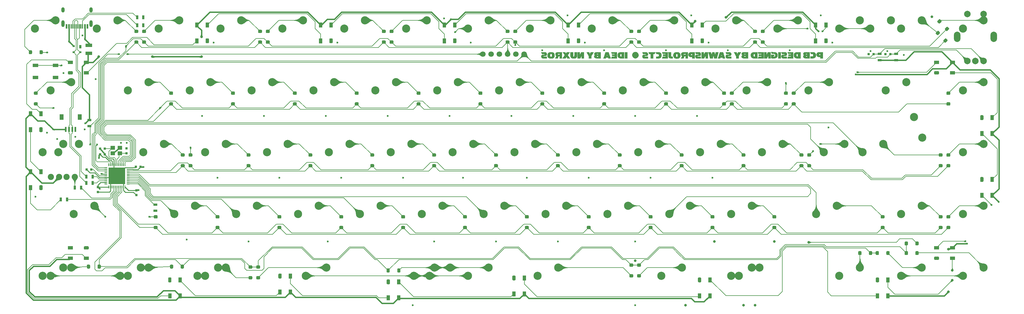
<source format=gbr>
G04 #@! TF.GenerationSoftware,KiCad,Pcbnew,(5.1.10)-1*
G04 #@! TF.CreationDate,2021-10-10T16:41:07+07:00*
G04 #@! TF.ProjectId,averange65,61766572-616e-4676-9536-352e6b696361,rev?*
G04 #@! TF.SameCoordinates,Original*
G04 #@! TF.FileFunction,Copper,L2,Bot*
G04 #@! TF.FilePolarity,Positive*
%FSLAX46Y46*%
G04 Gerber Fmt 4.6, Leading zero omitted, Abs format (unit mm)*
G04 Created by KiCad (PCBNEW (5.1.10)-1) date 2021-10-10 16:41:07*
%MOMM*%
%LPD*%
G01*
G04 APERTURE LIST*
G04 #@! TA.AperFunction,EtchedComponent*
%ADD10C,0.010000*%
G04 #@! TD*
G04 #@! TA.AperFunction,ComponentPad*
%ADD11C,2.500000*%
G04 #@! TD*
G04 #@! TA.AperFunction,SMDPad,CuDef*
%ADD12R,1.400000X1.200000*%
G04 #@! TD*
G04 #@! TA.AperFunction,ComponentPad*
%ADD13C,1.700000*%
G04 #@! TD*
G04 #@! TA.AperFunction,SMDPad,CuDef*
%ADD14R,1.300000X0.700000*%
G04 #@! TD*
G04 #@! TA.AperFunction,SMDPad,CuDef*
%ADD15R,0.700000X1.300000*%
G04 #@! TD*
G04 #@! TA.AperFunction,SMDPad,CuDef*
%ADD16R,0.800000X0.750000*%
G04 #@! TD*
G04 #@! TA.AperFunction,SMDPad,CuDef*
%ADD17R,0.750000X0.800000*%
G04 #@! TD*
G04 #@! TA.AperFunction,SMDPad,CuDef*
%ADD18R,1.500000X1.000000*%
G04 #@! TD*
G04 #@! TA.AperFunction,SMDPad,CuDef*
%ADD19R,1.000000X1.500000*%
G04 #@! TD*
G04 #@! TA.AperFunction,SMDPad,CuDef*
%ADD20R,2.030000X1.140000*%
G04 #@! TD*
G04 #@! TA.AperFunction,ComponentPad*
%ADD21C,1.905000*%
G04 #@! TD*
G04 #@! TA.AperFunction,SMDPad,CuDef*
%ADD22R,1.800000X1.100000*%
G04 #@! TD*
G04 #@! TA.AperFunction,SMDPad,CuDef*
%ADD23R,0.700000X1.000000*%
G04 #@! TD*
G04 #@! TA.AperFunction,SMDPad,CuDef*
%ADD24R,0.700000X0.600000*%
G04 #@! TD*
G04 #@! TA.AperFunction,SMDPad,CuDef*
%ADD25R,1.200000X1.800000*%
G04 #@! TD*
G04 #@! TA.AperFunction,SMDPad,CuDef*
%ADD26R,0.600000X1.550000*%
G04 #@! TD*
G04 #@! TA.AperFunction,ComponentPad*
%ADD27C,2.000000*%
G04 #@! TD*
G04 #@! TA.AperFunction,ComponentPad*
%ADD28O,2.000000X3.200000*%
G04 #@! TD*
G04 #@! TA.AperFunction,SMDPad,CuDef*
%ADD29R,5.150000X5.150000*%
G04 #@! TD*
G04 #@! TA.AperFunction,SMDPad,CuDef*
%ADD30R,0.600000X1.450000*%
G04 #@! TD*
G04 #@! TA.AperFunction,SMDPad,CuDef*
%ADD31R,0.300000X1.450000*%
G04 #@! TD*
G04 #@! TA.AperFunction,ComponentPad*
%ADD32O,1.000000X2.100000*%
G04 #@! TD*
G04 #@! TA.AperFunction,ComponentPad*
%ADD33O,1.000000X1.600000*%
G04 #@! TD*
G04 #@! TA.AperFunction,ViaPad*
%ADD34C,0.600000*%
G04 #@! TD*
G04 #@! TA.AperFunction,ViaPad*
%ADD35C,0.800000*%
G04 #@! TD*
G04 #@! TA.AperFunction,Conductor*
%ADD36C,0.400000*%
G04 #@! TD*
G04 #@! TA.AperFunction,Conductor*
%ADD37C,0.250000*%
G04 #@! TD*
G04 #@! TA.AperFunction,Conductor*
%ADD38C,0.200000*%
G04 #@! TD*
G04 #@! TA.AperFunction,Conductor*
%ADD39C,0.025400*%
G04 #@! TD*
G04 #@! TA.AperFunction,Conductor*
%ADD40C,0.100000*%
G04 #@! TD*
G04 APERTURE END LIST*
D10*
G36*
X203091481Y-52686561D02*
G01*
X203043147Y-52687591D01*
X202998398Y-52689185D01*
X202958857Y-52691341D01*
X202926145Y-52694060D01*
X202916539Y-52695153D01*
X202815419Y-52710720D01*
X202721754Y-52731397D01*
X202634960Y-52757415D01*
X202554449Y-52789004D01*
X202479634Y-52826395D01*
X202409931Y-52869818D01*
X202344751Y-52919504D01*
X202344218Y-52919951D01*
X202285923Y-52975012D01*
X202233998Y-53036955D01*
X202188479Y-53105707D01*
X202149403Y-53181195D01*
X202116804Y-53263346D01*
X202090717Y-53352088D01*
X202071179Y-53447348D01*
X202064408Y-53493278D01*
X202061864Y-53520065D01*
X202060069Y-53554186D01*
X202059009Y-53593600D01*
X202058669Y-53636265D01*
X202059033Y-53680139D01*
X202060086Y-53723180D01*
X202061812Y-53763345D01*
X202064197Y-53798595D01*
X202066895Y-53824443D01*
X202083505Y-53921871D01*
X202106975Y-54012979D01*
X202137371Y-54097952D01*
X202174758Y-54176978D01*
X202214380Y-54243082D01*
X202237731Y-54274992D01*
X202266726Y-54309711D01*
X202299142Y-54344891D01*
X202332754Y-54378183D01*
X202365337Y-54407240D01*
X202383701Y-54421839D01*
X202446706Y-54465021D01*
X202513267Y-54502434D01*
X202584335Y-54534443D01*
X202660862Y-54561416D01*
X202743798Y-54583719D01*
X202834094Y-54601717D01*
X202862447Y-54606284D01*
X202885897Y-54609754D01*
X202907020Y-54612531D01*
X202927369Y-54614705D01*
X202948496Y-54616366D01*
X202971954Y-54617605D01*
X202999296Y-54618511D01*
X203032074Y-54619176D01*
X203071840Y-54619688D01*
X203097632Y-54619940D01*
X203137945Y-54620163D01*
X203177877Y-54620117D01*
X203215761Y-54619823D01*
X203249929Y-54619303D01*
X203278712Y-54618578D01*
X203300444Y-54617669D01*
X203306947Y-54617247D01*
X203415754Y-54605472D01*
X203518036Y-54587198D01*
X203613736Y-54562456D01*
X203702795Y-54531278D01*
X203785155Y-54493696D01*
X203860757Y-54449743D01*
X203929542Y-54399449D01*
X203991453Y-54342848D01*
X204046430Y-54279971D01*
X204094416Y-54210850D01*
X204115029Y-54175315D01*
X204149793Y-54102678D01*
X204178490Y-54023980D01*
X204201100Y-53940363D01*
X204217604Y-53852972D01*
X204227984Y-53762950D01*
X204232221Y-53671441D01*
X204231496Y-53636875D01*
X203421630Y-53636875D01*
X203420927Y-53698048D01*
X203418024Y-53757776D01*
X203412936Y-53813413D01*
X203408100Y-53848408D01*
X203394304Y-53914213D01*
X203375565Y-53972021D01*
X203351876Y-54021841D01*
X203323228Y-54063682D01*
X203289617Y-54097555D01*
X203251036Y-54123469D01*
X203210521Y-54140488D01*
X203190679Y-54144468D01*
X203165068Y-54146365D01*
X203137089Y-54146190D01*
X203110143Y-54143956D01*
X203089134Y-54140076D01*
X203044561Y-54123860D01*
X203005020Y-54099733D01*
X202970502Y-54067685D01*
X202940998Y-54027703D01*
X202916501Y-53979776D01*
X202897001Y-53923892D01*
X202882490Y-53860040D01*
X202881693Y-53855463D01*
X202875431Y-53810004D01*
X202870839Y-53758087D01*
X202868039Y-53702534D01*
X202867152Y-53646166D01*
X202868299Y-53591806D01*
X202869408Y-53570396D01*
X202874827Y-53504323D01*
X202882507Y-53446403D01*
X202892718Y-53395594D01*
X202905730Y-53350855D01*
X202921813Y-53311145D01*
X202941237Y-53275420D01*
X202948959Y-53263542D01*
X202978804Y-53227293D01*
X203014560Y-53198100D01*
X203046145Y-53180208D01*
X203088068Y-53165044D01*
X203131327Y-53158691D01*
X203174753Y-53160895D01*
X203217176Y-53171399D01*
X203257426Y-53189948D01*
X203294336Y-53216285D01*
X203317964Y-53239675D01*
X203340504Y-53270271D01*
X203361367Y-53308547D01*
X203379884Y-53352832D01*
X203395388Y-53401453D01*
X203407211Y-53452738D01*
X203410373Y-53471121D01*
X203416368Y-53520767D01*
X203420115Y-53576900D01*
X203421630Y-53636875D01*
X204231496Y-53636875D01*
X204230294Y-53579588D01*
X204222186Y-53488535D01*
X204207878Y-53399426D01*
X204187349Y-53313404D01*
X204160582Y-53231613D01*
X204131865Y-53164075D01*
X204105941Y-53113662D01*
X204078572Y-53068820D01*
X204047879Y-53026917D01*
X204011985Y-52985322D01*
X203982206Y-52954426D01*
X203930291Y-52905999D01*
X203878248Y-52864968D01*
X203823657Y-52829736D01*
X203764098Y-52798709D01*
X203711551Y-52775964D01*
X203632650Y-52747487D01*
X203550663Y-52724332D01*
X203463603Y-52705993D01*
X203393965Y-52695120D01*
X203365949Y-52692206D01*
X203330164Y-52689857D01*
X203288232Y-52688071D01*
X203241776Y-52686848D01*
X203192417Y-52686189D01*
X203141778Y-52686093D01*
X203091481Y-52686561D01*
G37*
X203091481Y-52686561D02*
X203043147Y-52687591D01*
X202998398Y-52689185D01*
X202958857Y-52691341D01*
X202926145Y-52694060D01*
X202916539Y-52695153D01*
X202815419Y-52710720D01*
X202721754Y-52731397D01*
X202634960Y-52757415D01*
X202554449Y-52789004D01*
X202479634Y-52826395D01*
X202409931Y-52869818D01*
X202344751Y-52919504D01*
X202344218Y-52919951D01*
X202285923Y-52975012D01*
X202233998Y-53036955D01*
X202188479Y-53105707D01*
X202149403Y-53181195D01*
X202116804Y-53263346D01*
X202090717Y-53352088D01*
X202071179Y-53447348D01*
X202064408Y-53493278D01*
X202061864Y-53520065D01*
X202060069Y-53554186D01*
X202059009Y-53593600D01*
X202058669Y-53636265D01*
X202059033Y-53680139D01*
X202060086Y-53723180D01*
X202061812Y-53763345D01*
X202064197Y-53798595D01*
X202066895Y-53824443D01*
X202083505Y-53921871D01*
X202106975Y-54012979D01*
X202137371Y-54097952D01*
X202174758Y-54176978D01*
X202214380Y-54243082D01*
X202237731Y-54274992D01*
X202266726Y-54309711D01*
X202299142Y-54344891D01*
X202332754Y-54378183D01*
X202365337Y-54407240D01*
X202383701Y-54421839D01*
X202446706Y-54465021D01*
X202513267Y-54502434D01*
X202584335Y-54534443D01*
X202660862Y-54561416D01*
X202743798Y-54583719D01*
X202834094Y-54601717D01*
X202862447Y-54606284D01*
X202885897Y-54609754D01*
X202907020Y-54612531D01*
X202927369Y-54614705D01*
X202948496Y-54616366D01*
X202971954Y-54617605D01*
X202999296Y-54618511D01*
X203032074Y-54619176D01*
X203071840Y-54619688D01*
X203097632Y-54619940D01*
X203137945Y-54620163D01*
X203177877Y-54620117D01*
X203215761Y-54619823D01*
X203249929Y-54619303D01*
X203278712Y-54618578D01*
X203300444Y-54617669D01*
X203306947Y-54617247D01*
X203415754Y-54605472D01*
X203518036Y-54587198D01*
X203613736Y-54562456D01*
X203702795Y-54531278D01*
X203785155Y-54493696D01*
X203860757Y-54449743D01*
X203929542Y-54399449D01*
X203991453Y-54342848D01*
X204046430Y-54279971D01*
X204094416Y-54210850D01*
X204115029Y-54175315D01*
X204149793Y-54102678D01*
X204178490Y-54023980D01*
X204201100Y-53940363D01*
X204217604Y-53852972D01*
X204227984Y-53762950D01*
X204232221Y-53671441D01*
X204231496Y-53636875D01*
X203421630Y-53636875D01*
X203420927Y-53698048D01*
X203418024Y-53757776D01*
X203412936Y-53813413D01*
X203408100Y-53848408D01*
X203394304Y-53914213D01*
X203375565Y-53972021D01*
X203351876Y-54021841D01*
X203323228Y-54063682D01*
X203289617Y-54097555D01*
X203251036Y-54123469D01*
X203210521Y-54140488D01*
X203190679Y-54144468D01*
X203165068Y-54146365D01*
X203137089Y-54146190D01*
X203110143Y-54143956D01*
X203089134Y-54140076D01*
X203044561Y-54123860D01*
X203005020Y-54099733D01*
X202970502Y-54067685D01*
X202940998Y-54027703D01*
X202916501Y-53979776D01*
X202897001Y-53923892D01*
X202882490Y-53860040D01*
X202881693Y-53855463D01*
X202875431Y-53810004D01*
X202870839Y-53758087D01*
X202868039Y-53702534D01*
X202867152Y-53646166D01*
X202868299Y-53591806D01*
X202869408Y-53570396D01*
X202874827Y-53504323D01*
X202882507Y-53446403D01*
X202892718Y-53395594D01*
X202905730Y-53350855D01*
X202921813Y-53311145D01*
X202941237Y-53275420D01*
X202948959Y-53263542D01*
X202978804Y-53227293D01*
X203014560Y-53198100D01*
X203046145Y-53180208D01*
X203088068Y-53165044D01*
X203131327Y-53158691D01*
X203174753Y-53160895D01*
X203217176Y-53171399D01*
X203257426Y-53189948D01*
X203294336Y-53216285D01*
X203317964Y-53239675D01*
X203340504Y-53270271D01*
X203361367Y-53308547D01*
X203379884Y-53352832D01*
X203395388Y-53401453D01*
X203407211Y-53452738D01*
X203410373Y-53471121D01*
X203416368Y-53520767D01*
X203420115Y-53576900D01*
X203421630Y-53636875D01*
X204231496Y-53636875D01*
X204230294Y-53579588D01*
X204222186Y-53488535D01*
X204207878Y-53399426D01*
X204187349Y-53313404D01*
X204160582Y-53231613D01*
X204131865Y-53164075D01*
X204105941Y-53113662D01*
X204078572Y-53068820D01*
X204047879Y-53026917D01*
X204011985Y-52985322D01*
X203982206Y-52954426D01*
X203930291Y-52905999D01*
X203878248Y-52864968D01*
X203823657Y-52829736D01*
X203764098Y-52798709D01*
X203711551Y-52775964D01*
X203632650Y-52747487D01*
X203550663Y-52724332D01*
X203463603Y-52705993D01*
X203393965Y-52695120D01*
X203365949Y-52692206D01*
X203330164Y-52689857D01*
X203288232Y-52688071D01*
X203241776Y-52686848D01*
X203192417Y-52686189D01*
X203141778Y-52686093D01*
X203091481Y-52686561D01*
G36*
X164365794Y-52677590D02*
G01*
X164323060Y-52678306D01*
X164284011Y-52679401D01*
X164250285Y-52680876D01*
X164223515Y-52682729D01*
X164216817Y-52683388D01*
X164128915Y-52694760D01*
X164048520Y-52709205D01*
X163974118Y-52727128D01*
X163904196Y-52748938D01*
X163837237Y-52775040D01*
X163784076Y-52799637D01*
X163707542Y-52842142D01*
X163638181Y-52890392D01*
X163575899Y-52944524D01*
X163520602Y-53004676D01*
X163472196Y-53070986D01*
X163430585Y-53143593D01*
X163395677Y-53222635D01*
X163367377Y-53308249D01*
X163345590Y-53400574D01*
X163336182Y-53455374D01*
X163333392Y-53479978D01*
X163331133Y-53511965D01*
X163329419Y-53549498D01*
X163328259Y-53590736D01*
X163327666Y-53633843D01*
X163327650Y-53676979D01*
X163328224Y-53718306D01*
X163329399Y-53755985D01*
X163331186Y-53788179D01*
X163333597Y-53813049D01*
X163333933Y-53815482D01*
X163342815Y-53869865D01*
X163353571Y-53923696D01*
X163365574Y-53974121D01*
X163378194Y-54018291D01*
X163379528Y-54022445D01*
X163392210Y-54057286D01*
X163408609Y-54096060D01*
X163427546Y-54136417D01*
X163447842Y-54176006D01*
X163468318Y-54212478D01*
X163487795Y-54243482D01*
X163496779Y-54256184D01*
X163550439Y-54321030D01*
X163609897Y-54379185D01*
X163675345Y-54430745D01*
X163746973Y-54475807D01*
X163824973Y-54514466D01*
X163909534Y-54546819D01*
X164000848Y-54572962D01*
X164099106Y-54592991D01*
X164189567Y-54605428D01*
X164211428Y-54607226D01*
X164240998Y-54608781D01*
X164276582Y-54610074D01*
X164316485Y-54611086D01*
X164359011Y-54611801D01*
X164402465Y-54612198D01*
X164445152Y-54612259D01*
X164485377Y-54611967D01*
X164521443Y-54611302D01*
X164551657Y-54610247D01*
X164564891Y-54609511D01*
X164669784Y-54599175D01*
X164769431Y-54582435D01*
X164863518Y-54559427D01*
X164951730Y-54530284D01*
X165033752Y-54495140D01*
X165109270Y-54454129D01*
X165177968Y-54407384D01*
X165239533Y-54355040D01*
X165290798Y-54300638D01*
X165340248Y-54235547D01*
X165382853Y-54165589D01*
X165418838Y-54090236D01*
X165448426Y-54008964D01*
X165471840Y-53921244D01*
X165487772Y-53836648D01*
X165491157Y-53807929D01*
X165493750Y-53771763D01*
X165495551Y-53730079D01*
X165496564Y-53684804D01*
X165496788Y-53637867D01*
X165496552Y-53618188D01*
X164687335Y-53618188D01*
X164687207Y-53661291D01*
X164686434Y-53704097D01*
X164685030Y-53744671D01*
X164683010Y-53781079D01*
X164680390Y-53811385D01*
X164678362Y-53826958D01*
X164664869Y-53894240D01*
X164646826Y-53953460D01*
X164624258Y-54004571D01*
X164597193Y-54047527D01*
X164565655Y-54082280D01*
X164529670Y-54108783D01*
X164521322Y-54113416D01*
X164479023Y-54130948D01*
X164436047Y-54139268D01*
X164391774Y-54138428D01*
X164345582Y-54128480D01*
X164344760Y-54128227D01*
X164302145Y-54110269D01*
X164264253Y-54084197D01*
X164231108Y-54050046D01*
X164202731Y-54007850D01*
X164179144Y-53957643D01*
X164160369Y-53899459D01*
X164146427Y-53833332D01*
X164143355Y-53813130D01*
X164141117Y-53791143D01*
X164139358Y-53761751D01*
X164138079Y-53726807D01*
X164137284Y-53688167D01*
X164136975Y-53647684D01*
X164137154Y-53607214D01*
X164137823Y-53568610D01*
X164138985Y-53533727D01*
X164140641Y-53504420D01*
X164142795Y-53482542D01*
X164142938Y-53481519D01*
X164155115Y-53413724D01*
X164171102Y-53354291D01*
X164191047Y-53302917D01*
X164215099Y-53259297D01*
X164243405Y-53223128D01*
X164276115Y-53194108D01*
X164286903Y-53186689D01*
X164327164Y-53165960D01*
X164369443Y-53153878D01*
X164412591Y-53150229D01*
X164455463Y-53154801D01*
X164496911Y-53167380D01*
X164535789Y-53187754D01*
X164570950Y-53215710D01*
X164596176Y-53244106D01*
X164621573Y-53284038D01*
X164643487Y-53331981D01*
X164661617Y-53387095D01*
X164675662Y-53448539D01*
X164681080Y-53481519D01*
X164683689Y-53506455D01*
X164685591Y-53538835D01*
X164686801Y-53576725D01*
X164687335Y-53618188D01*
X165496552Y-53618188D01*
X165496227Y-53591194D01*
X165494881Y-53546714D01*
X165492752Y-53506354D01*
X165489843Y-53472042D01*
X165487442Y-53453297D01*
X165469252Y-53358737D01*
X165444792Y-53270232D01*
X165414193Y-53188142D01*
X165377587Y-53112831D01*
X165344237Y-53057963D01*
X165294635Y-52991936D01*
X165238439Y-52932192D01*
X165175560Y-52878686D01*
X165105907Y-52831370D01*
X165029392Y-52790198D01*
X164945925Y-52755121D01*
X164855416Y-52726094D01*
X164757775Y-52703070D01*
X164652915Y-52686000D01*
X164630743Y-52683258D01*
X164608006Y-52681301D01*
X164577506Y-52679727D01*
X164540877Y-52678536D01*
X164499756Y-52677728D01*
X164455778Y-52677301D01*
X164410579Y-52677255D01*
X164365794Y-52677590D01*
G37*
X164365794Y-52677590D02*
X164323060Y-52678306D01*
X164284011Y-52679401D01*
X164250285Y-52680876D01*
X164223515Y-52682729D01*
X164216817Y-52683388D01*
X164128915Y-52694760D01*
X164048520Y-52709205D01*
X163974118Y-52727128D01*
X163904196Y-52748938D01*
X163837237Y-52775040D01*
X163784076Y-52799637D01*
X163707542Y-52842142D01*
X163638181Y-52890392D01*
X163575899Y-52944524D01*
X163520602Y-53004676D01*
X163472196Y-53070986D01*
X163430585Y-53143593D01*
X163395677Y-53222635D01*
X163367377Y-53308249D01*
X163345590Y-53400574D01*
X163336182Y-53455374D01*
X163333392Y-53479978D01*
X163331133Y-53511965D01*
X163329419Y-53549498D01*
X163328259Y-53590736D01*
X163327666Y-53633843D01*
X163327650Y-53676979D01*
X163328224Y-53718306D01*
X163329399Y-53755985D01*
X163331186Y-53788179D01*
X163333597Y-53813049D01*
X163333933Y-53815482D01*
X163342815Y-53869865D01*
X163353571Y-53923696D01*
X163365574Y-53974121D01*
X163378194Y-54018291D01*
X163379528Y-54022445D01*
X163392210Y-54057286D01*
X163408609Y-54096060D01*
X163427546Y-54136417D01*
X163447842Y-54176006D01*
X163468318Y-54212478D01*
X163487795Y-54243482D01*
X163496779Y-54256184D01*
X163550439Y-54321030D01*
X163609897Y-54379185D01*
X163675345Y-54430745D01*
X163746973Y-54475807D01*
X163824973Y-54514466D01*
X163909534Y-54546819D01*
X164000848Y-54572962D01*
X164099106Y-54592991D01*
X164189567Y-54605428D01*
X164211428Y-54607226D01*
X164240998Y-54608781D01*
X164276582Y-54610074D01*
X164316485Y-54611086D01*
X164359011Y-54611801D01*
X164402465Y-54612198D01*
X164445152Y-54612259D01*
X164485377Y-54611967D01*
X164521443Y-54611302D01*
X164551657Y-54610247D01*
X164564891Y-54609511D01*
X164669784Y-54599175D01*
X164769431Y-54582435D01*
X164863518Y-54559427D01*
X164951730Y-54530284D01*
X165033752Y-54495140D01*
X165109270Y-54454129D01*
X165177968Y-54407384D01*
X165239533Y-54355040D01*
X165290798Y-54300638D01*
X165340248Y-54235547D01*
X165382853Y-54165589D01*
X165418838Y-54090236D01*
X165448426Y-54008964D01*
X165471840Y-53921244D01*
X165487772Y-53836648D01*
X165491157Y-53807929D01*
X165493750Y-53771763D01*
X165495551Y-53730079D01*
X165496564Y-53684804D01*
X165496788Y-53637867D01*
X165496552Y-53618188D01*
X164687335Y-53618188D01*
X164687207Y-53661291D01*
X164686434Y-53704097D01*
X164685030Y-53744671D01*
X164683010Y-53781079D01*
X164680390Y-53811385D01*
X164678362Y-53826958D01*
X164664869Y-53894240D01*
X164646826Y-53953460D01*
X164624258Y-54004571D01*
X164597193Y-54047527D01*
X164565655Y-54082280D01*
X164529670Y-54108783D01*
X164521322Y-54113416D01*
X164479023Y-54130948D01*
X164436047Y-54139268D01*
X164391774Y-54138428D01*
X164345582Y-54128480D01*
X164344760Y-54128227D01*
X164302145Y-54110269D01*
X164264253Y-54084197D01*
X164231108Y-54050046D01*
X164202731Y-54007850D01*
X164179144Y-53957643D01*
X164160369Y-53899459D01*
X164146427Y-53833332D01*
X164143355Y-53813130D01*
X164141117Y-53791143D01*
X164139358Y-53761751D01*
X164138079Y-53726807D01*
X164137284Y-53688167D01*
X164136975Y-53647684D01*
X164137154Y-53607214D01*
X164137823Y-53568610D01*
X164138985Y-53533727D01*
X164140641Y-53504420D01*
X164142795Y-53482542D01*
X164142938Y-53481519D01*
X164155115Y-53413724D01*
X164171102Y-53354291D01*
X164191047Y-53302917D01*
X164215099Y-53259297D01*
X164243405Y-53223128D01*
X164276115Y-53194108D01*
X164286903Y-53186689D01*
X164327164Y-53165960D01*
X164369443Y-53153878D01*
X164412591Y-53150229D01*
X164455463Y-53154801D01*
X164496911Y-53167380D01*
X164535789Y-53187754D01*
X164570950Y-53215710D01*
X164596176Y-53244106D01*
X164621573Y-53284038D01*
X164643487Y-53331981D01*
X164661617Y-53387095D01*
X164675662Y-53448539D01*
X164681080Y-53481519D01*
X164683689Y-53506455D01*
X164685591Y-53538835D01*
X164686801Y-53576725D01*
X164687335Y-53618188D01*
X165496552Y-53618188D01*
X165496227Y-53591194D01*
X165494881Y-53546714D01*
X165492752Y-53506354D01*
X165489843Y-53472042D01*
X165487442Y-53453297D01*
X165469252Y-53358737D01*
X165444792Y-53270232D01*
X165414193Y-53188142D01*
X165377587Y-53112831D01*
X165344237Y-53057963D01*
X165294635Y-52991936D01*
X165238439Y-52932192D01*
X165175560Y-52878686D01*
X165105907Y-52831370D01*
X165029392Y-52790198D01*
X164945925Y-52755121D01*
X164855416Y-52726094D01*
X164757775Y-52703070D01*
X164652915Y-52686000D01*
X164630743Y-52683258D01*
X164608006Y-52681301D01*
X164577506Y-52679727D01*
X164540877Y-52678536D01*
X164499756Y-52677728D01*
X164455778Y-52677301D01*
X164410579Y-52677255D01*
X164365794Y-52677590D01*
G36*
X171602673Y-53259269D02*
G01*
X171602328Y-53348674D01*
X171601977Y-53429204D01*
X171601605Y-53501393D01*
X171601195Y-53565772D01*
X171600733Y-53622876D01*
X171600201Y-53673236D01*
X171599586Y-53717385D01*
X171598870Y-53755856D01*
X171598040Y-53789182D01*
X171597078Y-53817895D01*
X171595969Y-53842529D01*
X171594698Y-53863616D01*
X171593249Y-53881689D01*
X171591606Y-53897281D01*
X171589754Y-53910924D01*
X171587678Y-53923151D01*
X171585360Y-53934496D01*
X171582787Y-53945490D01*
X171582508Y-53946620D01*
X171568832Y-53987302D01*
X171549885Y-54020965D01*
X171525992Y-54047176D01*
X171497476Y-54065505D01*
X171491286Y-54068171D01*
X171479513Y-54072399D01*
X171467665Y-54075328D01*
X171453645Y-54077191D01*
X171435356Y-54078223D01*
X171410701Y-54078660D01*
X171397021Y-54078724D01*
X171361077Y-54078187D01*
X171332685Y-54076089D01*
X171310057Y-54071993D01*
X171291405Y-54065463D01*
X171274941Y-54056061D01*
X171261473Y-54045608D01*
X171244726Y-54027986D01*
X171230731Y-54005730D01*
X171219241Y-53978004D01*
X171210008Y-53943973D01*
X171202785Y-53902803D01*
X171197327Y-53853658D01*
X171194807Y-53820185D01*
X171194195Y-53805977D01*
X171193606Y-53783068D01*
X171193044Y-53752166D01*
X171192516Y-53713977D01*
X171192027Y-53669210D01*
X171191582Y-53618570D01*
X171191187Y-53562766D01*
X171190848Y-53502503D01*
X171190570Y-53438490D01*
X171190358Y-53371433D01*
X171190218Y-53302039D01*
X171190156Y-53231016D01*
X171190155Y-53223991D01*
X171190058Y-52698352D01*
X170399470Y-52698352D01*
X170401230Y-53306306D01*
X170401487Y-53395669D01*
X170401724Y-53476166D01*
X170401960Y-53548338D01*
X170402214Y-53612724D01*
X170402503Y-53669866D01*
X170402845Y-53720306D01*
X170403260Y-53764582D01*
X170403764Y-53803237D01*
X170404377Y-53836811D01*
X170405117Y-53865845D01*
X170406001Y-53890880D01*
X170407049Y-53912457D01*
X170408278Y-53931116D01*
X170409706Y-53947398D01*
X170411352Y-53961844D01*
X170413234Y-53974995D01*
X170415370Y-53987391D01*
X170417779Y-53999575D01*
X170420478Y-54012085D01*
X170423487Y-54025463D01*
X170425821Y-54035792D01*
X170447164Y-54113645D01*
X170474834Y-54185322D01*
X170508979Y-54250933D01*
X170549747Y-54310587D01*
X170597286Y-54364394D01*
X170651743Y-54412463D01*
X170713267Y-54454904D01*
X170782004Y-54491827D01*
X170858104Y-54523340D01*
X170941714Y-54549554D01*
X171032981Y-54570578D01*
X171132054Y-54586522D01*
X171175947Y-54591721D01*
X171206361Y-54594333D01*
X171244200Y-54596581D01*
X171287489Y-54598429D01*
X171334251Y-54599845D01*
X171382510Y-54600792D01*
X171430289Y-54601238D01*
X171475613Y-54601147D01*
X171516505Y-54600485D01*
X171550990Y-54599217D01*
X171563438Y-54598471D01*
X171665571Y-54588903D01*
X171759674Y-54574885D01*
X171846068Y-54556304D01*
X171925072Y-54533044D01*
X171997007Y-54504994D01*
X172062191Y-54472038D01*
X172120944Y-54434063D01*
X172173586Y-54390954D01*
X172189943Y-54375314D01*
X172236380Y-54324053D01*
X172275896Y-54269121D01*
X172309114Y-54209384D01*
X172336654Y-54143708D01*
X172359139Y-54070957D01*
X172361312Y-54062546D01*
X172365807Y-54043828D01*
X172369883Y-54024467D01*
X172373558Y-54003948D01*
X172376854Y-53981755D01*
X172379788Y-53957372D01*
X172382383Y-53930284D01*
X172384656Y-53899973D01*
X172386629Y-53865924D01*
X172388320Y-53827622D01*
X172389750Y-53784550D01*
X172390939Y-53736192D01*
X172391905Y-53682033D01*
X172392670Y-53621557D01*
X172393253Y-53554247D01*
X172393674Y-53479589D01*
X172393952Y-53397065D01*
X172394108Y-53306160D01*
X172394161Y-53207528D01*
X172394206Y-52698352D01*
X171604742Y-52698352D01*
X171602673Y-53259269D01*
G37*
X171602673Y-53259269D02*
X171602328Y-53348674D01*
X171601977Y-53429204D01*
X171601605Y-53501393D01*
X171601195Y-53565772D01*
X171600733Y-53622876D01*
X171600201Y-53673236D01*
X171599586Y-53717385D01*
X171598870Y-53755856D01*
X171598040Y-53789182D01*
X171597078Y-53817895D01*
X171595969Y-53842529D01*
X171594698Y-53863616D01*
X171593249Y-53881689D01*
X171591606Y-53897281D01*
X171589754Y-53910924D01*
X171587678Y-53923151D01*
X171585360Y-53934496D01*
X171582787Y-53945490D01*
X171582508Y-53946620D01*
X171568832Y-53987302D01*
X171549885Y-54020965D01*
X171525992Y-54047176D01*
X171497476Y-54065505D01*
X171491286Y-54068171D01*
X171479513Y-54072399D01*
X171467665Y-54075328D01*
X171453645Y-54077191D01*
X171435356Y-54078223D01*
X171410701Y-54078660D01*
X171397021Y-54078724D01*
X171361077Y-54078187D01*
X171332685Y-54076089D01*
X171310057Y-54071993D01*
X171291405Y-54065463D01*
X171274941Y-54056061D01*
X171261473Y-54045608D01*
X171244726Y-54027986D01*
X171230731Y-54005730D01*
X171219241Y-53978004D01*
X171210008Y-53943973D01*
X171202785Y-53902803D01*
X171197327Y-53853658D01*
X171194807Y-53820185D01*
X171194195Y-53805977D01*
X171193606Y-53783068D01*
X171193044Y-53752166D01*
X171192516Y-53713977D01*
X171192027Y-53669210D01*
X171191582Y-53618570D01*
X171191187Y-53562766D01*
X171190848Y-53502503D01*
X171190570Y-53438490D01*
X171190358Y-53371433D01*
X171190218Y-53302039D01*
X171190156Y-53231016D01*
X171190155Y-53223991D01*
X171190058Y-52698352D01*
X170399470Y-52698352D01*
X170401230Y-53306306D01*
X170401487Y-53395669D01*
X170401724Y-53476166D01*
X170401960Y-53548338D01*
X170402214Y-53612724D01*
X170402503Y-53669866D01*
X170402845Y-53720306D01*
X170403260Y-53764582D01*
X170403764Y-53803237D01*
X170404377Y-53836811D01*
X170405117Y-53865845D01*
X170406001Y-53890880D01*
X170407049Y-53912457D01*
X170408278Y-53931116D01*
X170409706Y-53947398D01*
X170411352Y-53961844D01*
X170413234Y-53974995D01*
X170415370Y-53987391D01*
X170417779Y-53999575D01*
X170420478Y-54012085D01*
X170423487Y-54025463D01*
X170425821Y-54035792D01*
X170447164Y-54113645D01*
X170474834Y-54185322D01*
X170508979Y-54250933D01*
X170549747Y-54310587D01*
X170597286Y-54364394D01*
X170651743Y-54412463D01*
X170713267Y-54454904D01*
X170782004Y-54491827D01*
X170858104Y-54523340D01*
X170941714Y-54549554D01*
X171032981Y-54570578D01*
X171132054Y-54586522D01*
X171175947Y-54591721D01*
X171206361Y-54594333D01*
X171244200Y-54596581D01*
X171287489Y-54598429D01*
X171334251Y-54599845D01*
X171382510Y-54600792D01*
X171430289Y-54601238D01*
X171475613Y-54601147D01*
X171516505Y-54600485D01*
X171550990Y-54599217D01*
X171563438Y-54598471D01*
X171665571Y-54588903D01*
X171759674Y-54574885D01*
X171846068Y-54556304D01*
X171925072Y-54533044D01*
X171997007Y-54504994D01*
X172062191Y-54472038D01*
X172120944Y-54434063D01*
X172173586Y-54390954D01*
X172189943Y-54375314D01*
X172236380Y-54324053D01*
X172275896Y-54269121D01*
X172309114Y-54209384D01*
X172336654Y-54143708D01*
X172359139Y-54070957D01*
X172361312Y-54062546D01*
X172365807Y-54043828D01*
X172369883Y-54024467D01*
X172373558Y-54003948D01*
X172376854Y-53981755D01*
X172379788Y-53957372D01*
X172382383Y-53930284D01*
X172384656Y-53899973D01*
X172386629Y-53865924D01*
X172388320Y-53827622D01*
X172389750Y-53784550D01*
X172390939Y-53736192D01*
X172391905Y-53682033D01*
X172392670Y-53621557D01*
X172393253Y-53554247D01*
X172393674Y-53479589D01*
X172393952Y-53397065D01*
X172394108Y-53306160D01*
X172394161Y-53207528D01*
X172394206Y-52698352D01*
X171604742Y-52698352D01*
X171602673Y-53259269D01*
G36*
X193392550Y-52698566D02*
G01*
X193320759Y-52698741D01*
X193240736Y-52699082D01*
X193152216Y-52699590D01*
X193054930Y-52700263D01*
X192948612Y-52701100D01*
X192903939Y-52701478D01*
X192540987Y-52704597D01*
X192545475Y-52716761D01*
X192548003Y-52723291D01*
X192553676Y-52737739D01*
X192562167Y-52759284D01*
X192573152Y-52787099D01*
X192586304Y-52820362D01*
X192601298Y-52858248D01*
X192617808Y-52899932D01*
X192635508Y-52944592D01*
X192649310Y-52979398D01*
X192748657Y-53229871D01*
X193121533Y-53229871D01*
X193200664Y-53229930D01*
X193270493Y-53230110D01*
X193331122Y-53230410D01*
X193382655Y-53230834D01*
X193425196Y-53231381D01*
X193458848Y-53232054D01*
X193483715Y-53232853D01*
X193499901Y-53233781D01*
X193507509Y-53234838D01*
X193507650Y-53234888D01*
X193526114Y-53245299D01*
X193540063Y-53261276D01*
X193549826Y-53283615D01*
X193555731Y-53313110D01*
X193558110Y-53350556D01*
X193558182Y-53356871D01*
X193556874Y-53391856D01*
X193552074Y-53419090D01*
X193543153Y-53439779D01*
X193529487Y-53455132D01*
X193510446Y-53466356D01*
X193499126Y-53470662D01*
X193490151Y-53472067D01*
X193471930Y-53473415D01*
X193444626Y-53474702D01*
X193408400Y-53475922D01*
X193363412Y-53477070D01*
X193309826Y-53478141D01*
X193247802Y-53479130D01*
X193231613Y-53479355D01*
X193169759Y-53480253D01*
X193116376Y-53481205D01*
X193070528Y-53482298D01*
X193031280Y-53483621D01*
X192997696Y-53485261D01*
X192968839Y-53487306D01*
X192943773Y-53489843D01*
X192921564Y-53492961D01*
X192901273Y-53496747D01*
X192881967Y-53501288D01*
X192862708Y-53506673D01*
X192842561Y-53512990D01*
X192830612Y-53516943D01*
X192780703Y-53535848D01*
X192738096Y-53557015D01*
X192700746Y-53581638D01*
X192666607Y-53610911D01*
X192662000Y-53615417D01*
X192626313Y-53655440D01*
X192597551Y-53698298D01*
X192575011Y-53745432D01*
X192557988Y-53798280D01*
X192547023Y-53850598D01*
X192542714Y-53887226D01*
X192540600Y-53930364D01*
X192540597Y-53977392D01*
X192542621Y-54025692D01*
X192546588Y-54072647D01*
X192552414Y-54115636D01*
X192556173Y-54135660D01*
X192573249Y-54204173D01*
X192594249Y-54266562D01*
X192618814Y-54321920D01*
X192646585Y-54369336D01*
X192650895Y-54375554D01*
X192684493Y-54415668D01*
X192725642Y-54452816D01*
X192772709Y-54486076D01*
X192824062Y-54514526D01*
X192878069Y-54537244D01*
X192933098Y-54553309D01*
X192979331Y-54561032D01*
X192998418Y-54562908D01*
X193013702Y-54564157D01*
X193022967Y-54564609D01*
X193024650Y-54564483D01*
X193029557Y-54564340D01*
X193043309Y-54564184D01*
X193065347Y-54564017D01*
X193095108Y-54563841D01*
X193132033Y-54563659D01*
X193175559Y-54563471D01*
X193225125Y-54563282D01*
X193280171Y-54563091D01*
X193340135Y-54562903D01*
X193404456Y-54562719D01*
X193472572Y-54562540D01*
X193543923Y-54562370D01*
X193617948Y-54562210D01*
X193625591Y-54562195D01*
X194224181Y-54560983D01*
X194221743Y-54083593D01*
X193299817Y-54078889D01*
X193272279Y-54068489D01*
X193241104Y-54054032D01*
X193218351Y-54036808D01*
X193203168Y-54015626D01*
X193194700Y-53989294D01*
X193192096Y-53956619D01*
X193192096Y-53956424D01*
X193194682Y-53922506D01*
X193202769Y-53895551D01*
X193217074Y-53874423D01*
X193238311Y-53857985D01*
X193260701Y-53847476D01*
X193266299Y-53845708D01*
X193273713Y-53844184D01*
X193283733Y-53842870D01*
X193297150Y-53841733D01*
X193314753Y-53840741D01*
X193337334Y-53839860D01*
X193365682Y-53839057D01*
X193400589Y-53838300D01*
X193442845Y-53837555D01*
X193493240Y-53836789D01*
X193527947Y-53836302D01*
X193588208Y-53835429D01*
X193640007Y-53834531D01*
X193684287Y-53833529D01*
X193721994Y-53832341D01*
X193754070Y-53830887D01*
X193781462Y-53829086D01*
X193805113Y-53826858D01*
X193825968Y-53824121D01*
X193844971Y-53820796D01*
X193863067Y-53816800D01*
X193881199Y-53812054D01*
X193900313Y-53806477D01*
X193909408Y-53803699D01*
X193972817Y-53779749D01*
X194029747Y-53749046D01*
X194080077Y-53711706D01*
X194123684Y-53667847D01*
X194160446Y-53617586D01*
X194190241Y-53561040D01*
X194206979Y-53517505D01*
X194219263Y-53477191D01*
X194228316Y-53438964D01*
X194234507Y-53400258D01*
X194238205Y-53358506D01*
X194239779Y-53311141D01*
X194239896Y-53288667D01*
X194237272Y-53217075D01*
X194229342Y-53152463D01*
X194215701Y-53093782D01*
X194195945Y-53039981D01*
X194169668Y-52990010D01*
X194136464Y-52942819D01*
X194095928Y-52897358D01*
X194084562Y-52886102D01*
X194023695Y-52833154D01*
X193959591Y-52788987D01*
X193892331Y-52753641D01*
X193821999Y-52727154D01*
X193748677Y-52709567D01*
X193702661Y-52703240D01*
X193687090Y-52702060D01*
X193665427Y-52701052D01*
X193637406Y-52700214D01*
X193602757Y-52699546D01*
X193561215Y-52699049D01*
X193512511Y-52698720D01*
X193456378Y-52698559D01*
X193392550Y-52698566D01*
G37*
X193392550Y-52698566D02*
X193320759Y-52698741D01*
X193240736Y-52699082D01*
X193152216Y-52699590D01*
X193054930Y-52700263D01*
X192948612Y-52701100D01*
X192903939Y-52701478D01*
X192540987Y-52704597D01*
X192545475Y-52716761D01*
X192548003Y-52723291D01*
X192553676Y-52737739D01*
X192562167Y-52759284D01*
X192573152Y-52787099D01*
X192586304Y-52820362D01*
X192601298Y-52858248D01*
X192617808Y-52899932D01*
X192635508Y-52944592D01*
X192649310Y-52979398D01*
X192748657Y-53229871D01*
X193121533Y-53229871D01*
X193200664Y-53229930D01*
X193270493Y-53230110D01*
X193331122Y-53230410D01*
X193382655Y-53230834D01*
X193425196Y-53231381D01*
X193458848Y-53232054D01*
X193483715Y-53232853D01*
X193499901Y-53233781D01*
X193507509Y-53234838D01*
X193507650Y-53234888D01*
X193526114Y-53245299D01*
X193540063Y-53261276D01*
X193549826Y-53283615D01*
X193555731Y-53313110D01*
X193558110Y-53350556D01*
X193558182Y-53356871D01*
X193556874Y-53391856D01*
X193552074Y-53419090D01*
X193543153Y-53439779D01*
X193529487Y-53455132D01*
X193510446Y-53466356D01*
X193499126Y-53470662D01*
X193490151Y-53472067D01*
X193471930Y-53473415D01*
X193444626Y-53474702D01*
X193408400Y-53475922D01*
X193363412Y-53477070D01*
X193309826Y-53478141D01*
X193247802Y-53479130D01*
X193231613Y-53479355D01*
X193169759Y-53480253D01*
X193116376Y-53481205D01*
X193070528Y-53482298D01*
X193031280Y-53483621D01*
X192997696Y-53485261D01*
X192968839Y-53487306D01*
X192943773Y-53489843D01*
X192921564Y-53492961D01*
X192901273Y-53496747D01*
X192881967Y-53501288D01*
X192862708Y-53506673D01*
X192842561Y-53512990D01*
X192830612Y-53516943D01*
X192780703Y-53535848D01*
X192738096Y-53557015D01*
X192700746Y-53581638D01*
X192666607Y-53610911D01*
X192662000Y-53615417D01*
X192626313Y-53655440D01*
X192597551Y-53698298D01*
X192575011Y-53745432D01*
X192557988Y-53798280D01*
X192547023Y-53850598D01*
X192542714Y-53887226D01*
X192540600Y-53930364D01*
X192540597Y-53977392D01*
X192542621Y-54025692D01*
X192546588Y-54072647D01*
X192552414Y-54115636D01*
X192556173Y-54135660D01*
X192573249Y-54204173D01*
X192594249Y-54266562D01*
X192618814Y-54321920D01*
X192646585Y-54369336D01*
X192650895Y-54375554D01*
X192684493Y-54415668D01*
X192725642Y-54452816D01*
X192772709Y-54486076D01*
X192824062Y-54514526D01*
X192878069Y-54537244D01*
X192933098Y-54553309D01*
X192979331Y-54561032D01*
X192998418Y-54562908D01*
X193013702Y-54564157D01*
X193022967Y-54564609D01*
X193024650Y-54564483D01*
X193029557Y-54564340D01*
X193043309Y-54564184D01*
X193065347Y-54564017D01*
X193095108Y-54563841D01*
X193132033Y-54563659D01*
X193175559Y-54563471D01*
X193225125Y-54563282D01*
X193280171Y-54563091D01*
X193340135Y-54562903D01*
X193404456Y-54562719D01*
X193472572Y-54562540D01*
X193543923Y-54562370D01*
X193617948Y-54562210D01*
X193625591Y-54562195D01*
X194224181Y-54560983D01*
X194221743Y-54083593D01*
X193299817Y-54078889D01*
X193272279Y-54068489D01*
X193241104Y-54054032D01*
X193218351Y-54036808D01*
X193203168Y-54015626D01*
X193194700Y-53989294D01*
X193192096Y-53956619D01*
X193192096Y-53956424D01*
X193194682Y-53922506D01*
X193202769Y-53895551D01*
X193217074Y-53874423D01*
X193238311Y-53857985D01*
X193260701Y-53847476D01*
X193266299Y-53845708D01*
X193273713Y-53844184D01*
X193283733Y-53842870D01*
X193297150Y-53841733D01*
X193314753Y-53840741D01*
X193337334Y-53839860D01*
X193365682Y-53839057D01*
X193400589Y-53838300D01*
X193442845Y-53837555D01*
X193493240Y-53836789D01*
X193527947Y-53836302D01*
X193588208Y-53835429D01*
X193640007Y-53834531D01*
X193684287Y-53833529D01*
X193721994Y-53832341D01*
X193754070Y-53830887D01*
X193781462Y-53829086D01*
X193805113Y-53826858D01*
X193825968Y-53824121D01*
X193844971Y-53820796D01*
X193863067Y-53816800D01*
X193881199Y-53812054D01*
X193900313Y-53806477D01*
X193909408Y-53803699D01*
X193972817Y-53779749D01*
X194029747Y-53749046D01*
X194080077Y-53711706D01*
X194123684Y-53667847D01*
X194160446Y-53617586D01*
X194190241Y-53561040D01*
X194206979Y-53517505D01*
X194219263Y-53477191D01*
X194228316Y-53438964D01*
X194234507Y-53400258D01*
X194238205Y-53358506D01*
X194239779Y-53311141D01*
X194239896Y-53288667D01*
X194237272Y-53217075D01*
X194229342Y-53152463D01*
X194215701Y-53093782D01*
X194195945Y-53039981D01*
X194169668Y-52990010D01*
X194136464Y-52942819D01*
X194095928Y-52897358D01*
X194084562Y-52886102D01*
X194023695Y-52833154D01*
X193959591Y-52788987D01*
X193892331Y-52753641D01*
X193821999Y-52727154D01*
X193748677Y-52709567D01*
X193702661Y-52703240D01*
X193687090Y-52702060D01*
X193665427Y-52701052D01*
X193637406Y-52700214D01*
X193602757Y-52699546D01*
X193561215Y-52699049D01*
X193512511Y-52698720D01*
X193456378Y-52698559D01*
X193392550Y-52698566D01*
G36*
X200556551Y-53315713D02*
G01*
X200556805Y-53407157D01*
X200557047Y-53489729D01*
X200557299Y-53563965D01*
X200557582Y-53630402D01*
X200557919Y-53689575D01*
X200558331Y-53742019D01*
X200558842Y-53788271D01*
X200559472Y-53828866D01*
X200560245Y-53864341D01*
X200561182Y-53895231D01*
X200562304Y-53922072D01*
X200563636Y-53945399D01*
X200565198Y-53965749D01*
X200567012Y-53983657D01*
X200569101Y-53999660D01*
X200571487Y-54014293D01*
X200574192Y-54028091D01*
X200577238Y-54041592D01*
X200580647Y-54055330D01*
X200584441Y-54069841D01*
X200588244Y-54084162D01*
X200611192Y-54156106D01*
X200640208Y-54221342D01*
X200675531Y-54280089D01*
X200717397Y-54332564D01*
X200766044Y-54378986D01*
X200821708Y-54419574D01*
X200884627Y-54454546D01*
X200955039Y-54484120D01*
X201033179Y-54508514D01*
X201054992Y-54514085D01*
X201090888Y-54522430D01*
X201126304Y-54529689D01*
X201162204Y-54535944D01*
X201199552Y-54541274D01*
X201239311Y-54545759D01*
X201282444Y-54549480D01*
X201329916Y-54552516D01*
X201382689Y-54554947D01*
X201441728Y-54556854D01*
X201507996Y-54558317D01*
X201582456Y-54559416D01*
X201603030Y-54559649D01*
X201848798Y-54562290D01*
X201848798Y-54039786D01*
X201697104Y-54037617D01*
X201650629Y-54036841D01*
X201612529Y-54035932D01*
X201581773Y-54034838D01*
X201557327Y-54033504D01*
X201538160Y-54031875D01*
X201523240Y-54029897D01*
X201513261Y-54027933D01*
X201469736Y-54014687D01*
X201433881Y-53996673D01*
X201404818Y-53973054D01*
X201381671Y-53942995D01*
X201363563Y-53905658D01*
X201353713Y-53875804D01*
X201343314Y-53839000D01*
X201341895Y-53273380D01*
X201340475Y-52707759D01*
X200554853Y-52707759D01*
X200556551Y-53315713D01*
G37*
X200556551Y-53315713D02*
X200556805Y-53407157D01*
X200557047Y-53489729D01*
X200557299Y-53563965D01*
X200557582Y-53630402D01*
X200557919Y-53689575D01*
X200558331Y-53742019D01*
X200558842Y-53788271D01*
X200559472Y-53828866D01*
X200560245Y-53864341D01*
X200561182Y-53895231D01*
X200562304Y-53922072D01*
X200563636Y-53945399D01*
X200565198Y-53965749D01*
X200567012Y-53983657D01*
X200569101Y-53999660D01*
X200571487Y-54014293D01*
X200574192Y-54028091D01*
X200577238Y-54041592D01*
X200580647Y-54055330D01*
X200584441Y-54069841D01*
X200588244Y-54084162D01*
X200611192Y-54156106D01*
X200640208Y-54221342D01*
X200675531Y-54280089D01*
X200717397Y-54332564D01*
X200766044Y-54378986D01*
X200821708Y-54419574D01*
X200884627Y-54454546D01*
X200955039Y-54484120D01*
X201033179Y-54508514D01*
X201054992Y-54514085D01*
X201090888Y-54522430D01*
X201126304Y-54529689D01*
X201162204Y-54535944D01*
X201199552Y-54541274D01*
X201239311Y-54545759D01*
X201282444Y-54549480D01*
X201329916Y-54552516D01*
X201382689Y-54554947D01*
X201441728Y-54556854D01*
X201507996Y-54558317D01*
X201582456Y-54559416D01*
X201603030Y-54559649D01*
X201848798Y-54562290D01*
X201848798Y-54039786D01*
X201697104Y-54037617D01*
X201650629Y-54036841D01*
X201612529Y-54035932D01*
X201581773Y-54034838D01*
X201557327Y-54033504D01*
X201538160Y-54031875D01*
X201523240Y-54029897D01*
X201513261Y-54027933D01*
X201469736Y-54014687D01*
X201433881Y-53996673D01*
X201404818Y-53973054D01*
X201381671Y-53942995D01*
X201363563Y-53905658D01*
X201353713Y-53875804D01*
X201343314Y-53839000D01*
X201341895Y-53273380D01*
X201340475Y-52707759D01*
X200554853Y-52707759D01*
X200556551Y-53315713D01*
G36*
X199493587Y-52704871D02*
G01*
X199403901Y-52705223D01*
X199316755Y-52705581D01*
X199232613Y-52705942D01*
X199151939Y-52706303D01*
X199075198Y-52706662D01*
X199002854Y-52707017D01*
X198935372Y-52707364D01*
X198873215Y-52707701D01*
X198816849Y-52708026D01*
X198766738Y-52708336D01*
X198723346Y-52708629D01*
X198687137Y-52708901D01*
X198658577Y-52709150D01*
X198638129Y-52709374D01*
X198626258Y-52709570D01*
X198623250Y-52709703D01*
X198624647Y-52714230D01*
X198629214Y-52726681D01*
X198636636Y-52746243D01*
X198646597Y-52772104D01*
X198658783Y-52803449D01*
X198672876Y-52839466D01*
X198688563Y-52879340D01*
X198705528Y-52922260D01*
X198713013Y-52941137D01*
X198804272Y-53171074D01*
X199689798Y-53173474D01*
X199689798Y-53394500D01*
X198866650Y-53394500D01*
X198866650Y-53841352D01*
X199689798Y-53841352D01*
X199689798Y-54090648D01*
X198806186Y-54090648D01*
X198792086Y-54127102D01*
X198787373Y-54139175D01*
X198779624Y-54158888D01*
X198769274Y-54185141D01*
X198756758Y-54216831D01*
X198742513Y-54252855D01*
X198726974Y-54292112D01*
X198710576Y-54333499D01*
X198700022Y-54360115D01*
X198683935Y-54400718D01*
X198668969Y-54438585D01*
X198655470Y-54472830D01*
X198643785Y-54502568D01*
X198634263Y-54526913D01*
X198627249Y-54544980D01*
X198623093Y-54555884D01*
X198622058Y-54558847D01*
X198626684Y-54559071D01*
X198640255Y-54559288D01*
X198662308Y-54559499D01*
X198692378Y-54559700D01*
X198730005Y-54559891D01*
X198774723Y-54560072D01*
X198826071Y-54560240D01*
X198883586Y-54560395D01*
X198946804Y-54560536D01*
X199015263Y-54560661D01*
X199088499Y-54560769D01*
X199166049Y-54560859D01*
X199247452Y-54560931D01*
X199332242Y-54560982D01*
X199419958Y-54561011D01*
X199492243Y-54561019D01*
X200362428Y-54561019D01*
X200362428Y-52701535D01*
X199493587Y-52704871D01*
G37*
X199493587Y-52704871D02*
X199403901Y-52705223D01*
X199316755Y-52705581D01*
X199232613Y-52705942D01*
X199151939Y-52706303D01*
X199075198Y-52706662D01*
X199002854Y-52707017D01*
X198935372Y-52707364D01*
X198873215Y-52707701D01*
X198816849Y-52708026D01*
X198766738Y-52708336D01*
X198723346Y-52708629D01*
X198687137Y-52708901D01*
X198658577Y-52709150D01*
X198638129Y-52709374D01*
X198626258Y-52709570D01*
X198623250Y-52709703D01*
X198624647Y-52714230D01*
X198629214Y-52726681D01*
X198636636Y-52746243D01*
X198646597Y-52772104D01*
X198658783Y-52803449D01*
X198672876Y-52839466D01*
X198688563Y-52879340D01*
X198705528Y-52922260D01*
X198713013Y-52941137D01*
X198804272Y-53171074D01*
X199689798Y-53173474D01*
X199689798Y-53394500D01*
X198866650Y-53394500D01*
X198866650Y-53841352D01*
X199689798Y-53841352D01*
X199689798Y-54090648D01*
X198806186Y-54090648D01*
X198792086Y-54127102D01*
X198787373Y-54139175D01*
X198779624Y-54158888D01*
X198769274Y-54185141D01*
X198756758Y-54216831D01*
X198742513Y-54252855D01*
X198726974Y-54292112D01*
X198710576Y-54333499D01*
X198700022Y-54360115D01*
X198683935Y-54400718D01*
X198668969Y-54438585D01*
X198655470Y-54472830D01*
X198643785Y-54502568D01*
X198634263Y-54526913D01*
X198627249Y-54544980D01*
X198623093Y-54555884D01*
X198622058Y-54558847D01*
X198626684Y-54559071D01*
X198640255Y-54559288D01*
X198662308Y-54559499D01*
X198692378Y-54559700D01*
X198730005Y-54559891D01*
X198774723Y-54560072D01*
X198826071Y-54560240D01*
X198883586Y-54560395D01*
X198946804Y-54560536D01*
X199015263Y-54560661D01*
X199088499Y-54560769D01*
X199166049Y-54560859D01*
X199247452Y-54560931D01*
X199332242Y-54560982D01*
X199419958Y-54561011D01*
X199492243Y-54561019D01*
X200362428Y-54561019D01*
X200362428Y-52701535D01*
X199493587Y-52704871D01*
G36*
X196934523Y-52707995D02*
G01*
X196886074Y-52708110D01*
X196841255Y-52708297D01*
X196800873Y-52708557D01*
X196765731Y-52708892D01*
X196736636Y-52709302D01*
X196714393Y-52709790D01*
X196699806Y-52710356D01*
X196693681Y-52711002D01*
X196693539Y-52711123D01*
X196695223Y-52715989D01*
X196700072Y-52728824D01*
X196707784Y-52748852D01*
X196718056Y-52775298D01*
X196730585Y-52807384D01*
X196745068Y-52844336D01*
X196761202Y-52885378D01*
X196778684Y-52929734D01*
X196795453Y-52972179D01*
X196897366Y-53229871D01*
X197088617Y-53229871D01*
X197154469Y-53230088D01*
X197211786Y-53230799D01*
X197261434Y-53232096D01*
X197304276Y-53234068D01*
X197341178Y-53236808D01*
X197373003Y-53240404D01*
X197400616Y-53244948D01*
X197424882Y-53250531D01*
X197446665Y-53257243D01*
X197466829Y-53265175D01*
X197479058Y-53270822D01*
X197513076Y-53292582D01*
X197542275Y-53322350D01*
X197566593Y-53360018D01*
X197585968Y-53405476D01*
X197600335Y-53458617D01*
X197606058Y-53490926D01*
X197609559Y-53521676D01*
X197612158Y-53559096D01*
X197613797Y-53600486D01*
X197614420Y-53643147D01*
X197613970Y-53684380D01*
X197612389Y-53721485D01*
X197611252Y-53736590D01*
X197603868Y-53796350D01*
X197592794Y-53847919D01*
X197577581Y-53891937D01*
X197557778Y-53929045D01*
X197532934Y-53959883D01*
X197502599Y-53985094D01*
X197466321Y-54005316D01*
X197423652Y-54021192D01*
X197408035Y-54025600D01*
X197399831Y-54027697D01*
X197391821Y-54029497D01*
X197383235Y-54031029D01*
X197373304Y-54032318D01*
X197361258Y-54033393D01*
X197346328Y-54034280D01*
X197327744Y-54035008D01*
X197304737Y-54035603D01*
X197276536Y-54036092D01*
X197242373Y-54036503D01*
X197201478Y-54036863D01*
X197153081Y-54037200D01*
X197096412Y-54037540D01*
X197066308Y-54037711D01*
X196764095Y-54039415D01*
X196764095Y-54561019D01*
X197160382Y-54560372D01*
X197221816Y-54560226D01*
X197281401Y-54559997D01*
X197338343Y-54559693D01*
X197391850Y-54559321D01*
X197441129Y-54558891D01*
X197485386Y-54558411D01*
X197523828Y-54557888D01*
X197555663Y-54557330D01*
X197580097Y-54556747D01*
X197596338Y-54556145D01*
X197601354Y-54555822D01*
X197703108Y-54543070D01*
X197798936Y-54523116D01*
X197888792Y-54495973D01*
X197972630Y-54461656D01*
X198050405Y-54420181D01*
X198081354Y-54400562D01*
X198114171Y-54376276D01*
X198149279Y-54346103D01*
X198184477Y-54312247D01*
X198217563Y-54276910D01*
X198246337Y-54242296D01*
X198264086Y-54217648D01*
X198307780Y-54143609D01*
X198344123Y-54064673D01*
X198373228Y-53980495D01*
X198395202Y-53890734D01*
X198410156Y-53795044D01*
X198414992Y-53745419D01*
X198419293Y-53649404D01*
X198417027Y-53554924D01*
X198408381Y-53462859D01*
X198393540Y-53374087D01*
X198372690Y-53289487D01*
X198346018Y-53209939D01*
X198313708Y-53136320D01*
X198275947Y-53069511D01*
X198270095Y-53060537D01*
X198222707Y-52997634D01*
X198167944Y-52940303D01*
X198106196Y-52888808D01*
X198037858Y-52843418D01*
X197963322Y-52804397D01*
X197882979Y-52772013D01*
X197812947Y-52750571D01*
X197767540Y-52739428D01*
X197723017Y-52730546D01*
X197677211Y-52723633D01*
X197627952Y-52718399D01*
X197573071Y-52714555D01*
X197528447Y-52712467D01*
X197506062Y-52711764D01*
X197476841Y-52711115D01*
X197441590Y-52710523D01*
X197401114Y-52709989D01*
X197356217Y-52709514D01*
X197307704Y-52709100D01*
X197256382Y-52708747D01*
X197203055Y-52708456D01*
X197148527Y-52708231D01*
X197093606Y-52708070D01*
X197039094Y-52707977D01*
X196985798Y-52707951D01*
X196934523Y-52707995D01*
G37*
X196934523Y-52707995D02*
X196886074Y-52708110D01*
X196841255Y-52708297D01*
X196800873Y-52708557D01*
X196765731Y-52708892D01*
X196736636Y-52709302D01*
X196714393Y-52709790D01*
X196699806Y-52710356D01*
X196693681Y-52711002D01*
X196693539Y-52711123D01*
X196695223Y-52715989D01*
X196700072Y-52728824D01*
X196707784Y-52748852D01*
X196718056Y-52775298D01*
X196730585Y-52807384D01*
X196745068Y-52844336D01*
X196761202Y-52885378D01*
X196778684Y-52929734D01*
X196795453Y-52972179D01*
X196897366Y-53229871D01*
X197088617Y-53229871D01*
X197154469Y-53230088D01*
X197211786Y-53230799D01*
X197261434Y-53232096D01*
X197304276Y-53234068D01*
X197341178Y-53236808D01*
X197373003Y-53240404D01*
X197400616Y-53244948D01*
X197424882Y-53250531D01*
X197446665Y-53257243D01*
X197466829Y-53265175D01*
X197479058Y-53270822D01*
X197513076Y-53292582D01*
X197542275Y-53322350D01*
X197566593Y-53360018D01*
X197585968Y-53405476D01*
X197600335Y-53458617D01*
X197606058Y-53490926D01*
X197609559Y-53521676D01*
X197612158Y-53559096D01*
X197613797Y-53600486D01*
X197614420Y-53643147D01*
X197613970Y-53684380D01*
X197612389Y-53721485D01*
X197611252Y-53736590D01*
X197603868Y-53796350D01*
X197592794Y-53847919D01*
X197577581Y-53891937D01*
X197557778Y-53929045D01*
X197532934Y-53959883D01*
X197502599Y-53985094D01*
X197466321Y-54005316D01*
X197423652Y-54021192D01*
X197408035Y-54025600D01*
X197399831Y-54027697D01*
X197391821Y-54029497D01*
X197383235Y-54031029D01*
X197373304Y-54032318D01*
X197361258Y-54033393D01*
X197346328Y-54034280D01*
X197327744Y-54035008D01*
X197304737Y-54035603D01*
X197276536Y-54036092D01*
X197242373Y-54036503D01*
X197201478Y-54036863D01*
X197153081Y-54037200D01*
X197096412Y-54037540D01*
X197066308Y-54037711D01*
X196764095Y-54039415D01*
X196764095Y-54561019D01*
X197160382Y-54560372D01*
X197221816Y-54560226D01*
X197281401Y-54559997D01*
X197338343Y-54559693D01*
X197391850Y-54559321D01*
X197441129Y-54558891D01*
X197485386Y-54558411D01*
X197523828Y-54557888D01*
X197555663Y-54557330D01*
X197580097Y-54556747D01*
X197596338Y-54556145D01*
X197601354Y-54555822D01*
X197703108Y-54543070D01*
X197798936Y-54523116D01*
X197888792Y-54495973D01*
X197972630Y-54461656D01*
X198050405Y-54420181D01*
X198081354Y-54400562D01*
X198114171Y-54376276D01*
X198149279Y-54346103D01*
X198184477Y-54312247D01*
X198217563Y-54276910D01*
X198246337Y-54242296D01*
X198264086Y-54217648D01*
X198307780Y-54143609D01*
X198344123Y-54064673D01*
X198373228Y-53980495D01*
X198395202Y-53890734D01*
X198410156Y-53795044D01*
X198414992Y-53745419D01*
X198419293Y-53649404D01*
X198417027Y-53554924D01*
X198408381Y-53462859D01*
X198393540Y-53374087D01*
X198372690Y-53289487D01*
X198346018Y-53209939D01*
X198313708Y-53136320D01*
X198275947Y-53069511D01*
X198270095Y-53060537D01*
X198222707Y-52997634D01*
X198167944Y-52940303D01*
X198106196Y-52888808D01*
X198037858Y-52843418D01*
X197963322Y-52804397D01*
X197882979Y-52772013D01*
X197812947Y-52750571D01*
X197767540Y-52739428D01*
X197723017Y-52730546D01*
X197677211Y-52723633D01*
X197627952Y-52718399D01*
X197573071Y-52714555D01*
X197528447Y-52712467D01*
X197506062Y-52711764D01*
X197476841Y-52711115D01*
X197441590Y-52710523D01*
X197401114Y-52709989D01*
X197356217Y-52709514D01*
X197307704Y-52709100D01*
X197256382Y-52708747D01*
X197203055Y-52708456D01*
X197148527Y-52708231D01*
X197093606Y-52708070D01*
X197039094Y-52707977D01*
X196985798Y-52707951D01*
X196934523Y-52707995D01*
G36*
X194447828Y-52718343D02*
G01*
X194450250Y-52725015D01*
X194455713Y-52739404D01*
X194463813Y-52760468D01*
X194474149Y-52787170D01*
X194486319Y-52818469D01*
X194499919Y-52853327D01*
X194514547Y-52890705D01*
X194515665Y-52893556D01*
X194532079Y-52935440D01*
X194549006Y-52978665D01*
X194565751Y-53021456D01*
X194581621Y-53062035D01*
X194595920Y-53098629D01*
X194607954Y-53129460D01*
X194614549Y-53146380D01*
X194648889Y-53234574D01*
X195073937Y-53234574D01*
X195077053Y-53418789D01*
X195077503Y-53450436D01*
X195077934Y-53490502D01*
X195078340Y-53537999D01*
X195078718Y-53591940D01*
X195079063Y-53651337D01*
X195079369Y-53715202D01*
X195079633Y-53782547D01*
X195079849Y-53852383D01*
X195080013Y-53923724D01*
X195080121Y-53995581D01*
X195080167Y-54066966D01*
X195080169Y-54082011D01*
X195080169Y-54561019D01*
X195865687Y-54561019D01*
X195865687Y-53229871D01*
X196078530Y-53229826D01*
X196291372Y-53229782D01*
X196391232Y-52977002D01*
X196409567Y-52930578D01*
X196426914Y-52886630D01*
X196442956Y-52845961D01*
X196457378Y-52809376D01*
X196469862Y-52777680D01*
X196480091Y-52751675D01*
X196487748Y-52732168D01*
X196492518Y-52719960D01*
X196494041Y-52715991D01*
X196494054Y-52715062D01*
X196493158Y-52714205D01*
X196490986Y-52713418D01*
X196487176Y-52712697D01*
X196481360Y-52712040D01*
X196473175Y-52711444D01*
X196462256Y-52710906D01*
X196448237Y-52710423D01*
X196430754Y-52709991D01*
X196409442Y-52709609D01*
X196383935Y-52709273D01*
X196353869Y-52708980D01*
X196318878Y-52708727D01*
X196278599Y-52708511D01*
X196232665Y-52708330D01*
X196180712Y-52708180D01*
X196122376Y-52708059D01*
X196057290Y-52707963D01*
X195985090Y-52707890D01*
X195905411Y-52707836D01*
X195817888Y-52707799D01*
X195722157Y-52707776D01*
X195617851Y-52707764D01*
X195504607Y-52707760D01*
X195470762Y-52707759D01*
X194444535Y-52707759D01*
X194447828Y-52718343D01*
G37*
X194447828Y-52718343D02*
X194450250Y-52725015D01*
X194455713Y-52739404D01*
X194463813Y-52760468D01*
X194474149Y-52787170D01*
X194486319Y-52818469D01*
X194499919Y-52853327D01*
X194514547Y-52890705D01*
X194515665Y-52893556D01*
X194532079Y-52935440D01*
X194549006Y-52978665D01*
X194565751Y-53021456D01*
X194581621Y-53062035D01*
X194595920Y-53098629D01*
X194607954Y-53129460D01*
X194614549Y-53146380D01*
X194648889Y-53234574D01*
X195073937Y-53234574D01*
X195077053Y-53418789D01*
X195077503Y-53450436D01*
X195077934Y-53490502D01*
X195078340Y-53537999D01*
X195078718Y-53591940D01*
X195079063Y-53651337D01*
X195079369Y-53715202D01*
X195079633Y-53782547D01*
X195079849Y-53852383D01*
X195080013Y-53923724D01*
X195080121Y-53995581D01*
X195080167Y-54066966D01*
X195080169Y-54082011D01*
X195080169Y-54561019D01*
X195865687Y-54561019D01*
X195865687Y-53229871D01*
X196078530Y-53229826D01*
X196291372Y-53229782D01*
X196391232Y-52977002D01*
X196409567Y-52930578D01*
X196426914Y-52886630D01*
X196442956Y-52845961D01*
X196457378Y-52809376D01*
X196469862Y-52777680D01*
X196480091Y-52751675D01*
X196487748Y-52732168D01*
X196492518Y-52719960D01*
X196494041Y-52715991D01*
X196494054Y-52715062D01*
X196493158Y-52714205D01*
X196490986Y-52713418D01*
X196487176Y-52712697D01*
X196481360Y-52712040D01*
X196473175Y-52711444D01*
X196462256Y-52710906D01*
X196448237Y-52710423D01*
X196430754Y-52709991D01*
X196409442Y-52709609D01*
X196383935Y-52709273D01*
X196353869Y-52708980D01*
X196318878Y-52708727D01*
X196278599Y-52708511D01*
X196232665Y-52708330D01*
X196180712Y-52708180D01*
X196122376Y-52708059D01*
X196057290Y-52707963D01*
X195985090Y-52707890D01*
X195905411Y-52707836D01*
X195817888Y-52707799D01*
X195722157Y-52707776D01*
X195617851Y-52707764D01*
X195504607Y-52707760D01*
X195470762Y-52707759D01*
X194444535Y-52707759D01*
X194447828Y-52718343D01*
G36*
X211691278Y-53037832D02*
G01*
X211654925Y-53106910D01*
X211622670Y-53168271D01*
X211594213Y-53222511D01*
X211569252Y-53270229D01*
X211547486Y-53312021D01*
X211528614Y-53348486D01*
X211512336Y-53380220D01*
X211498349Y-53407822D01*
X211486353Y-53431888D01*
X211476047Y-53453017D01*
X211467130Y-53471806D01*
X211459301Y-53488852D01*
X211452257Y-53504753D01*
X211445700Y-53520106D01*
X211439326Y-53535510D01*
X211434520Y-53547371D01*
X211425328Y-53569839D01*
X211417109Y-53589258D01*
X211410612Y-53603903D01*
X211406587Y-53612052D01*
X211405962Y-53612987D01*
X211405406Y-53609030D01*
X211404874Y-53596294D01*
X211404370Y-53575408D01*
X211403900Y-53547001D01*
X211403471Y-53511703D01*
X211403086Y-53470141D01*
X211402752Y-53422946D01*
X211402474Y-53370745D01*
X211402257Y-53314167D01*
X211402108Y-53253842D01*
X211402030Y-53190399D01*
X211402021Y-53157904D01*
X211402021Y-52698352D01*
X210738798Y-52698352D01*
X210738798Y-54556315D01*
X211135685Y-54556315D01*
X211209031Y-54556288D01*
X211273468Y-54556200D01*
X211329494Y-54556046D01*
X211377606Y-54555817D01*
X211418304Y-54555506D01*
X211452084Y-54555107D01*
X211479446Y-54554611D01*
X211500886Y-54554012D01*
X211516904Y-54553301D01*
X211527997Y-54552473D01*
X211534663Y-54551519D01*
X211537399Y-54550435D01*
X211540435Y-54545329D01*
X211547509Y-54532658D01*
X211558226Y-54513157D01*
X211572192Y-54487559D01*
X211589011Y-54456599D01*
X211608291Y-54421010D01*
X211629635Y-54381526D01*
X211652651Y-54338881D01*
X211676943Y-54293809D01*
X211702117Y-54247043D01*
X211727778Y-54199318D01*
X211753533Y-54151368D01*
X211778986Y-54103925D01*
X211803744Y-54057725D01*
X211827412Y-54013500D01*
X211849595Y-53971986D01*
X211869899Y-53933915D01*
X211887929Y-53900022D01*
X211903292Y-53871040D01*
X211915592Y-53847703D01*
X211924436Y-53830745D01*
X211928622Y-53822537D01*
X211938708Y-53801652D01*
X211951067Y-53775065D01*
X211964338Y-53745753D01*
X211977165Y-53716691D01*
X211981026Y-53707762D01*
X212011150Y-53637671D01*
X212013548Y-54556315D01*
X212313386Y-54555394D01*
X212366645Y-54555206D01*
X212417879Y-54554979D01*
X212466184Y-54554719D01*
X212510657Y-54554435D01*
X212550393Y-54554132D01*
X212584488Y-54553817D01*
X212612039Y-54553499D01*
X212632141Y-54553183D01*
X212643891Y-54552877D01*
X212644974Y-54552827D01*
X212676724Y-54551181D01*
X212676724Y-52698352D01*
X211869998Y-52698352D01*
X211691278Y-53037832D01*
G37*
X211691278Y-53037832D02*
X211654925Y-53106910D01*
X211622670Y-53168271D01*
X211594213Y-53222511D01*
X211569252Y-53270229D01*
X211547486Y-53312021D01*
X211528614Y-53348486D01*
X211512336Y-53380220D01*
X211498349Y-53407822D01*
X211486353Y-53431888D01*
X211476047Y-53453017D01*
X211467130Y-53471806D01*
X211459301Y-53488852D01*
X211452257Y-53504753D01*
X211445700Y-53520106D01*
X211439326Y-53535510D01*
X211434520Y-53547371D01*
X211425328Y-53569839D01*
X211417109Y-53589258D01*
X211410612Y-53603903D01*
X211406587Y-53612052D01*
X211405962Y-53612987D01*
X211405406Y-53609030D01*
X211404874Y-53596294D01*
X211404370Y-53575408D01*
X211403900Y-53547001D01*
X211403471Y-53511703D01*
X211403086Y-53470141D01*
X211402752Y-53422946D01*
X211402474Y-53370745D01*
X211402257Y-53314167D01*
X211402108Y-53253842D01*
X211402030Y-53190399D01*
X211402021Y-53157904D01*
X211402021Y-52698352D01*
X210738798Y-52698352D01*
X210738798Y-54556315D01*
X211135685Y-54556315D01*
X211209031Y-54556288D01*
X211273468Y-54556200D01*
X211329494Y-54556046D01*
X211377606Y-54555817D01*
X211418304Y-54555506D01*
X211452084Y-54555107D01*
X211479446Y-54554611D01*
X211500886Y-54554012D01*
X211516904Y-54553301D01*
X211527997Y-54552473D01*
X211534663Y-54551519D01*
X211537399Y-54550435D01*
X211540435Y-54545329D01*
X211547509Y-54532658D01*
X211558226Y-54513157D01*
X211572192Y-54487559D01*
X211589011Y-54456599D01*
X211608291Y-54421010D01*
X211629635Y-54381526D01*
X211652651Y-54338881D01*
X211676943Y-54293809D01*
X211702117Y-54247043D01*
X211727778Y-54199318D01*
X211753533Y-54151368D01*
X211778986Y-54103925D01*
X211803744Y-54057725D01*
X211827412Y-54013500D01*
X211849595Y-53971986D01*
X211869899Y-53933915D01*
X211887929Y-53900022D01*
X211903292Y-53871040D01*
X211915592Y-53847703D01*
X211924436Y-53830745D01*
X211928622Y-53822537D01*
X211938708Y-53801652D01*
X211951067Y-53775065D01*
X211964338Y-53745753D01*
X211977165Y-53716691D01*
X211981026Y-53707762D01*
X212011150Y-53637671D01*
X212013548Y-54556315D01*
X212313386Y-54555394D01*
X212366645Y-54555206D01*
X212417879Y-54554979D01*
X212466184Y-54554719D01*
X212510657Y-54554435D01*
X212550393Y-54554132D01*
X212584488Y-54553817D01*
X212612039Y-54553499D01*
X212632141Y-54553183D01*
X212643891Y-54552877D01*
X212644974Y-54552827D01*
X212676724Y-54551181D01*
X212676724Y-52698352D01*
X211869998Y-52698352D01*
X211691278Y-53037832D01*
G36*
X208888296Y-52828743D02*
G01*
X208905079Y-52871145D01*
X208923873Y-52918645D01*
X208943524Y-52968325D01*
X208962877Y-53017269D01*
X208980779Y-53062557D01*
X208992484Y-53092181D01*
X209043078Y-53220250D01*
X209422577Y-53221532D01*
X209491182Y-53221769D01*
X209551006Y-53221994D01*
X209602674Y-53222225D01*
X209646814Y-53222481D01*
X209684051Y-53222778D01*
X209715010Y-53223133D01*
X209740320Y-53223565D01*
X209760604Y-53224091D01*
X209776490Y-53224727D01*
X209788604Y-53225492D01*
X209797571Y-53226403D01*
X209804018Y-53227477D01*
X209808571Y-53228732D01*
X209811857Y-53230186D01*
X209814500Y-53231854D01*
X209815354Y-53232467D01*
X209825191Y-53242337D01*
X209835525Y-53256785D01*
X209840391Y-53265393D01*
X209845384Y-53276102D01*
X209848732Y-53286281D01*
X209850756Y-53298187D01*
X209851781Y-53314072D01*
X209852128Y-53336193D01*
X209852150Y-53347463D01*
X209851975Y-53372855D01*
X209851249Y-53391010D01*
X209849676Y-53404095D01*
X209846957Y-53414277D01*
X209842795Y-53423724D01*
X209841269Y-53426646D01*
X209829713Y-53443045D01*
X209813837Y-53454503D01*
X209808343Y-53457208D01*
X209803185Y-53459468D01*
X209797769Y-53461380D01*
X209791272Y-53462983D01*
X209782872Y-53464319D01*
X209771744Y-53465427D01*
X209757066Y-53466348D01*
X209738014Y-53467122D01*
X209713766Y-53467789D01*
X209683497Y-53468391D01*
X209646385Y-53468967D01*
X209601606Y-53469557D01*
X209548337Y-53470203D01*
X209541706Y-53470282D01*
X209483630Y-53471023D01*
X209434091Y-53471782D01*
X209392217Y-53472592D01*
X209357139Y-53473485D01*
X209327985Y-53474492D01*
X209303885Y-53475647D01*
X209283967Y-53476981D01*
X209267361Y-53478527D01*
X209253197Y-53480317D01*
X209247724Y-53481156D01*
X209197341Y-53490317D01*
X209153737Y-53500694D01*
X209114293Y-53513094D01*
X209076390Y-53528325D01*
X209043113Y-53544261D01*
X208999996Y-53571061D01*
X208959578Y-53605544D01*
X208923365Y-53646061D01*
X208892861Y-53690963D01*
X208872676Y-53731037D01*
X208854700Y-53783598D01*
X208842466Y-53842024D01*
X208835816Y-53904850D01*
X208834592Y-53970614D01*
X208838637Y-54037851D01*
X208847794Y-54105098D01*
X208861904Y-54170891D01*
X208880811Y-54233768D01*
X208904356Y-54292263D01*
X208932382Y-54344914D01*
X208940065Y-54356984D01*
X208972438Y-54398412D01*
X209012623Y-54437270D01*
X209059142Y-54472477D01*
X209110517Y-54502950D01*
X209165272Y-54527609D01*
X209180795Y-54533250D01*
X209190201Y-54536473D01*
X209199108Y-54539381D01*
X209208022Y-54541990D01*
X209217450Y-54544316D01*
X209227901Y-54546376D01*
X209239880Y-54548185D01*
X209253895Y-54549761D01*
X209270454Y-54551118D01*
X209290063Y-54552274D01*
X209313229Y-54553244D01*
X209340461Y-54554045D01*
X209372264Y-54554693D01*
X209409146Y-54555204D01*
X209451614Y-54555595D01*
X209500176Y-54555881D01*
X209555338Y-54556079D01*
X209617608Y-54556206D01*
X209687493Y-54556276D01*
X209765500Y-54556307D01*
X209852136Y-54556315D01*
X210517724Y-54556315D01*
X210517724Y-54077557D01*
X210067345Y-54075114D01*
X209979401Y-54074583D01*
X209900258Y-54073990D01*
X209829985Y-54073338D01*
X209768652Y-54072628D01*
X209716329Y-54071860D01*
X209673088Y-54071036D01*
X209638997Y-54070157D01*
X209614128Y-54069224D01*
X209598550Y-54068238D01*
X209593447Y-54067570D01*
X209562369Y-54057908D01*
X209534717Y-54043703D01*
X209512826Y-54026302D01*
X209504335Y-54016210D01*
X209496526Y-54003702D01*
X209491888Y-53991513D01*
X209489394Y-53976082D01*
X209488337Y-53960706D01*
X209489406Y-53923921D01*
X209496871Y-53893795D01*
X209511015Y-53869835D01*
X209532122Y-53851548D01*
X209558289Y-53839188D01*
X209564547Y-53837208D01*
X209571610Y-53835515D01*
X209580294Y-53834075D01*
X209591414Y-53832852D01*
X209605784Y-53831809D01*
X209624220Y-53830911D01*
X209647535Y-53830122D01*
X209676546Y-53829407D01*
X209712067Y-53828730D01*
X209754912Y-53828055D01*
X209805896Y-53827347D01*
X209838039Y-53826925D01*
X209897798Y-53826119D01*
X209949080Y-53825306D01*
X209992819Y-53824402D01*
X210029944Y-53823322D01*
X210061387Y-53821982D01*
X210088079Y-53820298D01*
X210110952Y-53818184D01*
X210130937Y-53815555D01*
X210148965Y-53812329D01*
X210165967Y-53808419D01*
X210182875Y-53803741D01*
X210200621Y-53798211D01*
X210218184Y-53792400D01*
X210279972Y-53767139D01*
X210335327Y-53735073D01*
X210384161Y-53696343D01*
X210426386Y-53651092D01*
X210461912Y-53599461D01*
X210490651Y-53541592D01*
X210512513Y-53477627D01*
X210527411Y-53407708D01*
X210535255Y-53331976D01*
X210536539Y-53283963D01*
X210533763Y-53210955D01*
X210525188Y-53144679D01*
X210510439Y-53084180D01*
X210489145Y-53028507D01*
X210460932Y-52976706D01*
X210425427Y-52927825D01*
X210382258Y-52880910D01*
X210376690Y-52875506D01*
X210320845Y-52826756D01*
X210262767Y-52785980D01*
X210200900Y-52752311D01*
X210133689Y-52724881D01*
X210073676Y-52706484D01*
X210068038Y-52704999D01*
X210062458Y-52703665D01*
X210056427Y-52702471D01*
X210049432Y-52701410D01*
X210040962Y-52700471D01*
X210030506Y-52699644D01*
X210017552Y-52698922D01*
X210001589Y-52698294D01*
X209982106Y-52697750D01*
X209958592Y-52697283D01*
X209930535Y-52696882D01*
X209897423Y-52696538D01*
X209858746Y-52696242D01*
X209813992Y-52695984D01*
X209762649Y-52695755D01*
X209704207Y-52695546D01*
X209638155Y-52695348D01*
X209563980Y-52695150D01*
X209481171Y-52694944D01*
X209435148Y-52694832D01*
X208834702Y-52693375D01*
X208888296Y-52828743D01*
G37*
X208888296Y-52828743D02*
X208905079Y-52871145D01*
X208923873Y-52918645D01*
X208943524Y-52968325D01*
X208962877Y-53017269D01*
X208980779Y-53062557D01*
X208992484Y-53092181D01*
X209043078Y-53220250D01*
X209422577Y-53221532D01*
X209491182Y-53221769D01*
X209551006Y-53221994D01*
X209602674Y-53222225D01*
X209646814Y-53222481D01*
X209684051Y-53222778D01*
X209715010Y-53223133D01*
X209740320Y-53223565D01*
X209760604Y-53224091D01*
X209776490Y-53224727D01*
X209788604Y-53225492D01*
X209797571Y-53226403D01*
X209804018Y-53227477D01*
X209808571Y-53228732D01*
X209811857Y-53230186D01*
X209814500Y-53231854D01*
X209815354Y-53232467D01*
X209825191Y-53242337D01*
X209835525Y-53256785D01*
X209840391Y-53265393D01*
X209845384Y-53276102D01*
X209848732Y-53286281D01*
X209850756Y-53298187D01*
X209851781Y-53314072D01*
X209852128Y-53336193D01*
X209852150Y-53347463D01*
X209851975Y-53372855D01*
X209851249Y-53391010D01*
X209849676Y-53404095D01*
X209846957Y-53414277D01*
X209842795Y-53423724D01*
X209841269Y-53426646D01*
X209829713Y-53443045D01*
X209813837Y-53454503D01*
X209808343Y-53457208D01*
X209803185Y-53459468D01*
X209797769Y-53461380D01*
X209791272Y-53462983D01*
X209782872Y-53464319D01*
X209771744Y-53465427D01*
X209757066Y-53466348D01*
X209738014Y-53467122D01*
X209713766Y-53467789D01*
X209683497Y-53468391D01*
X209646385Y-53468967D01*
X209601606Y-53469557D01*
X209548337Y-53470203D01*
X209541706Y-53470282D01*
X209483630Y-53471023D01*
X209434091Y-53471782D01*
X209392217Y-53472592D01*
X209357139Y-53473485D01*
X209327985Y-53474492D01*
X209303885Y-53475647D01*
X209283967Y-53476981D01*
X209267361Y-53478527D01*
X209253197Y-53480317D01*
X209247724Y-53481156D01*
X209197341Y-53490317D01*
X209153737Y-53500694D01*
X209114293Y-53513094D01*
X209076390Y-53528325D01*
X209043113Y-53544261D01*
X208999996Y-53571061D01*
X208959578Y-53605544D01*
X208923365Y-53646061D01*
X208892861Y-53690963D01*
X208872676Y-53731037D01*
X208854700Y-53783598D01*
X208842466Y-53842024D01*
X208835816Y-53904850D01*
X208834592Y-53970614D01*
X208838637Y-54037851D01*
X208847794Y-54105098D01*
X208861904Y-54170891D01*
X208880811Y-54233768D01*
X208904356Y-54292263D01*
X208932382Y-54344914D01*
X208940065Y-54356984D01*
X208972438Y-54398412D01*
X209012623Y-54437270D01*
X209059142Y-54472477D01*
X209110517Y-54502950D01*
X209165272Y-54527609D01*
X209180795Y-54533250D01*
X209190201Y-54536473D01*
X209199108Y-54539381D01*
X209208022Y-54541990D01*
X209217450Y-54544316D01*
X209227901Y-54546376D01*
X209239880Y-54548185D01*
X209253895Y-54549761D01*
X209270454Y-54551118D01*
X209290063Y-54552274D01*
X209313229Y-54553244D01*
X209340461Y-54554045D01*
X209372264Y-54554693D01*
X209409146Y-54555204D01*
X209451614Y-54555595D01*
X209500176Y-54555881D01*
X209555338Y-54556079D01*
X209617608Y-54556206D01*
X209687493Y-54556276D01*
X209765500Y-54556307D01*
X209852136Y-54556315D01*
X210517724Y-54556315D01*
X210517724Y-54077557D01*
X210067345Y-54075114D01*
X209979401Y-54074583D01*
X209900258Y-54073990D01*
X209829985Y-54073338D01*
X209768652Y-54072628D01*
X209716329Y-54071860D01*
X209673088Y-54071036D01*
X209638997Y-54070157D01*
X209614128Y-54069224D01*
X209598550Y-54068238D01*
X209593447Y-54067570D01*
X209562369Y-54057908D01*
X209534717Y-54043703D01*
X209512826Y-54026302D01*
X209504335Y-54016210D01*
X209496526Y-54003702D01*
X209491888Y-53991513D01*
X209489394Y-53976082D01*
X209488337Y-53960706D01*
X209489406Y-53923921D01*
X209496871Y-53893795D01*
X209511015Y-53869835D01*
X209532122Y-53851548D01*
X209558289Y-53839188D01*
X209564547Y-53837208D01*
X209571610Y-53835515D01*
X209580294Y-53834075D01*
X209591414Y-53832852D01*
X209605784Y-53831809D01*
X209624220Y-53830911D01*
X209647535Y-53830122D01*
X209676546Y-53829407D01*
X209712067Y-53828730D01*
X209754912Y-53828055D01*
X209805896Y-53827347D01*
X209838039Y-53826925D01*
X209897798Y-53826119D01*
X209949080Y-53825306D01*
X209992819Y-53824402D01*
X210029944Y-53823322D01*
X210061387Y-53821982D01*
X210088079Y-53820298D01*
X210110952Y-53818184D01*
X210130937Y-53815555D01*
X210148965Y-53812329D01*
X210165967Y-53808419D01*
X210182875Y-53803741D01*
X210200621Y-53798211D01*
X210218184Y-53792400D01*
X210279972Y-53767139D01*
X210335327Y-53735073D01*
X210384161Y-53696343D01*
X210426386Y-53651092D01*
X210461912Y-53599461D01*
X210490651Y-53541592D01*
X210512513Y-53477627D01*
X210527411Y-53407708D01*
X210535255Y-53331976D01*
X210536539Y-53283963D01*
X210533763Y-53210955D01*
X210525188Y-53144679D01*
X210510439Y-53084180D01*
X210489145Y-53028507D01*
X210460932Y-52976706D01*
X210425427Y-52927825D01*
X210382258Y-52880910D01*
X210376690Y-52875506D01*
X210320845Y-52826756D01*
X210262767Y-52785980D01*
X210200900Y-52752311D01*
X210133689Y-52724881D01*
X210073676Y-52706484D01*
X210068038Y-52704999D01*
X210062458Y-52703665D01*
X210056427Y-52702471D01*
X210049432Y-52701410D01*
X210040962Y-52700471D01*
X210030506Y-52699644D01*
X210017552Y-52698922D01*
X210001589Y-52698294D01*
X209982106Y-52697750D01*
X209958592Y-52697283D01*
X209930535Y-52696882D01*
X209897423Y-52696538D01*
X209858746Y-52696242D01*
X209813992Y-52695984D01*
X209762649Y-52695755D01*
X209704207Y-52695546D01*
X209638155Y-52695348D01*
X209563980Y-52695150D01*
X209481171Y-52694944D01*
X209435148Y-52694832D01*
X208834702Y-52693375D01*
X208888296Y-52828743D01*
G36*
X208143530Y-52703100D02*
G01*
X208045172Y-52703152D01*
X207955662Y-52703302D01*
X207874441Y-52703571D01*
X207800948Y-52703982D01*
X207734625Y-52704554D01*
X207674913Y-52705310D01*
X207621251Y-52706270D01*
X207573081Y-52707456D01*
X207529843Y-52708889D01*
X207490978Y-52710590D01*
X207455927Y-52712580D01*
X207424130Y-52714881D01*
X207395028Y-52717514D01*
X207368061Y-52720500D01*
X207342670Y-52723860D01*
X207318296Y-52727615D01*
X207294380Y-52731787D01*
X207271467Y-52736177D01*
X207184398Y-52756838D01*
X207105115Y-52782736D01*
X207033501Y-52814008D01*
X206969439Y-52850787D01*
X206912811Y-52893209D01*
X206863500Y-52941408D01*
X206821390Y-52995519D01*
X206786364Y-53055677D01*
X206758303Y-53122017D01*
X206737091Y-53194673D01*
X206722612Y-53273780D01*
X206714747Y-53359473D01*
X206713935Y-53378037D01*
X206714044Y-53471831D01*
X206721361Y-53559606D01*
X206735921Y-53641402D01*
X206757755Y-53717260D01*
X206786899Y-53787222D01*
X206823384Y-53851327D01*
X206867245Y-53909617D01*
X206918514Y-53962132D01*
X206977225Y-54008914D01*
X207043412Y-54050003D01*
X207117107Y-54085441D01*
X207198345Y-54115267D01*
X207287157Y-54139524D01*
X207345076Y-54151604D01*
X207383163Y-54158200D01*
X207421088Y-54163662D01*
X207460352Y-54168107D01*
X207502456Y-54171656D01*
X207548902Y-54174427D01*
X207601193Y-54176539D01*
X207660829Y-54178112D01*
X207684919Y-54178579D01*
X207846021Y-54181450D01*
X207846021Y-54556315D01*
X208636243Y-54556315D01*
X208636243Y-53662611D01*
X207846021Y-53662611D01*
X207767234Y-53662490D01*
X207736355Y-53662153D01*
X207704453Y-53661307D01*
X207674571Y-53660066D01*
X207649748Y-53658541D01*
X207641409Y-53657828D01*
X207615942Y-53654804D01*
X207596414Y-53650850D01*
X207579359Y-53645078D01*
X207563980Y-53637959D01*
X207540770Y-53624212D01*
X207522403Y-53608210D01*
X207508350Y-53588760D01*
X207498081Y-53564667D01*
X207491069Y-53534740D01*
X207486783Y-53497785D01*
X207484877Y-53459573D01*
X207484608Y-53409083D01*
X207487215Y-53366762D01*
X207493029Y-53331725D01*
X207502378Y-53303083D01*
X207515594Y-53279951D01*
X207533005Y-53261441D01*
X207554941Y-53246668D01*
X207566122Y-53241118D01*
X207581121Y-53235158D01*
X207597941Y-53230366D01*
X207617873Y-53226582D01*
X207642207Y-53223646D01*
X207672234Y-53221396D01*
X207709244Y-53219673D01*
X207748419Y-53218471D01*
X207846021Y-53215958D01*
X207846021Y-53662611D01*
X208636243Y-53662611D01*
X208636243Y-52703056D01*
X208143530Y-52703100D01*
G37*
X208143530Y-52703100D02*
X208045172Y-52703152D01*
X207955662Y-52703302D01*
X207874441Y-52703571D01*
X207800948Y-52703982D01*
X207734625Y-52704554D01*
X207674913Y-52705310D01*
X207621251Y-52706270D01*
X207573081Y-52707456D01*
X207529843Y-52708889D01*
X207490978Y-52710590D01*
X207455927Y-52712580D01*
X207424130Y-52714881D01*
X207395028Y-52717514D01*
X207368061Y-52720500D01*
X207342670Y-52723860D01*
X207318296Y-52727615D01*
X207294380Y-52731787D01*
X207271467Y-52736177D01*
X207184398Y-52756838D01*
X207105115Y-52782736D01*
X207033501Y-52814008D01*
X206969439Y-52850787D01*
X206912811Y-52893209D01*
X206863500Y-52941408D01*
X206821390Y-52995519D01*
X206786364Y-53055677D01*
X206758303Y-53122017D01*
X206737091Y-53194673D01*
X206722612Y-53273780D01*
X206714747Y-53359473D01*
X206713935Y-53378037D01*
X206714044Y-53471831D01*
X206721361Y-53559606D01*
X206735921Y-53641402D01*
X206757755Y-53717260D01*
X206786899Y-53787222D01*
X206823384Y-53851327D01*
X206867245Y-53909617D01*
X206918514Y-53962132D01*
X206977225Y-54008914D01*
X207043412Y-54050003D01*
X207117107Y-54085441D01*
X207198345Y-54115267D01*
X207287157Y-54139524D01*
X207345076Y-54151604D01*
X207383163Y-54158200D01*
X207421088Y-54163662D01*
X207460352Y-54168107D01*
X207502456Y-54171656D01*
X207548902Y-54174427D01*
X207601193Y-54176539D01*
X207660829Y-54178112D01*
X207684919Y-54178579D01*
X207846021Y-54181450D01*
X207846021Y-54556315D01*
X208636243Y-54556315D01*
X208636243Y-53662611D01*
X207846021Y-53662611D01*
X207767234Y-53662490D01*
X207736355Y-53662153D01*
X207704453Y-53661307D01*
X207674571Y-53660066D01*
X207649748Y-53658541D01*
X207641409Y-53657828D01*
X207615942Y-53654804D01*
X207596414Y-53650850D01*
X207579359Y-53645078D01*
X207563980Y-53637959D01*
X207540770Y-53624212D01*
X207522403Y-53608210D01*
X207508350Y-53588760D01*
X207498081Y-53564667D01*
X207491069Y-53534740D01*
X207486783Y-53497785D01*
X207484877Y-53459573D01*
X207484608Y-53409083D01*
X207487215Y-53366762D01*
X207493029Y-53331725D01*
X207502378Y-53303083D01*
X207515594Y-53279951D01*
X207533005Y-53261441D01*
X207554941Y-53246668D01*
X207566122Y-53241118D01*
X207581121Y-53235158D01*
X207597941Y-53230366D01*
X207617873Y-53226582D01*
X207642207Y-53223646D01*
X207672234Y-53221396D01*
X207709244Y-53219673D01*
X207748419Y-53218471D01*
X207846021Y-53215958D01*
X207846021Y-53662611D01*
X208636243Y-53662611D01*
X208636243Y-52703056D01*
X208143530Y-52703100D01*
G36*
X205883400Y-52703078D02*
G01*
X205793963Y-52703119D01*
X205708664Y-52703235D01*
X205627974Y-52703422D01*
X205552362Y-52703678D01*
X205482296Y-52703997D01*
X205418247Y-52704379D01*
X205360683Y-52704818D01*
X205310073Y-52705313D01*
X205266887Y-52705859D01*
X205231594Y-52706454D01*
X205204663Y-52707093D01*
X205186563Y-52707775D01*
X205183724Y-52707936D01*
X205086220Y-52716562D01*
X204996775Y-52729807D01*
X204915229Y-52747711D01*
X204841423Y-52770313D01*
X204775197Y-52797654D01*
X204729400Y-52821884D01*
X204700359Y-52841340D01*
X204669631Y-52866039D01*
X204639276Y-52893981D01*
X204611356Y-52923166D01*
X204587929Y-52951594D01*
X204573176Y-52973519D01*
X204546569Y-53026181D01*
X204525563Y-53083861D01*
X204509896Y-53147485D01*
X204499308Y-53217979D01*
X204496652Y-53245676D01*
X204493607Y-53317461D01*
X204496176Y-53388521D01*
X204504131Y-53457198D01*
X204517245Y-53521835D01*
X204535290Y-53580774D01*
X204546501Y-53608519D01*
X204573197Y-53657663D01*
X204608125Y-53704149D01*
X204650260Y-53746989D01*
X204698577Y-53785195D01*
X204752050Y-53817781D01*
X204776361Y-53829813D01*
X204812401Y-53846465D01*
X204791598Y-53885066D01*
X204782850Y-53901433D01*
X204770245Y-53925206D01*
X204754275Y-53955446D01*
X204735431Y-53991217D01*
X204714203Y-54031581D01*
X204691083Y-54075601D01*
X204666560Y-54122339D01*
X204641127Y-54170858D01*
X204615274Y-54220221D01*
X204589491Y-54269490D01*
X204564270Y-54317727D01*
X204540102Y-54363996D01*
X204517477Y-54407358D01*
X204496886Y-54446877D01*
X204478820Y-54481614D01*
X204463771Y-54510634D01*
X204452228Y-54532997D01*
X204448110Y-54541028D01*
X204440298Y-54556315D01*
X205197101Y-54556315D01*
X205321395Y-54244695D01*
X205445689Y-53933074D01*
X205641614Y-53931847D01*
X205837539Y-53930619D01*
X205837539Y-54556315D01*
X206505465Y-54556315D01*
X206505465Y-53509777D01*
X205837539Y-53509777D01*
X205565900Y-53508380D01*
X205506798Y-53508044D01*
X205456360Y-53507675D01*
X205413845Y-53507254D01*
X205378508Y-53506756D01*
X205349608Y-53506162D01*
X205326402Y-53505449D01*
X205308147Y-53504595D01*
X205294101Y-53503578D01*
X205283520Y-53502378D01*
X205275662Y-53500971D01*
X205271028Y-53499743D01*
X205237001Y-53484388D01*
X205208222Y-53461452D01*
X205185383Y-53431585D01*
X205173988Y-53408611D01*
X205170098Y-53392667D01*
X205167902Y-53368584D01*
X205167439Y-53345111D01*
X205167946Y-53320882D01*
X205169560Y-53303075D01*
X205172739Y-53288728D01*
X205177942Y-53274879D01*
X205178528Y-53273550D01*
X205194509Y-53247534D01*
X205217615Y-53223140D01*
X205245568Y-53202246D01*
X205276089Y-53186730D01*
X205289424Y-53182183D01*
X205296679Y-53181373D01*
X205312445Y-53180515D01*
X205335826Y-53179630D01*
X205365925Y-53178741D01*
X205401844Y-53177870D01*
X205442690Y-53177040D01*
X205487563Y-53176273D01*
X205535569Y-53175591D01*
X205570604Y-53175175D01*
X205837539Y-53172268D01*
X205837539Y-53509777D01*
X206505465Y-53509777D01*
X206505465Y-52703056D01*
X205883400Y-52703078D01*
G37*
X205883400Y-52703078D02*
X205793963Y-52703119D01*
X205708664Y-52703235D01*
X205627974Y-52703422D01*
X205552362Y-52703678D01*
X205482296Y-52703997D01*
X205418247Y-52704379D01*
X205360683Y-52704818D01*
X205310073Y-52705313D01*
X205266887Y-52705859D01*
X205231594Y-52706454D01*
X205204663Y-52707093D01*
X205186563Y-52707775D01*
X205183724Y-52707936D01*
X205086220Y-52716562D01*
X204996775Y-52729807D01*
X204915229Y-52747711D01*
X204841423Y-52770313D01*
X204775197Y-52797654D01*
X204729400Y-52821884D01*
X204700359Y-52841340D01*
X204669631Y-52866039D01*
X204639276Y-52893981D01*
X204611356Y-52923166D01*
X204587929Y-52951594D01*
X204573176Y-52973519D01*
X204546569Y-53026181D01*
X204525563Y-53083861D01*
X204509896Y-53147485D01*
X204499308Y-53217979D01*
X204496652Y-53245676D01*
X204493607Y-53317461D01*
X204496176Y-53388521D01*
X204504131Y-53457198D01*
X204517245Y-53521835D01*
X204535290Y-53580774D01*
X204546501Y-53608519D01*
X204573197Y-53657663D01*
X204608125Y-53704149D01*
X204650260Y-53746989D01*
X204698577Y-53785195D01*
X204752050Y-53817781D01*
X204776361Y-53829813D01*
X204812401Y-53846465D01*
X204791598Y-53885066D01*
X204782850Y-53901433D01*
X204770245Y-53925206D01*
X204754275Y-53955446D01*
X204735431Y-53991217D01*
X204714203Y-54031581D01*
X204691083Y-54075601D01*
X204666560Y-54122339D01*
X204641127Y-54170858D01*
X204615274Y-54220221D01*
X204589491Y-54269490D01*
X204564270Y-54317727D01*
X204540102Y-54363996D01*
X204517477Y-54407358D01*
X204496886Y-54446877D01*
X204478820Y-54481614D01*
X204463771Y-54510634D01*
X204452228Y-54532997D01*
X204448110Y-54541028D01*
X204440298Y-54556315D01*
X205197101Y-54556315D01*
X205321395Y-54244695D01*
X205445689Y-53933074D01*
X205641614Y-53931847D01*
X205837539Y-53930619D01*
X205837539Y-54556315D01*
X206505465Y-54556315D01*
X206505465Y-53509777D01*
X205837539Y-53509777D01*
X205565900Y-53508380D01*
X205506798Y-53508044D01*
X205456360Y-53507675D01*
X205413845Y-53507254D01*
X205378508Y-53506756D01*
X205349608Y-53506162D01*
X205326402Y-53505449D01*
X205308147Y-53504595D01*
X205294101Y-53503578D01*
X205283520Y-53502378D01*
X205275662Y-53500971D01*
X205271028Y-53499743D01*
X205237001Y-53484388D01*
X205208222Y-53461452D01*
X205185383Y-53431585D01*
X205173988Y-53408611D01*
X205170098Y-53392667D01*
X205167902Y-53368584D01*
X205167439Y-53345111D01*
X205167946Y-53320882D01*
X205169560Y-53303075D01*
X205172739Y-53288728D01*
X205177942Y-53274879D01*
X205178528Y-53273550D01*
X205194509Y-53247534D01*
X205217615Y-53223140D01*
X205245568Y-53202246D01*
X205276089Y-53186730D01*
X205289424Y-53182183D01*
X205296679Y-53181373D01*
X205312445Y-53180515D01*
X205335826Y-53179630D01*
X205365925Y-53178741D01*
X205401844Y-53177870D01*
X205442690Y-53177040D01*
X205487563Y-53176273D01*
X205535569Y-53175591D01*
X205570604Y-53175175D01*
X205837539Y-53172268D01*
X205837539Y-53509777D01*
X206505465Y-53509777D01*
X206505465Y-52703056D01*
X205883400Y-52703078D01*
G36*
X221071707Y-52693678D02*
G01*
X221015422Y-52693765D01*
X220962624Y-52693904D01*
X220914012Y-52694091D01*
X220870283Y-52694321D01*
X220832137Y-52694589D01*
X220800271Y-52694892D01*
X220775384Y-52695224D01*
X220758175Y-52695581D01*
X220749340Y-52695959D01*
X220748280Y-52696145D01*
X220750406Y-52700950D01*
X220756252Y-52712475D01*
X220765020Y-52729187D01*
X220775913Y-52749553D01*
X220780734Y-52758469D01*
X220788824Y-52773473D01*
X220800822Y-52795855D01*
X220816232Y-52824682D01*
X220834556Y-52859021D01*
X220855297Y-52897939D01*
X220877957Y-52940502D01*
X220902039Y-52985778D01*
X220927046Y-53032832D01*
X220951748Y-53079352D01*
X220981175Y-53134758D01*
X221013343Y-53195256D01*
X221047265Y-53258997D01*
X221081956Y-53324130D01*
X221116429Y-53388805D01*
X221149699Y-53451171D01*
X221180779Y-53509378D01*
X221208684Y-53561576D01*
X221214926Y-53573241D01*
X221239211Y-53618629D01*
X221263087Y-53663277D01*
X221286011Y-53706173D01*
X221307444Y-53746303D01*
X221326846Y-53782656D01*
X221343675Y-53814218D01*
X221357390Y-53839976D01*
X221367453Y-53858919D01*
X221370694Y-53865044D01*
X221401844Y-53924014D01*
X221405087Y-54237813D01*
X221408331Y-54551611D01*
X221738000Y-54550584D01*
X221794812Y-54550389D01*
X221850345Y-54550163D01*
X221903644Y-54549912D01*
X221953755Y-54549643D01*
X221999726Y-54549361D01*
X222040601Y-54549073D01*
X222075427Y-54548784D01*
X222103250Y-54548502D01*
X222123117Y-54548230D01*
X222129993Y-54548096D01*
X222192317Y-54546635D01*
X222192317Y-53928984D01*
X222533335Y-53313179D01*
X222572384Y-53242652D01*
X222610171Y-53174382D01*
X222646444Y-53108821D01*
X222680956Y-53046421D01*
X222713456Y-52987633D01*
X222743695Y-52932911D01*
X222771423Y-52882705D01*
X222796391Y-52837468D01*
X222818349Y-52797653D01*
X222837047Y-52763710D01*
X222852236Y-52736093D01*
X222863667Y-52715253D01*
X222871089Y-52701642D01*
X222874254Y-52695713D01*
X222874354Y-52695486D01*
X222869761Y-52695222D01*
X222856422Y-52694996D01*
X222834999Y-52694807D01*
X222806154Y-52694657D01*
X222770550Y-52694547D01*
X222728846Y-52694479D01*
X222681707Y-52694452D01*
X222629792Y-52694469D01*
X222573765Y-52694530D01*
X222514286Y-52694636D01*
X222452018Y-52694789D01*
X222448461Y-52694799D01*
X222022567Y-52696000D01*
X221957850Y-52837111D01*
X221931672Y-52894275D01*
X221909071Y-52943855D01*
X221889647Y-52986790D01*
X221873003Y-53024023D01*
X221858738Y-53056495D01*
X221846454Y-53085147D01*
X221835751Y-53110919D01*
X221826231Y-53134753D01*
X221817495Y-53157591D01*
X221809142Y-53180372D01*
X221800775Y-53204039D01*
X221794292Y-53222815D01*
X221784451Y-53250920D01*
X221775511Y-53275291D01*
X221767932Y-53294777D01*
X221762168Y-53308225D01*
X221758678Y-53314483D01*
X221757921Y-53314537D01*
X221755754Y-53308157D01*
X221751095Y-53294241D01*
X221744407Y-53274185D01*
X221736158Y-53249382D01*
X221726810Y-53221229D01*
X221722655Y-53208704D01*
X221710450Y-53173643D01*
X221694611Y-53131008D01*
X221675507Y-53081734D01*
X221653507Y-53026759D01*
X221628983Y-52967022D01*
X221602303Y-52903458D01*
X221601594Y-52901787D01*
X221513283Y-52693648D01*
X221130781Y-52693648D01*
X221071707Y-52693678D01*
G37*
X221071707Y-52693678D02*
X221015422Y-52693765D01*
X220962624Y-52693904D01*
X220914012Y-52694091D01*
X220870283Y-52694321D01*
X220832137Y-52694589D01*
X220800271Y-52694892D01*
X220775384Y-52695224D01*
X220758175Y-52695581D01*
X220749340Y-52695959D01*
X220748280Y-52696145D01*
X220750406Y-52700950D01*
X220756252Y-52712475D01*
X220765020Y-52729187D01*
X220775913Y-52749553D01*
X220780734Y-52758469D01*
X220788824Y-52773473D01*
X220800822Y-52795855D01*
X220816232Y-52824682D01*
X220834556Y-52859021D01*
X220855297Y-52897939D01*
X220877957Y-52940502D01*
X220902039Y-52985778D01*
X220927046Y-53032832D01*
X220951748Y-53079352D01*
X220981175Y-53134758D01*
X221013343Y-53195256D01*
X221047265Y-53258997D01*
X221081956Y-53324130D01*
X221116429Y-53388805D01*
X221149699Y-53451171D01*
X221180779Y-53509378D01*
X221208684Y-53561576D01*
X221214926Y-53573241D01*
X221239211Y-53618629D01*
X221263087Y-53663277D01*
X221286011Y-53706173D01*
X221307444Y-53746303D01*
X221326846Y-53782656D01*
X221343675Y-53814218D01*
X221357390Y-53839976D01*
X221367453Y-53858919D01*
X221370694Y-53865044D01*
X221401844Y-53924014D01*
X221405087Y-54237813D01*
X221408331Y-54551611D01*
X221738000Y-54550584D01*
X221794812Y-54550389D01*
X221850345Y-54550163D01*
X221903644Y-54549912D01*
X221953755Y-54549643D01*
X221999726Y-54549361D01*
X222040601Y-54549073D01*
X222075427Y-54548784D01*
X222103250Y-54548502D01*
X222123117Y-54548230D01*
X222129993Y-54548096D01*
X222192317Y-54546635D01*
X222192317Y-53928984D01*
X222533335Y-53313179D01*
X222572384Y-53242652D01*
X222610171Y-53174382D01*
X222646444Y-53108821D01*
X222680956Y-53046421D01*
X222713456Y-52987633D01*
X222743695Y-52932911D01*
X222771423Y-52882705D01*
X222796391Y-52837468D01*
X222818349Y-52797653D01*
X222837047Y-52763710D01*
X222852236Y-52736093D01*
X222863667Y-52715253D01*
X222871089Y-52701642D01*
X222874254Y-52695713D01*
X222874354Y-52695486D01*
X222869761Y-52695222D01*
X222856422Y-52694996D01*
X222834999Y-52694807D01*
X222806154Y-52694657D01*
X222770550Y-52694547D01*
X222728846Y-52694479D01*
X222681707Y-52694452D01*
X222629792Y-52694469D01*
X222573765Y-52694530D01*
X222514286Y-52694636D01*
X222452018Y-52694789D01*
X222448461Y-52694799D01*
X222022567Y-52696000D01*
X221957850Y-52837111D01*
X221931672Y-52894275D01*
X221909071Y-52943855D01*
X221889647Y-52986790D01*
X221873003Y-53024023D01*
X221858738Y-53056495D01*
X221846454Y-53085147D01*
X221835751Y-53110919D01*
X221826231Y-53134753D01*
X221817495Y-53157591D01*
X221809142Y-53180372D01*
X221800775Y-53204039D01*
X221794292Y-53222815D01*
X221784451Y-53250920D01*
X221775511Y-53275291D01*
X221767932Y-53294777D01*
X221762168Y-53308225D01*
X221758678Y-53314483D01*
X221757921Y-53314537D01*
X221755754Y-53308157D01*
X221751095Y-53294241D01*
X221744407Y-53274185D01*
X221736158Y-53249382D01*
X221726810Y-53221229D01*
X221722655Y-53208704D01*
X221710450Y-53173643D01*
X221694611Y-53131008D01*
X221675507Y-53081734D01*
X221653507Y-53026759D01*
X221628983Y-52967022D01*
X221602303Y-52903458D01*
X221601594Y-52901787D01*
X221513283Y-52693648D01*
X221130781Y-52693648D01*
X221071707Y-52693678D01*
G36*
X218701409Y-52688973D02*
G01*
X218631017Y-52689054D01*
X218563850Y-52689186D01*
X218500475Y-52689365D01*
X218441460Y-52689588D01*
X218387370Y-52689850D01*
X218338774Y-52690149D01*
X218296237Y-52690481D01*
X218260327Y-52690842D01*
X218231610Y-52691230D01*
X218210654Y-52691640D01*
X218198025Y-52692070D01*
X218194247Y-52692472D01*
X218195951Y-52697365D01*
X218200834Y-52710223D01*
X218208591Y-52730272D01*
X218218918Y-52756738D01*
X218231512Y-52788847D01*
X218246070Y-52825824D01*
X218262288Y-52866895D01*
X218279861Y-52911286D01*
X218297090Y-52954704D01*
X218399854Y-53213408D01*
X218777965Y-53215759D01*
X218848730Y-53216183D01*
X218910695Y-53216555D01*
X218964466Y-53216935D01*
X219010649Y-53217380D01*
X219049851Y-53217948D01*
X219082679Y-53218699D01*
X219109739Y-53219690D01*
X219131637Y-53220979D01*
X219148979Y-53222626D01*
X219162373Y-53224689D01*
X219172425Y-53227225D01*
X219179741Y-53230293D01*
X219184927Y-53233952D01*
X219188591Y-53238260D01*
X219191338Y-53243275D01*
X219193775Y-53249056D01*
X219196508Y-53255661D01*
X219196678Y-53256048D01*
X219203584Y-53277425D01*
X219208724Y-53304570D01*
X219211712Y-53333944D01*
X219212160Y-53362008D01*
X219210402Y-53381311D01*
X219203222Y-53410813D01*
X219192140Y-53432578D01*
X219176356Y-53447749D01*
X219157900Y-53456568D01*
X219148745Y-53458029D01*
X219130277Y-53459418D01*
X219102587Y-53460731D01*
X219065770Y-53461965D01*
X219019918Y-53463117D01*
X218965125Y-53464185D01*
X218901484Y-53465164D01*
X218897372Y-53465220D01*
X218838441Y-53466077D01*
X218788089Y-53466950D01*
X218745491Y-53467870D01*
X218709820Y-53468868D01*
X218680249Y-53469974D01*
X218655951Y-53471222D01*
X218636100Y-53472640D01*
X218619867Y-53474262D01*
X218606427Y-53476117D01*
X218605743Y-53476228D01*
X218539014Y-53489293D01*
X218480306Y-53505508D01*
X218428636Y-53525285D01*
X218383026Y-53549036D01*
X218342494Y-53577170D01*
X218320711Y-53595859D01*
X218283431Y-53635765D01*
X218252823Y-53680650D01*
X218228637Y-53731093D01*
X218210623Y-53787670D01*
X218198534Y-53850959D01*
X218194350Y-53888479D01*
X218191795Y-53952454D01*
X218194717Y-54018535D01*
X218202751Y-54085078D01*
X218215531Y-54150439D01*
X218232692Y-54212971D01*
X218253869Y-54271032D01*
X218278696Y-54322975D01*
X218297926Y-54354629D01*
X218329380Y-54394003D01*
X218368645Y-54431365D01*
X218414176Y-54465664D01*
X218464427Y-54495847D01*
X218517849Y-54520865D01*
X218568113Y-54538312D01*
X218605743Y-54549169D01*
X219873391Y-54551841D01*
X219873391Y-54071834D01*
X219493567Y-54071511D01*
X219407879Y-54071389D01*
X219331097Y-54071165D01*
X219262719Y-54070825D01*
X219202244Y-54070355D01*
X219149170Y-54069742D01*
X219102997Y-54068969D01*
X219063221Y-54068024D01*
X219029343Y-54066891D01*
X219000860Y-54065557D01*
X218977272Y-54064007D01*
X218958077Y-54062227D01*
X218942773Y-54060202D01*
X218930859Y-54057919D01*
X218921833Y-54055362D01*
X218921333Y-54055186D01*
X218892755Y-54040427D01*
X218869686Y-54019306D01*
X218853222Y-53993317D01*
X218844458Y-53963958D01*
X218843306Y-53948593D01*
X218846588Y-53913507D01*
X218856655Y-53884638D01*
X218873327Y-53861863D01*
X218880841Y-53854463D01*
X218888001Y-53848149D01*
X218895592Y-53842826D01*
X218904400Y-53838397D01*
X218915213Y-53834764D01*
X218928817Y-53831832D01*
X218945997Y-53829504D01*
X218967541Y-53827682D01*
X218994233Y-53826271D01*
X219026861Y-53825174D01*
X219066212Y-53824293D01*
X219113070Y-53823533D01*
X219168223Y-53822797D01*
X219193706Y-53822476D01*
X219252971Y-53821696D01*
X219303765Y-53820906D01*
X219347026Y-53820027D01*
X219383689Y-53818981D01*
X219414691Y-53817689D01*
X219440969Y-53816073D01*
X219463460Y-53814054D01*
X219483100Y-53811554D01*
X219500825Y-53808494D01*
X219517573Y-53804796D01*
X219534279Y-53800382D01*
X219551881Y-53795173D01*
X219563751Y-53791480D01*
X219595975Y-53779903D01*
X219630092Y-53765206D01*
X219662703Y-53748993D01*
X219690407Y-53732867D01*
X219696255Y-53728977D01*
X219742333Y-53691675D01*
X219783202Y-53647109D01*
X219818294Y-53596197D01*
X219847043Y-53539859D01*
X219868882Y-53479013D01*
X219880466Y-53430553D01*
X219890916Y-53356788D01*
X219894590Y-53282817D01*
X219891594Y-53210224D01*
X219882033Y-53140592D01*
X219866012Y-53075507D01*
X219854656Y-53042664D01*
X219830613Y-52992239D01*
X219798244Y-52942814D01*
X219758627Y-52895312D01*
X219712844Y-52850661D01*
X219661974Y-52809786D01*
X219607097Y-52773614D01*
X219549294Y-52743071D01*
X219489645Y-52719082D01*
X219469967Y-52712829D01*
X219458358Y-52709393D01*
X219447558Y-52706303D01*
X219437031Y-52703542D01*
X219426240Y-52701090D01*
X219414651Y-52698929D01*
X219401728Y-52697040D01*
X219386934Y-52695407D01*
X219369734Y-52694009D01*
X219349592Y-52692829D01*
X219325972Y-52691848D01*
X219298338Y-52691047D01*
X219266155Y-52690410D01*
X219228886Y-52689916D01*
X219185996Y-52689548D01*
X219136949Y-52689286D01*
X219081210Y-52689114D01*
X219018242Y-52689012D01*
X218947509Y-52688962D01*
X218868476Y-52688946D01*
X218780608Y-52688945D01*
X218774460Y-52688945D01*
X218701409Y-52688973D01*
G37*
X218701409Y-52688973D02*
X218631017Y-52689054D01*
X218563850Y-52689186D01*
X218500475Y-52689365D01*
X218441460Y-52689588D01*
X218387370Y-52689850D01*
X218338774Y-52690149D01*
X218296237Y-52690481D01*
X218260327Y-52690842D01*
X218231610Y-52691230D01*
X218210654Y-52691640D01*
X218198025Y-52692070D01*
X218194247Y-52692472D01*
X218195951Y-52697365D01*
X218200834Y-52710223D01*
X218208591Y-52730272D01*
X218218918Y-52756738D01*
X218231512Y-52788847D01*
X218246070Y-52825824D01*
X218262288Y-52866895D01*
X218279861Y-52911286D01*
X218297090Y-52954704D01*
X218399854Y-53213408D01*
X218777965Y-53215759D01*
X218848730Y-53216183D01*
X218910695Y-53216555D01*
X218964466Y-53216935D01*
X219010649Y-53217380D01*
X219049851Y-53217948D01*
X219082679Y-53218699D01*
X219109739Y-53219690D01*
X219131637Y-53220979D01*
X219148979Y-53222626D01*
X219162373Y-53224689D01*
X219172425Y-53227225D01*
X219179741Y-53230293D01*
X219184927Y-53233952D01*
X219188591Y-53238260D01*
X219191338Y-53243275D01*
X219193775Y-53249056D01*
X219196508Y-53255661D01*
X219196678Y-53256048D01*
X219203584Y-53277425D01*
X219208724Y-53304570D01*
X219211712Y-53333944D01*
X219212160Y-53362008D01*
X219210402Y-53381311D01*
X219203222Y-53410813D01*
X219192140Y-53432578D01*
X219176356Y-53447749D01*
X219157900Y-53456568D01*
X219148745Y-53458029D01*
X219130277Y-53459418D01*
X219102587Y-53460731D01*
X219065770Y-53461965D01*
X219019918Y-53463117D01*
X218965125Y-53464185D01*
X218901484Y-53465164D01*
X218897372Y-53465220D01*
X218838441Y-53466077D01*
X218788089Y-53466950D01*
X218745491Y-53467870D01*
X218709820Y-53468868D01*
X218680249Y-53469974D01*
X218655951Y-53471222D01*
X218636100Y-53472640D01*
X218619867Y-53474262D01*
X218606427Y-53476117D01*
X218605743Y-53476228D01*
X218539014Y-53489293D01*
X218480306Y-53505508D01*
X218428636Y-53525285D01*
X218383026Y-53549036D01*
X218342494Y-53577170D01*
X218320711Y-53595859D01*
X218283431Y-53635765D01*
X218252823Y-53680650D01*
X218228637Y-53731093D01*
X218210623Y-53787670D01*
X218198534Y-53850959D01*
X218194350Y-53888479D01*
X218191795Y-53952454D01*
X218194717Y-54018535D01*
X218202751Y-54085078D01*
X218215531Y-54150439D01*
X218232692Y-54212971D01*
X218253869Y-54271032D01*
X218278696Y-54322975D01*
X218297926Y-54354629D01*
X218329380Y-54394003D01*
X218368645Y-54431365D01*
X218414176Y-54465664D01*
X218464427Y-54495847D01*
X218517849Y-54520865D01*
X218568113Y-54538312D01*
X218605743Y-54549169D01*
X219873391Y-54551841D01*
X219873391Y-54071834D01*
X219493567Y-54071511D01*
X219407879Y-54071389D01*
X219331097Y-54071165D01*
X219262719Y-54070825D01*
X219202244Y-54070355D01*
X219149170Y-54069742D01*
X219102997Y-54068969D01*
X219063221Y-54068024D01*
X219029343Y-54066891D01*
X219000860Y-54065557D01*
X218977272Y-54064007D01*
X218958077Y-54062227D01*
X218942773Y-54060202D01*
X218930859Y-54057919D01*
X218921833Y-54055362D01*
X218921333Y-54055186D01*
X218892755Y-54040427D01*
X218869686Y-54019306D01*
X218853222Y-53993317D01*
X218844458Y-53963958D01*
X218843306Y-53948593D01*
X218846588Y-53913507D01*
X218856655Y-53884638D01*
X218873327Y-53861863D01*
X218880841Y-53854463D01*
X218888001Y-53848149D01*
X218895592Y-53842826D01*
X218904400Y-53838397D01*
X218915213Y-53834764D01*
X218928817Y-53831832D01*
X218945997Y-53829504D01*
X218967541Y-53827682D01*
X218994233Y-53826271D01*
X219026861Y-53825174D01*
X219066212Y-53824293D01*
X219113070Y-53823533D01*
X219168223Y-53822797D01*
X219193706Y-53822476D01*
X219252971Y-53821696D01*
X219303765Y-53820906D01*
X219347026Y-53820027D01*
X219383689Y-53818981D01*
X219414691Y-53817689D01*
X219440969Y-53816073D01*
X219463460Y-53814054D01*
X219483100Y-53811554D01*
X219500825Y-53808494D01*
X219517573Y-53804796D01*
X219534279Y-53800382D01*
X219551881Y-53795173D01*
X219563751Y-53791480D01*
X219595975Y-53779903D01*
X219630092Y-53765206D01*
X219662703Y-53748993D01*
X219690407Y-53732867D01*
X219696255Y-53728977D01*
X219742333Y-53691675D01*
X219783202Y-53647109D01*
X219818294Y-53596197D01*
X219847043Y-53539859D01*
X219868882Y-53479013D01*
X219880466Y-53430553D01*
X219890916Y-53356788D01*
X219894590Y-53282817D01*
X219891594Y-53210224D01*
X219882033Y-53140592D01*
X219866012Y-53075507D01*
X219854656Y-53042664D01*
X219830613Y-52992239D01*
X219798244Y-52942814D01*
X219758627Y-52895312D01*
X219712844Y-52850661D01*
X219661974Y-52809786D01*
X219607097Y-52773614D01*
X219549294Y-52743071D01*
X219489645Y-52719082D01*
X219469967Y-52712829D01*
X219458358Y-52709393D01*
X219447558Y-52706303D01*
X219437031Y-52703542D01*
X219426240Y-52701090D01*
X219414651Y-52698929D01*
X219401728Y-52697040D01*
X219386934Y-52695407D01*
X219369734Y-52694009D01*
X219349592Y-52692829D01*
X219325972Y-52691848D01*
X219298338Y-52691047D01*
X219266155Y-52690410D01*
X219228886Y-52689916D01*
X219185996Y-52689548D01*
X219136949Y-52689286D01*
X219081210Y-52689114D01*
X219018242Y-52689012D01*
X218947509Y-52688962D01*
X218868476Y-52688946D01*
X218780608Y-52688945D01*
X218774460Y-52688945D01*
X218701409Y-52688973D01*
G36*
X216124919Y-53614398D02*
G01*
X216092598Y-53703908D01*
X216061116Y-53791132D01*
X216030625Y-53875651D01*
X216001274Y-53957048D01*
X215973213Y-54034905D01*
X215946594Y-54108804D01*
X215921566Y-54178326D01*
X215898279Y-54243055D01*
X215876884Y-54302572D01*
X215857531Y-54356460D01*
X215840369Y-54404300D01*
X215825551Y-54445675D01*
X215813224Y-54480166D01*
X215803541Y-54507356D01*
X215796651Y-54526827D01*
X215792704Y-54538161D01*
X215791773Y-54541028D01*
X215789479Y-54551611D01*
X216494189Y-54551611D01*
X216541655Y-54421084D01*
X216589121Y-54290556D01*
X216889850Y-54289346D01*
X217190579Y-54288135D01*
X217237291Y-54417484D01*
X217284002Y-54546832D01*
X217637890Y-54546870D01*
X217991777Y-54546908D01*
X217982627Y-54522213D01*
X217979738Y-54514309D01*
X217973888Y-54498207D01*
X217965312Y-54474555D01*
X217954244Y-54444004D01*
X217940921Y-54407202D01*
X217925575Y-54364799D01*
X217908444Y-54317443D01*
X217889760Y-54265785D01*
X217869761Y-54210474D01*
X217848680Y-54152159D01*
X217826752Y-54091489D01*
X217818799Y-54069482D01*
X217793481Y-53999434D01*
X217765510Y-53922075D01*
X217735442Y-53838940D01*
X217728509Y-53819772D01*
X217051169Y-53819772D01*
X217046643Y-53820419D01*
X217033781Y-53821012D01*
X217013653Y-53821533D01*
X216987328Y-53821964D01*
X216955878Y-53822287D01*
X216920373Y-53822483D01*
X216888388Y-53822537D01*
X216844360Y-53822491D01*
X216808889Y-53822328D01*
X216781123Y-53822013D01*
X216760212Y-53821511D01*
X216745305Y-53820786D01*
X216735551Y-53819802D01*
X216730099Y-53818525D01*
X216728098Y-53816919D01*
X216728168Y-53815862D01*
X216730088Y-53810232D01*
X216734659Y-53796514D01*
X216741602Y-53775557D01*
X216750637Y-53748212D01*
X216761482Y-53715329D01*
X216773858Y-53677757D01*
X216787484Y-53636347D01*
X216802079Y-53591948D01*
X216809046Y-53570740D01*
X216823951Y-53525639D01*
X216838065Y-53483474D01*
X216851105Y-53445046D01*
X216862792Y-53411158D01*
X216872844Y-53382612D01*
X216880982Y-53360211D01*
X216886923Y-53344756D01*
X216890387Y-53337050D01*
X216891100Y-53336351D01*
X216893076Y-53341275D01*
X216897639Y-53354137D01*
X216904457Y-53373933D01*
X216913197Y-53399658D01*
X216923526Y-53430307D01*
X216935111Y-53464876D01*
X216947621Y-53502360D01*
X216960722Y-53541755D01*
X216974081Y-53582056D01*
X216987367Y-53622258D01*
X217000246Y-53661356D01*
X217012386Y-53698347D01*
X217023454Y-53732225D01*
X217033117Y-53761986D01*
X217041044Y-53786625D01*
X217046901Y-53805138D01*
X217050355Y-53816520D01*
X217051169Y-53819772D01*
X217728509Y-53819772D01*
X217703833Y-53751561D01*
X217671235Y-53661472D01*
X217638205Y-53570206D01*
X217605298Y-53479296D01*
X217573068Y-53390276D01*
X217542071Y-53304680D01*
X217512860Y-53224041D01*
X217493243Y-53169898D01*
X217322364Y-52698352D01*
X216455772Y-52698352D01*
X216124919Y-53614398D01*
G37*
X216124919Y-53614398D02*
X216092598Y-53703908D01*
X216061116Y-53791132D01*
X216030625Y-53875651D01*
X216001274Y-53957048D01*
X215973213Y-54034905D01*
X215946594Y-54108804D01*
X215921566Y-54178326D01*
X215898279Y-54243055D01*
X215876884Y-54302572D01*
X215857531Y-54356460D01*
X215840369Y-54404300D01*
X215825551Y-54445675D01*
X215813224Y-54480166D01*
X215803541Y-54507356D01*
X215796651Y-54526827D01*
X215792704Y-54538161D01*
X215791773Y-54541028D01*
X215789479Y-54551611D01*
X216494189Y-54551611D01*
X216541655Y-54421084D01*
X216589121Y-54290556D01*
X216889850Y-54289346D01*
X217190579Y-54288135D01*
X217237291Y-54417484D01*
X217284002Y-54546832D01*
X217637890Y-54546870D01*
X217991777Y-54546908D01*
X217982627Y-54522213D01*
X217979738Y-54514309D01*
X217973888Y-54498207D01*
X217965312Y-54474555D01*
X217954244Y-54444004D01*
X217940921Y-54407202D01*
X217925575Y-54364799D01*
X217908444Y-54317443D01*
X217889760Y-54265785D01*
X217869761Y-54210474D01*
X217848680Y-54152159D01*
X217826752Y-54091489D01*
X217818799Y-54069482D01*
X217793481Y-53999434D01*
X217765510Y-53922075D01*
X217735442Y-53838940D01*
X217728509Y-53819772D01*
X217051169Y-53819772D01*
X217046643Y-53820419D01*
X217033781Y-53821012D01*
X217013653Y-53821533D01*
X216987328Y-53821964D01*
X216955878Y-53822287D01*
X216920373Y-53822483D01*
X216888388Y-53822537D01*
X216844360Y-53822491D01*
X216808889Y-53822328D01*
X216781123Y-53822013D01*
X216760212Y-53821511D01*
X216745305Y-53820786D01*
X216735551Y-53819802D01*
X216730099Y-53818525D01*
X216728098Y-53816919D01*
X216728168Y-53815862D01*
X216730088Y-53810232D01*
X216734659Y-53796514D01*
X216741602Y-53775557D01*
X216750637Y-53748212D01*
X216761482Y-53715329D01*
X216773858Y-53677757D01*
X216787484Y-53636347D01*
X216802079Y-53591948D01*
X216809046Y-53570740D01*
X216823951Y-53525639D01*
X216838065Y-53483474D01*
X216851105Y-53445046D01*
X216862792Y-53411158D01*
X216872844Y-53382612D01*
X216880982Y-53360211D01*
X216886923Y-53344756D01*
X216890387Y-53337050D01*
X216891100Y-53336351D01*
X216893076Y-53341275D01*
X216897639Y-53354137D01*
X216904457Y-53373933D01*
X216913197Y-53399658D01*
X216923526Y-53430307D01*
X216935111Y-53464876D01*
X216947621Y-53502360D01*
X216960722Y-53541755D01*
X216974081Y-53582056D01*
X216987367Y-53622258D01*
X217000246Y-53661356D01*
X217012386Y-53698347D01*
X217023454Y-53732225D01*
X217033117Y-53761986D01*
X217041044Y-53786625D01*
X217046901Y-53805138D01*
X217050355Y-53816520D01*
X217051169Y-53819772D01*
X217728509Y-53819772D01*
X217703833Y-53751561D01*
X217671235Y-53661472D01*
X217638205Y-53570206D01*
X217605298Y-53479296D01*
X217573068Y-53390276D01*
X217542071Y-53304680D01*
X217512860Y-53224041D01*
X217493243Y-53169898D01*
X217322364Y-52698352D01*
X216455772Y-52698352D01*
X216124919Y-53614398D01*
G36*
X215101985Y-52744213D02*
G01*
X215099687Y-52757139D01*
X215095892Y-52778354D01*
X215090775Y-52806888D01*
X215084508Y-52841771D01*
X215077268Y-52882035D01*
X215069227Y-52926710D01*
X215060561Y-52974826D01*
X215051444Y-53025415D01*
X215042565Y-53074648D01*
X215027976Y-53155744D01*
X215014994Y-53228423D01*
X215003480Y-53293512D01*
X214993296Y-53351838D01*
X214984304Y-53404230D01*
X214976365Y-53451514D01*
X214969341Y-53494517D01*
X214963093Y-53534067D01*
X214957483Y-53570991D01*
X214952374Y-53606116D01*
X214947625Y-53640269D01*
X214946234Y-53650569D01*
X214942449Y-53678353D01*
X214939015Y-53702741D01*
X214936146Y-53722277D01*
X214934057Y-53735502D01*
X214932963Y-53740958D01*
X214932929Y-53741012D01*
X214931700Y-53737109D01*
X214929174Y-53725452D01*
X214925654Y-53707556D01*
X214921442Y-53684936D01*
X214918470Y-53668387D01*
X214911762Y-53631297D01*
X214904752Y-53594211D01*
X214897226Y-53556156D01*
X214888971Y-53516157D01*
X214879773Y-53473240D01*
X214869418Y-53426430D01*
X214857694Y-53374753D01*
X214844386Y-53317234D01*
X214829281Y-53252899D01*
X214812165Y-53180773D01*
X214805362Y-53152259D01*
X214792897Y-53100077D01*
X214780429Y-53047879D01*
X214768248Y-52996877D01*
X214756644Y-52948289D01*
X214745908Y-52903328D01*
X214736330Y-52863210D01*
X214728199Y-52829150D01*
X214721806Y-52802362D01*
X214719155Y-52791250D01*
X214696999Y-52698352D01*
X214040978Y-52698352D01*
X214038541Y-52708935D01*
X214037279Y-52715229D01*
X214034420Y-52729996D01*
X214030110Y-52752466D01*
X214024498Y-52781868D01*
X214017727Y-52817430D01*
X214009947Y-52858381D01*
X214001303Y-52903952D01*
X213991942Y-52953370D01*
X213982010Y-53005865D01*
X213974789Y-53044074D01*
X213959790Y-53123656D01*
X213946426Y-53195012D01*
X213934519Y-53259148D01*
X213923892Y-53317069D01*
X213914367Y-53369780D01*
X213905767Y-53418288D01*
X213897914Y-53463597D01*
X213890631Y-53506714D01*
X213883742Y-53548643D01*
X213877067Y-53590390D01*
X213870431Y-53632961D01*
X213867326Y-53653204D01*
X213862258Y-53684898D01*
X213857998Y-53708397D01*
X213854614Y-53723389D01*
X213852172Y-53729564D01*
X213851058Y-53728463D01*
X213849522Y-53720552D01*
X213846849Y-53704820D01*
X213843280Y-53682753D01*
X213839051Y-53655838D01*
X213834400Y-53625560D01*
X213831825Y-53608519D01*
X213828378Y-53587066D01*
X213823257Y-53557311D01*
X213816634Y-53520177D01*
X213808684Y-53476587D01*
X213799578Y-53427463D01*
X213789489Y-53373728D01*
X213778589Y-53316304D01*
X213767053Y-53256115D01*
X213755051Y-53194083D01*
X213742758Y-53131130D01*
X213736510Y-53099366D01*
X213657447Y-52698398D01*
X213263659Y-52698375D01*
X213191191Y-52698397D01*
X213127630Y-52698475D01*
X213072476Y-52698617D01*
X213025229Y-52698832D01*
X212985389Y-52699125D01*
X212952457Y-52699505D01*
X212925931Y-52699980D01*
X212905311Y-52700556D01*
X212890099Y-52701241D01*
X212879793Y-52702043D01*
X212873894Y-52702969D01*
X212871901Y-52704026D01*
X212871919Y-52704232D01*
X212873477Y-52709623D01*
X212877335Y-52723357D01*
X212883291Y-52744705D01*
X212891145Y-52772942D01*
X212900694Y-52807341D01*
X212911736Y-52847175D01*
X212924071Y-52891717D01*
X212937496Y-52940240D01*
X212951810Y-52992018D01*
X212965540Y-53041722D01*
X212982278Y-53102315D01*
X213001072Y-53170318D01*
X213021464Y-53244077D01*
X213042997Y-53321936D01*
X213065212Y-53402240D01*
X213087652Y-53483335D01*
X213109859Y-53563565D01*
X213131374Y-53641276D01*
X213151741Y-53714812D01*
X213165297Y-53763741D01*
X213183142Y-53828165D01*
X213201402Y-53894135D01*
X213219759Y-53960495D01*
X213237891Y-54026091D01*
X213255482Y-54089765D01*
X213272211Y-54150363D01*
X213287760Y-54206729D01*
X213301809Y-54257708D01*
X213314039Y-54302143D01*
X213324131Y-54338879D01*
X213325713Y-54344648D01*
X213336950Y-54385612D01*
X213347475Y-54423944D01*
X213357015Y-54458652D01*
X213365297Y-54488744D01*
X213372048Y-54513228D01*
X213376994Y-54531112D01*
X213379863Y-54541404D01*
X213380429Y-54543380D01*
X213381271Y-54544827D01*
X213383254Y-54546095D01*
X213386967Y-54547195D01*
X213392994Y-54548138D01*
X213401924Y-54548938D01*
X213414341Y-54549605D01*
X213430832Y-54550151D01*
X213451984Y-54550589D01*
X213478382Y-54550931D01*
X213510614Y-54551187D01*
X213549265Y-54551370D01*
X213594921Y-54551493D01*
X213648170Y-54551566D01*
X213709597Y-54551601D01*
X213779789Y-54551611D01*
X214191138Y-54551611D01*
X214193601Y-54541028D01*
X214195526Y-54532833D01*
X214199164Y-54517399D01*
X214204063Y-54496646D01*
X214209771Y-54472488D01*
X214212390Y-54461409D01*
X214217432Y-54439931D01*
X214224259Y-54410613D01*
X214232610Y-54374594D01*
X214242222Y-54333012D01*
X214252836Y-54287007D01*
X214264188Y-54237719D01*
X214276018Y-54186285D01*
X214288064Y-54133844D01*
X214300065Y-54081537D01*
X214311759Y-54030501D01*
X214322884Y-53981876D01*
X214333180Y-53936801D01*
X214342384Y-53896414D01*
X214350236Y-53861855D01*
X214356473Y-53834263D01*
X214360598Y-53815845D01*
X214365940Y-53790720D01*
X214372337Y-53758935D01*
X214379284Y-53723108D01*
X214386273Y-53685856D01*
X214392800Y-53649797D01*
X214393795Y-53644159D01*
X214399296Y-53613040D01*
X214404410Y-53584475D01*
X214408864Y-53559957D01*
X214412385Y-53540982D01*
X214414702Y-53529044D01*
X214415317Y-53526204D01*
X214417125Y-53525737D01*
X214420028Y-53534386D01*
X214423974Y-53551928D01*
X214428910Y-53578141D01*
X214431728Y-53594408D01*
X214437340Y-53626889D01*
X214443581Y-53661943D01*
X214449818Y-53696077D01*
X214455416Y-53725796D01*
X214457307Y-53735519D01*
X214459768Y-53747260D01*
X214464142Y-53767278D01*
X214470225Y-53794685D01*
X214477814Y-53828592D01*
X214486707Y-53868109D01*
X214496700Y-53912347D01*
X214507591Y-53960418D01*
X214519176Y-54011433D01*
X214531254Y-54064502D01*
X214543620Y-54118736D01*
X214556072Y-54173247D01*
X214568407Y-54227145D01*
X214580422Y-54279542D01*
X214591914Y-54329548D01*
X214602680Y-54376275D01*
X214612518Y-54418833D01*
X214621224Y-54456333D01*
X214628595Y-54487887D01*
X214634429Y-54512605D01*
X214638523Y-54529598D01*
X214639023Y-54531621D01*
X214643989Y-54551611D01*
X215047632Y-54551611D01*
X215118655Y-54551603D01*
X215180857Y-54551570D01*
X215234825Y-54551501D01*
X215281145Y-54551384D01*
X215320405Y-54551207D01*
X215353191Y-54550958D01*
X215380090Y-54550624D01*
X215401689Y-54550196D01*
X215418573Y-54549659D01*
X215431331Y-54549003D01*
X215440548Y-54548215D01*
X215446812Y-54547284D01*
X215450708Y-54546198D01*
X215452825Y-54544945D01*
X215453747Y-54543513D01*
X215453790Y-54543380D01*
X215455212Y-54538071D01*
X215458893Y-54524096D01*
X215464718Y-54501894D01*
X215472574Y-54471903D01*
X215482345Y-54434560D01*
X215493919Y-54390304D01*
X215507179Y-54339572D01*
X215522013Y-54282801D01*
X215538304Y-54220431D01*
X215555940Y-54152898D01*
X215574806Y-54080641D01*
X215594787Y-54004098D01*
X215615768Y-53923706D01*
X215637636Y-53839903D01*
X215660277Y-53753127D01*
X215683575Y-53663817D01*
X215691864Y-53632037D01*
X215715393Y-53541831D01*
X215738319Y-53453942D01*
X215760525Y-53368815D01*
X215781898Y-53286890D01*
X215802320Y-53208611D01*
X215821677Y-53134420D01*
X215839853Y-53064759D01*
X215856733Y-53000071D01*
X215872202Y-52940797D01*
X215886143Y-52887382D01*
X215898441Y-52840266D01*
X215908982Y-52799892D01*
X215917649Y-52766703D01*
X215924327Y-52741141D01*
X215928901Y-52723649D01*
X215931255Y-52714669D01*
X215931528Y-52713639D01*
X215935633Y-52698352D01*
X215110068Y-52698352D01*
X215101985Y-52744213D01*
G37*
X215101985Y-52744213D02*
X215099687Y-52757139D01*
X215095892Y-52778354D01*
X215090775Y-52806888D01*
X215084508Y-52841771D01*
X215077268Y-52882035D01*
X215069227Y-52926710D01*
X215060561Y-52974826D01*
X215051444Y-53025415D01*
X215042565Y-53074648D01*
X215027976Y-53155744D01*
X215014994Y-53228423D01*
X215003480Y-53293512D01*
X214993296Y-53351838D01*
X214984304Y-53404230D01*
X214976365Y-53451514D01*
X214969341Y-53494517D01*
X214963093Y-53534067D01*
X214957483Y-53570991D01*
X214952374Y-53606116D01*
X214947625Y-53640269D01*
X214946234Y-53650569D01*
X214942449Y-53678353D01*
X214939015Y-53702741D01*
X214936146Y-53722277D01*
X214934057Y-53735502D01*
X214932963Y-53740958D01*
X214932929Y-53741012D01*
X214931700Y-53737109D01*
X214929174Y-53725452D01*
X214925654Y-53707556D01*
X214921442Y-53684936D01*
X214918470Y-53668387D01*
X214911762Y-53631297D01*
X214904752Y-53594211D01*
X214897226Y-53556156D01*
X214888971Y-53516157D01*
X214879773Y-53473240D01*
X214869418Y-53426430D01*
X214857694Y-53374753D01*
X214844386Y-53317234D01*
X214829281Y-53252899D01*
X214812165Y-53180773D01*
X214805362Y-53152259D01*
X214792897Y-53100077D01*
X214780429Y-53047879D01*
X214768248Y-52996877D01*
X214756644Y-52948289D01*
X214745908Y-52903328D01*
X214736330Y-52863210D01*
X214728199Y-52829150D01*
X214721806Y-52802362D01*
X214719155Y-52791250D01*
X214696999Y-52698352D01*
X214040978Y-52698352D01*
X214038541Y-52708935D01*
X214037279Y-52715229D01*
X214034420Y-52729996D01*
X214030110Y-52752466D01*
X214024498Y-52781868D01*
X214017727Y-52817430D01*
X214009947Y-52858381D01*
X214001303Y-52903952D01*
X213991942Y-52953370D01*
X213982010Y-53005865D01*
X213974789Y-53044074D01*
X213959790Y-53123656D01*
X213946426Y-53195012D01*
X213934519Y-53259148D01*
X213923892Y-53317069D01*
X213914367Y-53369780D01*
X213905767Y-53418288D01*
X213897914Y-53463597D01*
X213890631Y-53506714D01*
X213883742Y-53548643D01*
X213877067Y-53590390D01*
X213870431Y-53632961D01*
X213867326Y-53653204D01*
X213862258Y-53684898D01*
X213857998Y-53708397D01*
X213854614Y-53723389D01*
X213852172Y-53729564D01*
X213851058Y-53728463D01*
X213849522Y-53720552D01*
X213846849Y-53704820D01*
X213843280Y-53682753D01*
X213839051Y-53655838D01*
X213834400Y-53625560D01*
X213831825Y-53608519D01*
X213828378Y-53587066D01*
X213823257Y-53557311D01*
X213816634Y-53520177D01*
X213808684Y-53476587D01*
X213799578Y-53427463D01*
X213789489Y-53373728D01*
X213778589Y-53316304D01*
X213767053Y-53256115D01*
X213755051Y-53194083D01*
X213742758Y-53131130D01*
X213736510Y-53099366D01*
X213657447Y-52698398D01*
X213263659Y-52698375D01*
X213191191Y-52698397D01*
X213127630Y-52698475D01*
X213072476Y-52698617D01*
X213025229Y-52698832D01*
X212985389Y-52699125D01*
X212952457Y-52699505D01*
X212925931Y-52699980D01*
X212905311Y-52700556D01*
X212890099Y-52701241D01*
X212879793Y-52702043D01*
X212873894Y-52702969D01*
X212871901Y-52704026D01*
X212871919Y-52704232D01*
X212873477Y-52709623D01*
X212877335Y-52723357D01*
X212883291Y-52744705D01*
X212891145Y-52772942D01*
X212900694Y-52807341D01*
X212911736Y-52847175D01*
X212924071Y-52891717D01*
X212937496Y-52940240D01*
X212951810Y-52992018D01*
X212965540Y-53041722D01*
X212982278Y-53102315D01*
X213001072Y-53170318D01*
X213021464Y-53244077D01*
X213042997Y-53321936D01*
X213065212Y-53402240D01*
X213087652Y-53483335D01*
X213109859Y-53563565D01*
X213131374Y-53641276D01*
X213151741Y-53714812D01*
X213165297Y-53763741D01*
X213183142Y-53828165D01*
X213201402Y-53894135D01*
X213219759Y-53960495D01*
X213237891Y-54026091D01*
X213255482Y-54089765D01*
X213272211Y-54150363D01*
X213287760Y-54206729D01*
X213301809Y-54257708D01*
X213314039Y-54302143D01*
X213324131Y-54338879D01*
X213325713Y-54344648D01*
X213336950Y-54385612D01*
X213347475Y-54423944D01*
X213357015Y-54458652D01*
X213365297Y-54488744D01*
X213372048Y-54513228D01*
X213376994Y-54531112D01*
X213379863Y-54541404D01*
X213380429Y-54543380D01*
X213381271Y-54544827D01*
X213383254Y-54546095D01*
X213386967Y-54547195D01*
X213392994Y-54548138D01*
X213401924Y-54548938D01*
X213414341Y-54549605D01*
X213430832Y-54550151D01*
X213451984Y-54550589D01*
X213478382Y-54550931D01*
X213510614Y-54551187D01*
X213549265Y-54551370D01*
X213594921Y-54551493D01*
X213648170Y-54551566D01*
X213709597Y-54551601D01*
X213779789Y-54551611D01*
X214191138Y-54551611D01*
X214193601Y-54541028D01*
X214195526Y-54532833D01*
X214199164Y-54517399D01*
X214204063Y-54496646D01*
X214209771Y-54472488D01*
X214212390Y-54461409D01*
X214217432Y-54439931D01*
X214224259Y-54410613D01*
X214232610Y-54374594D01*
X214242222Y-54333012D01*
X214252836Y-54287007D01*
X214264188Y-54237719D01*
X214276018Y-54186285D01*
X214288064Y-54133844D01*
X214300065Y-54081537D01*
X214311759Y-54030501D01*
X214322884Y-53981876D01*
X214333180Y-53936801D01*
X214342384Y-53896414D01*
X214350236Y-53861855D01*
X214356473Y-53834263D01*
X214360598Y-53815845D01*
X214365940Y-53790720D01*
X214372337Y-53758935D01*
X214379284Y-53723108D01*
X214386273Y-53685856D01*
X214392800Y-53649797D01*
X214393795Y-53644159D01*
X214399296Y-53613040D01*
X214404410Y-53584475D01*
X214408864Y-53559957D01*
X214412385Y-53540982D01*
X214414702Y-53529044D01*
X214415317Y-53526204D01*
X214417125Y-53525737D01*
X214420028Y-53534386D01*
X214423974Y-53551928D01*
X214428910Y-53578141D01*
X214431728Y-53594408D01*
X214437340Y-53626889D01*
X214443581Y-53661943D01*
X214449818Y-53696077D01*
X214455416Y-53725796D01*
X214457307Y-53735519D01*
X214459768Y-53747260D01*
X214464142Y-53767278D01*
X214470225Y-53794685D01*
X214477814Y-53828592D01*
X214486707Y-53868109D01*
X214496700Y-53912347D01*
X214507591Y-53960418D01*
X214519176Y-54011433D01*
X214531254Y-54064502D01*
X214543620Y-54118736D01*
X214556072Y-54173247D01*
X214568407Y-54227145D01*
X214580422Y-54279542D01*
X214591914Y-54329548D01*
X214602680Y-54376275D01*
X214612518Y-54418833D01*
X214621224Y-54456333D01*
X214628595Y-54487887D01*
X214634429Y-54512605D01*
X214638523Y-54529598D01*
X214639023Y-54531621D01*
X214643989Y-54551611D01*
X215047632Y-54551611D01*
X215118655Y-54551603D01*
X215180857Y-54551570D01*
X215234825Y-54551501D01*
X215281145Y-54551384D01*
X215320405Y-54551207D01*
X215353191Y-54550958D01*
X215380090Y-54550624D01*
X215401689Y-54550196D01*
X215418573Y-54549659D01*
X215431331Y-54549003D01*
X215440548Y-54548215D01*
X215446812Y-54547284D01*
X215450708Y-54546198D01*
X215452825Y-54544945D01*
X215453747Y-54543513D01*
X215453790Y-54543380D01*
X215455212Y-54538071D01*
X215458893Y-54524096D01*
X215464718Y-54501894D01*
X215472574Y-54471903D01*
X215482345Y-54434560D01*
X215493919Y-54390304D01*
X215507179Y-54339572D01*
X215522013Y-54282801D01*
X215538304Y-54220431D01*
X215555940Y-54152898D01*
X215574806Y-54080641D01*
X215594787Y-54004098D01*
X215615768Y-53923706D01*
X215637636Y-53839903D01*
X215660277Y-53753127D01*
X215683575Y-53663817D01*
X215691864Y-53632037D01*
X215715393Y-53541831D01*
X215738319Y-53453942D01*
X215760525Y-53368815D01*
X215781898Y-53286890D01*
X215802320Y-53208611D01*
X215821677Y-53134420D01*
X215839853Y-53064759D01*
X215856733Y-53000071D01*
X215872202Y-52940797D01*
X215886143Y-52887382D01*
X215898441Y-52840266D01*
X215908982Y-52799892D01*
X215917649Y-52766703D01*
X215924327Y-52741141D01*
X215928901Y-52723649D01*
X215931255Y-52714669D01*
X215931528Y-52713639D01*
X215935633Y-52698352D01*
X215110068Y-52698352D01*
X215101985Y-52744213D01*
G36*
X190287130Y-52613612D02*
G01*
X190193423Y-52627371D01*
X190101689Y-52650079D01*
X190012575Y-52681522D01*
X189926729Y-52721482D01*
X189844801Y-52769742D01*
X189794191Y-52805284D01*
X189768905Y-52825607D01*
X189739874Y-52851126D01*
X189709284Y-52879733D01*
X189679318Y-52909321D01*
X189652163Y-52937780D01*
X189630001Y-52963004D01*
X189627232Y-52966391D01*
X189572049Y-53041952D01*
X189524476Y-53122251D01*
X189484769Y-53206478D01*
X189453184Y-53293821D01*
X189429978Y-53383471D01*
X189415408Y-53474617D01*
X189409729Y-53566447D01*
X189412197Y-53645931D01*
X189423990Y-53742370D01*
X189444553Y-53835680D01*
X189473733Y-53925524D01*
X189511375Y-54011562D01*
X189557326Y-54093457D01*
X189611430Y-54170871D01*
X189673535Y-54243466D01*
X189694281Y-54264833D01*
X189765343Y-54329479D01*
X189841178Y-54386042D01*
X189921871Y-54434569D01*
X190007507Y-54475109D01*
X190098172Y-54507709D01*
X190153218Y-54523028D01*
X190208465Y-54534449D01*
X190269412Y-54542877D01*
X190332760Y-54548067D01*
X190395210Y-54549771D01*
X190453465Y-54547744D01*
X190467888Y-54546540D01*
X190552234Y-54534433D01*
X190637172Y-54514458D01*
X190720776Y-54487283D01*
X190801118Y-54453579D01*
X190876272Y-54414013D01*
X190910335Y-54392876D01*
X190986863Y-54337283D01*
X191056667Y-54275511D01*
X191119550Y-54208140D01*
X191175313Y-54135750D01*
X191223757Y-54058922D01*
X191264683Y-53978235D01*
X191297891Y-53894269D01*
X191323184Y-53807605D01*
X191340361Y-53718823D01*
X191349225Y-53628502D01*
X191349576Y-53537224D01*
X191341215Y-53445568D01*
X191323944Y-53354114D01*
X191297595Y-53263537D01*
X191262613Y-53175893D01*
X191219902Y-53093126D01*
X191169974Y-53015601D01*
X191113340Y-52943685D01*
X191050510Y-52877741D01*
X190981995Y-52818136D01*
X190908305Y-52765234D01*
X190829952Y-52719400D01*
X190747445Y-52680999D01*
X190661296Y-52650396D01*
X190572014Y-52627958D01*
X190480112Y-52614047D01*
X190386098Y-52609031D01*
X190382159Y-52609020D01*
X190287130Y-52613612D01*
G37*
X190287130Y-52613612D02*
X190193423Y-52627371D01*
X190101689Y-52650079D01*
X190012575Y-52681522D01*
X189926729Y-52721482D01*
X189844801Y-52769742D01*
X189794191Y-52805284D01*
X189768905Y-52825607D01*
X189739874Y-52851126D01*
X189709284Y-52879733D01*
X189679318Y-52909321D01*
X189652163Y-52937780D01*
X189630001Y-52963004D01*
X189627232Y-52966391D01*
X189572049Y-53041952D01*
X189524476Y-53122251D01*
X189484769Y-53206478D01*
X189453184Y-53293821D01*
X189429978Y-53383471D01*
X189415408Y-53474617D01*
X189409729Y-53566447D01*
X189412197Y-53645931D01*
X189423990Y-53742370D01*
X189444553Y-53835680D01*
X189473733Y-53925524D01*
X189511375Y-54011562D01*
X189557326Y-54093457D01*
X189611430Y-54170871D01*
X189673535Y-54243466D01*
X189694281Y-54264833D01*
X189765343Y-54329479D01*
X189841178Y-54386042D01*
X189921871Y-54434569D01*
X190007507Y-54475109D01*
X190098172Y-54507709D01*
X190153218Y-54523028D01*
X190208465Y-54534449D01*
X190269412Y-54542877D01*
X190332760Y-54548067D01*
X190395210Y-54549771D01*
X190453465Y-54547744D01*
X190467888Y-54546540D01*
X190552234Y-54534433D01*
X190637172Y-54514458D01*
X190720776Y-54487283D01*
X190801118Y-54453579D01*
X190876272Y-54414013D01*
X190910335Y-54392876D01*
X190986863Y-54337283D01*
X191056667Y-54275511D01*
X191119550Y-54208140D01*
X191175313Y-54135750D01*
X191223757Y-54058922D01*
X191264683Y-53978235D01*
X191297891Y-53894269D01*
X191323184Y-53807605D01*
X191340361Y-53718823D01*
X191349225Y-53628502D01*
X191349576Y-53537224D01*
X191341215Y-53445568D01*
X191323944Y-53354114D01*
X191297595Y-53263537D01*
X191262613Y-53175893D01*
X191219902Y-53093126D01*
X191169974Y-53015601D01*
X191113340Y-52943685D01*
X191050510Y-52877741D01*
X190981995Y-52818136D01*
X190908305Y-52765234D01*
X190829952Y-52719400D01*
X190747445Y-52680999D01*
X190661296Y-52650396D01*
X190572014Y-52627958D01*
X190480112Y-52614047D01*
X190386098Y-52609031D01*
X190382159Y-52609020D01*
X190287130Y-52613612D01*
G36*
X187116798Y-54551611D02*
G01*
X187897613Y-54551611D01*
X187897613Y-52698352D01*
X187116798Y-52698352D01*
X187116798Y-54551611D01*
G37*
X187116798Y-54551611D02*
X187897613Y-54551611D01*
X187897613Y-52698352D01*
X187116798Y-52698352D01*
X187116798Y-54551611D01*
G36*
X186360678Y-52699738D02*
G01*
X186273521Y-52700076D01*
X186195236Y-52700414D01*
X186125289Y-52700762D01*
X186063144Y-52701126D01*
X186008266Y-52701516D01*
X185960120Y-52701940D01*
X185918171Y-52702405D01*
X185881885Y-52702921D01*
X185850725Y-52703494D01*
X185824158Y-52704135D01*
X185801647Y-52704849D01*
X185782658Y-52705647D01*
X185766656Y-52706535D01*
X185753106Y-52707523D01*
X185741472Y-52708618D01*
X185735251Y-52709322D01*
X185650714Y-52721168D01*
X185573862Y-52735537D01*
X185503211Y-52752844D01*
X185437279Y-52773497D01*
X185374583Y-52797910D01*
X185314375Y-52826120D01*
X185242193Y-52867621D01*
X185177060Y-52915272D01*
X185118922Y-52969144D01*
X185067723Y-53029307D01*
X185023411Y-53095830D01*
X184985930Y-53168783D01*
X184955226Y-53248235D01*
X184936859Y-53311167D01*
X184927726Y-53348115D01*
X184920405Y-53381060D01*
X184914705Y-53411794D01*
X184910432Y-53442109D01*
X184907396Y-53473796D01*
X184905404Y-53508648D01*
X184904265Y-53548457D01*
X184903785Y-53595013D01*
X184903733Y-53620278D01*
X184903929Y-53669696D01*
X184904653Y-53711453D01*
X184906078Y-53747288D01*
X184908376Y-53778941D01*
X184911720Y-53808150D01*
X184916283Y-53836656D01*
X184922237Y-53866197D01*
X184929754Y-53898512D01*
X184932414Y-53909306D01*
X184943347Y-53950561D01*
X184954601Y-53986689D01*
X184967411Y-54021034D01*
X184983013Y-54056940D01*
X185000288Y-54093000D01*
X185041229Y-54165707D01*
X185089102Y-54232110D01*
X185143918Y-54292214D01*
X185205686Y-54346025D01*
X185274416Y-54393548D01*
X185350118Y-54434788D01*
X185432801Y-54469751D01*
X185522476Y-54498442D01*
X185619152Y-54520866D01*
X185722839Y-54537030D01*
X185832687Y-54546886D01*
X185846129Y-54547405D01*
X185867997Y-54547891D01*
X185897511Y-54548341D01*
X185933891Y-54548756D01*
X185976358Y-54549134D01*
X186024132Y-54549474D01*
X186076433Y-54549776D01*
X186132480Y-54550037D01*
X186191494Y-54550259D01*
X186252695Y-54550438D01*
X186315303Y-54550576D01*
X186378538Y-54550670D01*
X186441621Y-54550720D01*
X186503771Y-54550725D01*
X186564209Y-54550683D01*
X186622154Y-54550595D01*
X186676826Y-54550458D01*
X186727447Y-54550273D01*
X186773235Y-54550038D01*
X186813412Y-54549753D01*
X186847196Y-54549415D01*
X186873808Y-54549025D01*
X186892469Y-54548582D01*
X186901604Y-54548154D01*
X186923947Y-54546392D01*
X186923947Y-53215759D01*
X186138428Y-53215759D01*
X186138428Y-54035388D01*
X186014956Y-54032846D01*
X185966842Y-54031593D01*
X185927614Y-54029981D01*
X185896753Y-54027979D01*
X185873743Y-54025554D01*
X185860232Y-54023197D01*
X185827377Y-54013585D01*
X185799014Y-54000349D01*
X185774845Y-53982868D01*
X185754569Y-53960522D01*
X185737890Y-53932691D01*
X185724508Y-53898756D01*
X185714124Y-53858096D01*
X185706441Y-53810091D01*
X185701158Y-53754121D01*
X185697978Y-53689566D01*
X185697870Y-53686130D01*
X185696964Y-53611422D01*
X185698993Y-53543084D01*
X185703899Y-53481692D01*
X185711628Y-53427822D01*
X185722122Y-53382050D01*
X185729675Y-53358844D01*
X185746963Y-53320382D01*
X185767834Y-53289663D01*
X185793468Y-53265333D01*
X185825046Y-53246041D01*
X185830335Y-53243514D01*
X185850959Y-53234884D01*
X185872203Y-53228146D01*
X185895552Y-53223097D01*
X185922491Y-53219535D01*
X185954502Y-53217260D01*
X185993071Y-53216070D01*
X186034748Y-53215759D01*
X186138428Y-53215759D01*
X186923947Y-53215759D01*
X186923947Y-52697652D01*
X186360678Y-52699738D01*
G37*
X186360678Y-52699738D02*
X186273521Y-52700076D01*
X186195236Y-52700414D01*
X186125289Y-52700762D01*
X186063144Y-52701126D01*
X186008266Y-52701516D01*
X185960120Y-52701940D01*
X185918171Y-52702405D01*
X185881885Y-52702921D01*
X185850725Y-52703494D01*
X185824158Y-52704135D01*
X185801647Y-52704849D01*
X185782658Y-52705647D01*
X185766656Y-52706535D01*
X185753106Y-52707523D01*
X185741472Y-52708618D01*
X185735251Y-52709322D01*
X185650714Y-52721168D01*
X185573862Y-52735537D01*
X185503211Y-52752844D01*
X185437279Y-52773497D01*
X185374583Y-52797910D01*
X185314375Y-52826120D01*
X185242193Y-52867621D01*
X185177060Y-52915272D01*
X185118922Y-52969144D01*
X185067723Y-53029307D01*
X185023411Y-53095830D01*
X184985930Y-53168783D01*
X184955226Y-53248235D01*
X184936859Y-53311167D01*
X184927726Y-53348115D01*
X184920405Y-53381060D01*
X184914705Y-53411794D01*
X184910432Y-53442109D01*
X184907396Y-53473796D01*
X184905404Y-53508648D01*
X184904265Y-53548457D01*
X184903785Y-53595013D01*
X184903733Y-53620278D01*
X184903929Y-53669696D01*
X184904653Y-53711453D01*
X184906078Y-53747288D01*
X184908376Y-53778941D01*
X184911720Y-53808150D01*
X184916283Y-53836656D01*
X184922237Y-53866197D01*
X184929754Y-53898512D01*
X184932414Y-53909306D01*
X184943347Y-53950561D01*
X184954601Y-53986689D01*
X184967411Y-54021034D01*
X184983013Y-54056940D01*
X185000288Y-54093000D01*
X185041229Y-54165707D01*
X185089102Y-54232110D01*
X185143918Y-54292214D01*
X185205686Y-54346025D01*
X185274416Y-54393548D01*
X185350118Y-54434788D01*
X185432801Y-54469751D01*
X185522476Y-54498442D01*
X185619152Y-54520866D01*
X185722839Y-54537030D01*
X185832687Y-54546886D01*
X185846129Y-54547405D01*
X185867997Y-54547891D01*
X185897511Y-54548341D01*
X185933891Y-54548756D01*
X185976358Y-54549134D01*
X186024132Y-54549474D01*
X186076433Y-54549776D01*
X186132480Y-54550037D01*
X186191494Y-54550259D01*
X186252695Y-54550438D01*
X186315303Y-54550576D01*
X186378538Y-54550670D01*
X186441621Y-54550720D01*
X186503771Y-54550725D01*
X186564209Y-54550683D01*
X186622154Y-54550595D01*
X186676826Y-54550458D01*
X186727447Y-54550273D01*
X186773235Y-54550038D01*
X186813412Y-54549753D01*
X186847196Y-54549415D01*
X186873808Y-54549025D01*
X186892469Y-54548582D01*
X186901604Y-54548154D01*
X186923947Y-54546392D01*
X186923947Y-53215759D01*
X186138428Y-53215759D01*
X186138428Y-54035388D01*
X186014956Y-54032846D01*
X185966842Y-54031593D01*
X185927614Y-54029981D01*
X185896753Y-54027979D01*
X185873743Y-54025554D01*
X185860232Y-54023197D01*
X185827377Y-54013585D01*
X185799014Y-54000349D01*
X185774845Y-53982868D01*
X185754569Y-53960522D01*
X185737890Y-53932691D01*
X185724508Y-53898756D01*
X185714124Y-53858096D01*
X185706441Y-53810091D01*
X185701158Y-53754121D01*
X185697978Y-53689566D01*
X185697870Y-53686130D01*
X185696964Y-53611422D01*
X185698993Y-53543084D01*
X185703899Y-53481692D01*
X185711628Y-53427822D01*
X185722122Y-53382050D01*
X185729675Y-53358844D01*
X185746963Y-53320382D01*
X185767834Y-53289663D01*
X185793468Y-53265333D01*
X185825046Y-53246041D01*
X185830335Y-53243514D01*
X185850959Y-53234884D01*
X185872203Y-53228146D01*
X185895552Y-53223097D01*
X185922491Y-53219535D01*
X185954502Y-53217260D01*
X185993071Y-53216070D01*
X186034748Y-53215759D01*
X186138428Y-53215759D01*
X186923947Y-53215759D01*
X186923947Y-52697652D01*
X186360678Y-52699738D01*
G36*
X183718938Y-52693660D02*
G01*
X183618032Y-52693695D01*
X183525854Y-52693757D01*
X183442061Y-52693848D01*
X183366313Y-52693969D01*
X183298271Y-52694124D01*
X183237592Y-52694315D01*
X183183938Y-52694543D01*
X183136967Y-52694812D01*
X183096339Y-52695123D01*
X183061713Y-52695479D01*
X183032748Y-52695883D01*
X183009105Y-52696335D01*
X182990443Y-52696840D01*
X182976421Y-52697398D01*
X182966699Y-52698013D01*
X182960937Y-52698686D01*
X182958792Y-52699421D01*
X182958762Y-52699528D01*
X182960460Y-52704915D01*
X182965325Y-52718201D01*
X182973031Y-52738548D01*
X182983255Y-52765119D01*
X182995671Y-52797078D01*
X183009956Y-52833586D01*
X183025785Y-52873807D01*
X183042834Y-52916904D01*
X183049437Y-52933537D01*
X183140074Y-53161667D01*
X183580227Y-53162867D01*
X184020379Y-53164067D01*
X184022889Y-53219311D01*
X184023735Y-53249032D01*
X184023918Y-53282802D01*
X184023435Y-53315287D01*
X184022924Y-53329824D01*
X184020449Y-53385093D01*
X183198521Y-53385093D01*
X183200965Y-53829593D01*
X183610660Y-53830794D01*
X184020354Y-53831996D01*
X184022938Y-53894294D01*
X184023777Y-53925685D01*
X184024008Y-53961435D01*
X184023631Y-53996513D01*
X184022967Y-54018893D01*
X184020411Y-54081193D01*
X183140095Y-54083593D01*
X183049510Y-54311722D01*
X183032097Y-54355679D01*
X183015781Y-54397071D01*
X183000885Y-54435063D01*
X182987734Y-54468817D01*
X182976653Y-54497495D01*
X182967965Y-54520260D01*
X182961997Y-54536274D01*
X182959071Y-54544702D01*
X182958824Y-54545732D01*
X182960483Y-54546475D01*
X182965713Y-54547156D01*
X182974854Y-54547779D01*
X182988247Y-54548345D01*
X183006233Y-54548857D01*
X183029151Y-54549317D01*
X183057343Y-54549727D01*
X183091149Y-54550090D01*
X183130909Y-54550407D01*
X183176964Y-54550681D01*
X183229655Y-54550915D01*
X183289322Y-54551111D01*
X183356305Y-54551271D01*
X183430945Y-54551397D01*
X183513583Y-54551492D01*
X183604559Y-54551558D01*
X183704213Y-54551597D01*
X183812886Y-54551611D01*
X184699095Y-54551611D01*
X184699095Y-52693648D01*
X183828909Y-52693648D01*
X183718938Y-52693660D01*
G37*
X183718938Y-52693660D02*
X183618032Y-52693695D01*
X183525854Y-52693757D01*
X183442061Y-52693848D01*
X183366313Y-52693969D01*
X183298271Y-52694124D01*
X183237592Y-52694315D01*
X183183938Y-52694543D01*
X183136967Y-52694812D01*
X183096339Y-52695123D01*
X183061713Y-52695479D01*
X183032748Y-52695883D01*
X183009105Y-52696335D01*
X182990443Y-52696840D01*
X182976421Y-52697398D01*
X182966699Y-52698013D01*
X182960937Y-52698686D01*
X182958792Y-52699421D01*
X182958762Y-52699528D01*
X182960460Y-52704915D01*
X182965325Y-52718201D01*
X182973031Y-52738548D01*
X182983255Y-52765119D01*
X182995671Y-52797078D01*
X183009956Y-52833586D01*
X183025785Y-52873807D01*
X183042834Y-52916904D01*
X183049437Y-52933537D01*
X183140074Y-53161667D01*
X183580227Y-53162867D01*
X184020379Y-53164067D01*
X184022889Y-53219311D01*
X184023735Y-53249032D01*
X184023918Y-53282802D01*
X184023435Y-53315287D01*
X184022924Y-53329824D01*
X184020449Y-53385093D01*
X183198521Y-53385093D01*
X183200965Y-53829593D01*
X183610660Y-53830794D01*
X184020354Y-53831996D01*
X184022938Y-53894294D01*
X184023777Y-53925685D01*
X184024008Y-53961435D01*
X184023631Y-53996513D01*
X184022967Y-54018893D01*
X184020411Y-54081193D01*
X183140095Y-54083593D01*
X183049510Y-54311722D01*
X183032097Y-54355679D01*
X183015781Y-54397071D01*
X183000885Y-54435063D01*
X182987734Y-54468817D01*
X182976653Y-54497495D01*
X182967965Y-54520260D01*
X182961997Y-54536274D01*
X182959071Y-54544702D01*
X182958824Y-54545732D01*
X182960483Y-54546475D01*
X182965713Y-54547156D01*
X182974854Y-54547779D01*
X182988247Y-54548345D01*
X183006233Y-54548857D01*
X183029151Y-54549317D01*
X183057343Y-54549727D01*
X183091149Y-54550090D01*
X183130909Y-54550407D01*
X183176964Y-54550681D01*
X183229655Y-54550915D01*
X183289322Y-54551111D01*
X183356305Y-54551271D01*
X183430945Y-54551397D01*
X183513583Y-54551492D01*
X183604559Y-54551558D01*
X183704213Y-54551597D01*
X183812886Y-54551611D01*
X184699095Y-54551611D01*
X184699095Y-52693648D01*
X183828909Y-52693648D01*
X183718938Y-52693660D01*
G36*
X179039363Y-52699586D02*
G01*
X178946706Y-52699837D01*
X178862948Y-52700086D01*
X178787583Y-52700341D01*
X178720103Y-52700609D01*
X178660000Y-52700897D01*
X178606768Y-52701211D01*
X178559899Y-52701559D01*
X178518885Y-52701947D01*
X178483218Y-52702383D01*
X178452392Y-52702872D01*
X178425900Y-52703423D01*
X178403232Y-52704042D01*
X178383883Y-52704735D01*
X178367345Y-52705511D01*
X178353109Y-52706375D01*
X178340670Y-52707335D01*
X178329518Y-52708397D01*
X178320872Y-52709362D01*
X178235752Y-52721168D01*
X178159205Y-52735491D01*
X178090684Y-52752536D01*
X178029642Y-52772512D01*
X177975533Y-52795624D01*
X177927810Y-52822081D01*
X177885927Y-52852088D01*
X177849336Y-52885852D01*
X177846443Y-52888912D01*
X177815545Y-52926064D01*
X177790817Y-52965368D01*
X177771880Y-53007980D01*
X177758356Y-53055059D01*
X177749866Y-53107759D01*
X177746032Y-53167240D01*
X177745727Y-53196945D01*
X177746039Y-53228048D01*
X177746838Y-53252155D01*
X177748364Y-53271675D01*
X177750857Y-53289015D01*
X177754558Y-53306585D01*
X177758050Y-53320517D01*
X177770036Y-53360664D01*
X177783684Y-53393874D01*
X177800325Y-53422612D01*
X177821293Y-53449342D01*
X177836312Y-53465249D01*
X177873354Y-53496787D01*
X177918117Y-53524690D01*
X177971054Y-53549214D01*
X178011747Y-53564022D01*
X178030613Y-53570450D01*
X178045409Y-53575859D01*
X178054349Y-53579574D01*
X178056145Y-53580833D01*
X178051216Y-53582755D01*
X178039326Y-53586580D01*
X178022565Y-53591649D01*
X178012493Y-53594593D01*
X177975110Y-53607202D01*
X177935540Y-53623646D01*
X177897308Y-53642299D01*
X177863943Y-53661538D01*
X177856628Y-53666349D01*
X177825922Y-53690566D01*
X177796008Y-53720255D01*
X177769253Y-53752725D01*
X177748023Y-53785289D01*
X177742350Y-53796181D01*
X177723207Y-53844189D01*
X177708604Y-53898178D01*
X177698800Y-53955751D01*
X177694057Y-54014511D01*
X177694633Y-54072061D01*
X177700790Y-54126005D01*
X177704534Y-54144569D01*
X177718318Y-54188855D01*
X177739048Y-54234393D01*
X177765159Y-54278432D01*
X177795085Y-54318216D01*
X177816056Y-54340700D01*
X177866723Y-54383952D01*
X177924514Y-54422069D01*
X177989558Y-54455093D01*
X178061985Y-54483066D01*
X178141924Y-54506029D01*
X178229506Y-54524023D01*
X178324860Y-54537090D01*
X178428116Y-54545271D01*
X178461984Y-54546830D01*
X178480868Y-54547388D01*
X178507400Y-54547914D01*
X178540905Y-54548407D01*
X178580709Y-54548867D01*
X178626138Y-54549292D01*
X178676518Y-54549681D01*
X178731176Y-54550035D01*
X178789437Y-54550351D01*
X178850627Y-54550629D01*
X178914072Y-54550867D01*
X178979098Y-54551066D01*
X179045032Y-54551225D01*
X179111199Y-54551341D01*
X179176925Y-54551415D01*
X179241536Y-54551445D01*
X179304358Y-54551430D01*
X179364718Y-54551370D01*
X179421940Y-54551264D01*
X179475352Y-54551111D01*
X179524279Y-54550910D01*
X179568048Y-54550659D01*
X179605983Y-54550359D01*
X179637412Y-54550008D01*
X179661660Y-54549605D01*
X179678053Y-54549150D01*
X179685917Y-54548641D01*
X179686514Y-54548476D01*
X179686829Y-54543529D01*
X179687134Y-54529627D01*
X179687429Y-54507220D01*
X179687713Y-54476760D01*
X179687983Y-54438698D01*
X179688239Y-54393486D01*
X179688478Y-54341574D01*
X179688700Y-54283416D01*
X179688902Y-54219461D01*
X179689084Y-54150161D01*
X179689243Y-54075968D01*
X179689378Y-53997334D01*
X179689488Y-53914708D01*
X179689570Y-53828544D01*
X179689596Y-53784908D01*
X178899428Y-53784908D01*
X178899428Y-54119902D01*
X178745382Y-54117564D01*
X178697177Y-54116702D01*
X178657583Y-54115691D01*
X178625803Y-54114491D01*
X178601042Y-54113060D01*
X178582504Y-54111360D01*
X178569393Y-54109349D01*
X178565465Y-54108443D01*
X178533675Y-54098155D01*
X178508944Y-54085181D01*
X178490449Y-54068358D01*
X178477369Y-54046524D01*
X178468882Y-54018516D01*
X178464166Y-53983170D01*
X178463009Y-53963460D01*
X178462638Y-53926341D01*
X178465219Y-53896637D01*
X178471176Y-53872702D01*
X178480937Y-53852888D01*
X178494928Y-53835547D01*
X178496524Y-53833936D01*
X178510199Y-53821962D01*
X178525576Y-53812012D01*
X178543594Y-53803919D01*
X178565193Y-53797513D01*
X178591311Y-53792627D01*
X178622888Y-53789092D01*
X178660862Y-53786742D01*
X178706173Y-53785406D01*
X178759760Y-53784918D01*
X178770417Y-53784908D01*
X178899428Y-53784908D01*
X179689596Y-53784908D01*
X179689625Y-53739292D01*
X179689649Y-53647404D01*
X179689650Y-53621617D01*
X179689650Y-53131093D01*
X178899428Y-53131093D01*
X178899428Y-53428144D01*
X178754789Y-53426447D01*
X178713820Y-53425936D01*
X178681084Y-53425412D01*
X178655404Y-53424790D01*
X178635608Y-53423985D01*
X178620520Y-53422913D01*
X178608964Y-53421487D01*
X178599767Y-53419624D01*
X178591753Y-53417238D01*
X178583748Y-53414245D01*
X178583218Y-53414034D01*
X178555417Y-53398314D01*
X178533804Y-53376249D01*
X178519509Y-53349057D01*
X178517808Y-53343738D01*
X178514479Y-53326247D01*
X178512439Y-53303067D01*
X178511689Y-53277107D01*
X178512230Y-53251280D01*
X178514062Y-53228495D01*
X178517185Y-53211663D01*
X178517790Y-53209760D01*
X178531615Y-53183892D01*
X178553326Y-53162741D01*
X178582488Y-53146631D01*
X178616261Y-53136382D01*
X178629050Y-53134742D01*
X178650122Y-53133359D01*
X178678359Y-53132271D01*
X178712640Y-53131516D01*
X178751844Y-53131133D01*
X178770308Y-53131093D01*
X178899428Y-53131093D01*
X179689650Y-53131093D01*
X179689650Y-52697893D01*
X179039363Y-52699586D01*
G37*
X179039363Y-52699586D02*
X178946706Y-52699837D01*
X178862948Y-52700086D01*
X178787583Y-52700341D01*
X178720103Y-52700609D01*
X178660000Y-52700897D01*
X178606768Y-52701211D01*
X178559899Y-52701559D01*
X178518885Y-52701947D01*
X178483218Y-52702383D01*
X178452392Y-52702872D01*
X178425900Y-52703423D01*
X178403232Y-52704042D01*
X178383883Y-52704735D01*
X178367345Y-52705511D01*
X178353109Y-52706375D01*
X178340670Y-52707335D01*
X178329518Y-52708397D01*
X178320872Y-52709362D01*
X178235752Y-52721168D01*
X178159205Y-52735491D01*
X178090684Y-52752536D01*
X178029642Y-52772512D01*
X177975533Y-52795624D01*
X177927810Y-52822081D01*
X177885927Y-52852088D01*
X177849336Y-52885852D01*
X177846443Y-52888912D01*
X177815545Y-52926064D01*
X177790817Y-52965368D01*
X177771880Y-53007980D01*
X177758356Y-53055059D01*
X177749866Y-53107759D01*
X177746032Y-53167240D01*
X177745727Y-53196945D01*
X177746039Y-53228048D01*
X177746838Y-53252155D01*
X177748364Y-53271675D01*
X177750857Y-53289015D01*
X177754558Y-53306585D01*
X177758050Y-53320517D01*
X177770036Y-53360664D01*
X177783684Y-53393874D01*
X177800325Y-53422612D01*
X177821293Y-53449342D01*
X177836312Y-53465249D01*
X177873354Y-53496787D01*
X177918117Y-53524690D01*
X177971054Y-53549214D01*
X178011747Y-53564022D01*
X178030613Y-53570450D01*
X178045409Y-53575859D01*
X178054349Y-53579574D01*
X178056145Y-53580833D01*
X178051216Y-53582755D01*
X178039326Y-53586580D01*
X178022565Y-53591649D01*
X178012493Y-53594593D01*
X177975110Y-53607202D01*
X177935540Y-53623646D01*
X177897308Y-53642299D01*
X177863943Y-53661538D01*
X177856628Y-53666349D01*
X177825922Y-53690566D01*
X177796008Y-53720255D01*
X177769253Y-53752725D01*
X177748023Y-53785289D01*
X177742350Y-53796181D01*
X177723207Y-53844189D01*
X177708604Y-53898178D01*
X177698800Y-53955751D01*
X177694057Y-54014511D01*
X177694633Y-54072061D01*
X177700790Y-54126005D01*
X177704534Y-54144569D01*
X177718318Y-54188855D01*
X177739048Y-54234393D01*
X177765159Y-54278432D01*
X177795085Y-54318216D01*
X177816056Y-54340700D01*
X177866723Y-54383952D01*
X177924514Y-54422069D01*
X177989558Y-54455093D01*
X178061985Y-54483066D01*
X178141924Y-54506029D01*
X178229506Y-54524023D01*
X178324860Y-54537090D01*
X178428116Y-54545271D01*
X178461984Y-54546830D01*
X178480868Y-54547388D01*
X178507400Y-54547914D01*
X178540905Y-54548407D01*
X178580709Y-54548867D01*
X178626138Y-54549292D01*
X178676518Y-54549681D01*
X178731176Y-54550035D01*
X178789437Y-54550351D01*
X178850627Y-54550629D01*
X178914072Y-54550867D01*
X178979098Y-54551066D01*
X179045032Y-54551225D01*
X179111199Y-54551341D01*
X179176925Y-54551415D01*
X179241536Y-54551445D01*
X179304358Y-54551430D01*
X179364718Y-54551370D01*
X179421940Y-54551264D01*
X179475352Y-54551111D01*
X179524279Y-54550910D01*
X179568048Y-54550659D01*
X179605983Y-54550359D01*
X179637412Y-54550008D01*
X179661660Y-54549605D01*
X179678053Y-54549150D01*
X179685917Y-54548641D01*
X179686514Y-54548476D01*
X179686829Y-54543529D01*
X179687134Y-54529627D01*
X179687429Y-54507220D01*
X179687713Y-54476760D01*
X179687983Y-54438698D01*
X179688239Y-54393486D01*
X179688478Y-54341574D01*
X179688700Y-54283416D01*
X179688902Y-54219461D01*
X179689084Y-54150161D01*
X179689243Y-54075968D01*
X179689378Y-53997334D01*
X179689488Y-53914708D01*
X179689570Y-53828544D01*
X179689596Y-53784908D01*
X178899428Y-53784908D01*
X178899428Y-54119902D01*
X178745382Y-54117564D01*
X178697177Y-54116702D01*
X178657583Y-54115691D01*
X178625803Y-54114491D01*
X178601042Y-54113060D01*
X178582504Y-54111360D01*
X178569393Y-54109349D01*
X178565465Y-54108443D01*
X178533675Y-54098155D01*
X178508944Y-54085181D01*
X178490449Y-54068358D01*
X178477369Y-54046524D01*
X178468882Y-54018516D01*
X178464166Y-53983170D01*
X178463009Y-53963460D01*
X178462638Y-53926341D01*
X178465219Y-53896637D01*
X178471176Y-53872702D01*
X178480937Y-53852888D01*
X178494928Y-53835547D01*
X178496524Y-53833936D01*
X178510199Y-53821962D01*
X178525576Y-53812012D01*
X178543594Y-53803919D01*
X178565193Y-53797513D01*
X178591311Y-53792627D01*
X178622888Y-53789092D01*
X178660862Y-53786742D01*
X178706173Y-53785406D01*
X178759760Y-53784918D01*
X178770417Y-53784908D01*
X178899428Y-53784908D01*
X179689596Y-53784908D01*
X179689625Y-53739292D01*
X179689649Y-53647404D01*
X179689650Y-53621617D01*
X179689650Y-53131093D01*
X178899428Y-53131093D01*
X178899428Y-53428144D01*
X178754789Y-53426447D01*
X178713820Y-53425936D01*
X178681084Y-53425412D01*
X178655404Y-53424790D01*
X178635608Y-53423985D01*
X178620520Y-53422913D01*
X178608964Y-53421487D01*
X178599767Y-53419624D01*
X178591753Y-53417238D01*
X178583748Y-53414245D01*
X178583218Y-53414034D01*
X178555417Y-53398314D01*
X178533804Y-53376249D01*
X178519509Y-53349057D01*
X178517808Y-53343738D01*
X178514479Y-53326247D01*
X178512439Y-53303067D01*
X178511689Y-53277107D01*
X178512230Y-53251280D01*
X178514062Y-53228495D01*
X178517185Y-53211663D01*
X178517790Y-53209760D01*
X178531615Y-53183892D01*
X178553326Y-53162741D01*
X178582488Y-53146631D01*
X178616261Y-53136382D01*
X178629050Y-53134742D01*
X178650122Y-53133359D01*
X178678359Y-53132271D01*
X178712640Y-53131516D01*
X178751844Y-53131133D01*
X178770308Y-53131093D01*
X178899428Y-53131093D01*
X179689650Y-53131093D01*
X179689650Y-52697893D01*
X179039363Y-52699586D01*
G36*
X176631102Y-52730102D02*
G01*
X176625351Y-52742725D01*
X176616249Y-52762692D01*
X176604350Y-52788791D01*
X176590208Y-52819806D01*
X176574376Y-52854523D01*
X176557407Y-52891730D01*
X176539857Y-52930210D01*
X176539175Y-52931705D01*
X176508233Y-53000360D01*
X176481373Y-53061777D01*
X176458182Y-53116984D01*
X176438243Y-53167006D01*
X176421143Y-53212869D01*
X176406468Y-53255601D01*
X176399243Y-53278259D01*
X176393446Y-53295985D01*
X176388480Y-53309382D01*
X176385063Y-53316598D01*
X176384117Y-53317275D01*
X176382031Y-53312334D01*
X176377448Y-53299744D01*
X176370816Y-53280792D01*
X176362581Y-53256765D01*
X176353191Y-53228949D01*
X176347677Y-53212443D01*
X176334254Y-53173983D01*
X176317066Y-53127849D01*
X176296431Y-53074842D01*
X176272664Y-53015765D01*
X176246081Y-52951417D01*
X176225168Y-52901787D01*
X176136783Y-52693648D01*
X175754217Y-52693648D01*
X175695138Y-52693665D01*
X175638847Y-52693714D01*
X175586044Y-52693792D01*
X175537426Y-52693898D01*
X175493692Y-52694027D01*
X175455540Y-52694178D01*
X175423667Y-52694349D01*
X175398774Y-52694536D01*
X175381557Y-52694737D01*
X175372715Y-52694950D01*
X175371650Y-52695055D01*
X175372581Y-52697049D01*
X175375472Y-52702700D01*
X175380467Y-52712283D01*
X175387712Y-52726069D01*
X175397353Y-52744334D01*
X175409535Y-52767350D01*
X175424404Y-52795392D01*
X175442105Y-52828733D01*
X175462784Y-52867647D01*
X175486586Y-52912408D01*
X175513657Y-52963288D01*
X175544142Y-53020563D01*
X175578186Y-53084506D01*
X175615936Y-53155390D01*
X175657537Y-53233489D01*
X175703133Y-53319077D01*
X175752872Y-53412428D01*
X175804929Y-53510121D01*
X176025706Y-53924426D01*
X176028706Y-54238019D01*
X176031706Y-54551611D01*
X176815493Y-54551611D01*
X176818039Y-53923667D01*
X177155703Y-53315647D01*
X177194651Y-53245499D01*
X177232364Y-53177548D01*
X177268588Y-53112254D01*
X177303067Y-53050076D01*
X177335548Y-52991473D01*
X177365776Y-52936905D01*
X177393498Y-52886832D01*
X177418458Y-52841714D01*
X177440402Y-52802009D01*
X177459076Y-52768178D01*
X177474226Y-52740680D01*
X177485597Y-52719974D01*
X177492935Y-52706521D01*
X177495985Y-52700780D01*
X177496049Y-52700637D01*
X177495680Y-52699429D01*
X177493222Y-52698366D01*
X177488128Y-52697439D01*
X177479851Y-52696639D01*
X177467843Y-52695958D01*
X177451557Y-52695386D01*
X177430445Y-52694913D01*
X177403961Y-52694532D01*
X177371556Y-52694233D01*
X177332684Y-52694007D01*
X177286797Y-52693844D01*
X177233348Y-52693737D01*
X177171789Y-52693675D01*
X177101573Y-52693650D01*
X177073217Y-52693648D01*
X176647702Y-52693648D01*
X176631102Y-52730102D01*
G37*
X176631102Y-52730102D02*
X176625351Y-52742725D01*
X176616249Y-52762692D01*
X176604350Y-52788791D01*
X176590208Y-52819806D01*
X176574376Y-52854523D01*
X176557407Y-52891730D01*
X176539857Y-52930210D01*
X176539175Y-52931705D01*
X176508233Y-53000360D01*
X176481373Y-53061777D01*
X176458182Y-53116984D01*
X176438243Y-53167006D01*
X176421143Y-53212869D01*
X176406468Y-53255601D01*
X176399243Y-53278259D01*
X176393446Y-53295985D01*
X176388480Y-53309382D01*
X176385063Y-53316598D01*
X176384117Y-53317275D01*
X176382031Y-53312334D01*
X176377448Y-53299744D01*
X176370816Y-53280792D01*
X176362581Y-53256765D01*
X176353191Y-53228949D01*
X176347677Y-53212443D01*
X176334254Y-53173983D01*
X176317066Y-53127849D01*
X176296431Y-53074842D01*
X176272664Y-53015765D01*
X176246081Y-52951417D01*
X176225168Y-52901787D01*
X176136783Y-52693648D01*
X175754217Y-52693648D01*
X175695138Y-52693665D01*
X175638847Y-52693714D01*
X175586044Y-52693792D01*
X175537426Y-52693898D01*
X175493692Y-52694027D01*
X175455540Y-52694178D01*
X175423667Y-52694349D01*
X175398774Y-52694536D01*
X175381557Y-52694737D01*
X175372715Y-52694950D01*
X175371650Y-52695055D01*
X175372581Y-52697049D01*
X175375472Y-52702700D01*
X175380467Y-52712283D01*
X175387712Y-52726069D01*
X175397353Y-52744334D01*
X175409535Y-52767350D01*
X175424404Y-52795392D01*
X175442105Y-52828733D01*
X175462784Y-52867647D01*
X175486586Y-52912408D01*
X175513657Y-52963288D01*
X175544142Y-53020563D01*
X175578186Y-53084506D01*
X175615936Y-53155390D01*
X175657537Y-53233489D01*
X175703133Y-53319077D01*
X175752872Y-53412428D01*
X175804929Y-53510121D01*
X176025706Y-53924426D01*
X176028706Y-54238019D01*
X176031706Y-54551611D01*
X176815493Y-54551611D01*
X176818039Y-53923667D01*
X177155703Y-53315647D01*
X177194651Y-53245499D01*
X177232364Y-53177548D01*
X177268588Y-53112254D01*
X177303067Y-53050076D01*
X177335548Y-52991473D01*
X177365776Y-52936905D01*
X177393498Y-52886832D01*
X177418458Y-52841714D01*
X177440402Y-52802009D01*
X177459076Y-52768178D01*
X177474226Y-52740680D01*
X177485597Y-52719974D01*
X177492935Y-52706521D01*
X177495985Y-52700780D01*
X177496049Y-52700637D01*
X177495680Y-52699429D01*
X177493222Y-52698366D01*
X177488128Y-52697439D01*
X177479851Y-52696639D01*
X177467843Y-52695958D01*
X177451557Y-52695386D01*
X177430445Y-52694913D01*
X177403961Y-52694532D01*
X177371556Y-52694233D01*
X177332684Y-52694007D01*
X177286797Y-52693844D01*
X177233348Y-52693737D01*
X177171789Y-52693675D01*
X177101573Y-52693650D01*
X177073217Y-52693648D01*
X176647702Y-52693648D01*
X176631102Y-52730102D01*
G36*
X173714232Y-52704232D02*
G01*
X173710319Y-52711164D01*
X173702461Y-52725687D01*
X173691053Y-52747045D01*
X173676492Y-52774481D01*
X173659172Y-52807241D01*
X173639490Y-52844568D01*
X173617840Y-52885706D01*
X173594619Y-52929899D01*
X173570223Y-52976393D01*
X173545046Y-53024430D01*
X173519484Y-53073256D01*
X173493933Y-53122114D01*
X173468789Y-53170249D01*
X173444447Y-53216905D01*
X173421302Y-53261326D01*
X173399751Y-53302756D01*
X173380189Y-53340439D01*
X173363011Y-53373620D01*
X173348613Y-53401543D01*
X173337390Y-53423453D01*
X173329739Y-53438592D01*
X173327687Y-53442747D01*
X173314570Y-53470461D01*
X173300746Y-53500992D01*
X173287901Y-53530550D01*
X173278105Y-53554360D01*
X173268832Y-53576707D01*
X173261425Y-53592116D01*
X173256266Y-53599858D01*
X173254095Y-53600187D01*
X173253570Y-53594752D01*
X173253066Y-53580565D01*
X173252589Y-53558279D01*
X173252143Y-53528550D01*
X173251734Y-53492033D01*
X173251368Y-53449380D01*
X173251049Y-53401248D01*
X173250784Y-53348291D01*
X173250577Y-53291164D01*
X173250434Y-53230520D01*
X173250360Y-53167016D01*
X173250352Y-53144028D01*
X173250280Y-52693648D01*
X172587058Y-52693648D01*
X172587058Y-54551611D01*
X172983945Y-54551611D01*
X173057066Y-54551585D01*
X173121287Y-54551500D01*
X173177116Y-54551350D01*
X173225059Y-54551127D01*
X173265624Y-54550823D01*
X173299319Y-54550431D01*
X173326651Y-54549943D01*
X173348127Y-54549353D01*
X173364255Y-54548651D01*
X173375541Y-54547832D01*
X173382494Y-54546887D01*
X173385620Y-54545809D01*
X173385769Y-54545662D01*
X173388946Y-54540393D01*
X173396155Y-54527555D01*
X173407002Y-54507882D01*
X173421093Y-54482105D01*
X173438035Y-54450959D01*
X173457434Y-54415177D01*
X173478897Y-54375490D01*
X173502029Y-54332633D01*
X173526437Y-54287338D01*
X173551728Y-54240338D01*
X173577507Y-54192365D01*
X173603380Y-54144154D01*
X173628955Y-54096436D01*
X173653838Y-54049945D01*
X173677634Y-54005414D01*
X173699950Y-53963575D01*
X173720393Y-53925162D01*
X173738568Y-53890907D01*
X173754082Y-53861544D01*
X173766542Y-53837805D01*
X173775553Y-53820424D01*
X173779251Y-53813130D01*
X173793224Y-53784252D01*
X173808629Y-53751053D01*
X173823443Y-53717962D01*
X173833985Y-53693398D01*
X173859409Y-53632463D01*
X173860609Y-54092037D01*
X173861808Y-54551611D01*
X174524984Y-54551611D01*
X174524984Y-52693648D01*
X173720867Y-52693648D01*
X173714232Y-52704232D01*
G37*
X173714232Y-52704232D02*
X173710319Y-52711164D01*
X173702461Y-52725687D01*
X173691053Y-52747045D01*
X173676492Y-52774481D01*
X173659172Y-52807241D01*
X173639490Y-52844568D01*
X173617840Y-52885706D01*
X173594619Y-52929899D01*
X173570223Y-52976393D01*
X173545046Y-53024430D01*
X173519484Y-53073256D01*
X173493933Y-53122114D01*
X173468789Y-53170249D01*
X173444447Y-53216905D01*
X173421302Y-53261326D01*
X173399751Y-53302756D01*
X173380189Y-53340439D01*
X173363011Y-53373620D01*
X173348613Y-53401543D01*
X173337390Y-53423453D01*
X173329739Y-53438592D01*
X173327687Y-53442747D01*
X173314570Y-53470461D01*
X173300746Y-53500992D01*
X173287901Y-53530550D01*
X173278105Y-53554360D01*
X173268832Y-53576707D01*
X173261425Y-53592116D01*
X173256266Y-53599858D01*
X173254095Y-53600187D01*
X173253570Y-53594752D01*
X173253066Y-53580565D01*
X173252589Y-53558279D01*
X173252143Y-53528550D01*
X173251734Y-53492033D01*
X173251368Y-53449380D01*
X173251049Y-53401248D01*
X173250784Y-53348291D01*
X173250577Y-53291164D01*
X173250434Y-53230520D01*
X173250360Y-53167016D01*
X173250352Y-53144028D01*
X173250280Y-52693648D01*
X172587058Y-52693648D01*
X172587058Y-54551611D01*
X172983945Y-54551611D01*
X173057066Y-54551585D01*
X173121287Y-54551500D01*
X173177116Y-54551350D01*
X173225059Y-54551127D01*
X173265624Y-54550823D01*
X173299319Y-54550431D01*
X173326651Y-54549943D01*
X173348127Y-54549353D01*
X173364255Y-54548651D01*
X173375541Y-54547832D01*
X173382494Y-54546887D01*
X173385620Y-54545809D01*
X173385769Y-54545662D01*
X173388946Y-54540393D01*
X173396155Y-54527555D01*
X173407002Y-54507882D01*
X173421093Y-54482105D01*
X173438035Y-54450959D01*
X173457434Y-54415177D01*
X173478897Y-54375490D01*
X173502029Y-54332633D01*
X173526437Y-54287338D01*
X173551728Y-54240338D01*
X173577507Y-54192365D01*
X173603380Y-54144154D01*
X173628955Y-54096436D01*
X173653838Y-54049945D01*
X173677634Y-54005414D01*
X173699950Y-53963575D01*
X173720393Y-53925162D01*
X173738568Y-53890907D01*
X173754082Y-53861544D01*
X173766542Y-53837805D01*
X173775553Y-53820424D01*
X173779251Y-53813130D01*
X173793224Y-53784252D01*
X173808629Y-53751053D01*
X173823443Y-53717962D01*
X173833985Y-53693398D01*
X173859409Y-53632463D01*
X173860609Y-54092037D01*
X173861808Y-54551611D01*
X174524984Y-54551611D01*
X174524984Y-52693648D01*
X173720867Y-52693648D01*
X173714232Y-52704232D01*
G36*
X169146000Y-52847695D02*
G01*
X169123638Y-52884750D01*
X169101648Y-52921574D01*
X169080800Y-52956853D01*
X169061861Y-52989271D01*
X169045602Y-53017513D01*
X169032791Y-53040263D01*
X169024711Y-53055211D01*
X168996914Y-53108681D01*
X168965548Y-53048155D01*
X168955492Y-53029572D01*
X168941270Y-53004457D01*
X168923723Y-52974239D01*
X168903696Y-52940350D01*
X168882032Y-52904219D01*
X168859574Y-52867276D01*
X168843177Y-52840639D01*
X168752173Y-52693648D01*
X168390168Y-52693648D01*
X168320881Y-52693676D01*
X168260481Y-52693766D01*
X168208447Y-52693926D01*
X168164259Y-52694164D01*
X168127396Y-52694490D01*
X168097338Y-52694911D01*
X168073565Y-52695436D01*
X168055555Y-52696074D01*
X168042788Y-52696833D01*
X168034744Y-52697722D01*
X168030903Y-52698749D01*
X168030424Y-52699528D01*
X168033437Y-52704081D01*
X168041591Y-52715743D01*
X168054520Y-52734000D01*
X168071854Y-52758337D01*
X168093225Y-52788240D01*
X168118263Y-52823195D01*
X168146600Y-52862687D01*
X168177867Y-52906202D01*
X168211696Y-52953225D01*
X168247717Y-53003242D01*
X168285562Y-53055737D01*
X168314479Y-53095815D01*
X168354032Y-53150615D01*
X168392457Y-53203858D01*
X168429344Y-53254972D01*
X168464279Y-53303387D01*
X168496852Y-53348531D01*
X168526649Y-53389834D01*
X168553260Y-53426723D01*
X168576272Y-53458629D01*
X168595273Y-53484981D01*
X168609851Y-53505206D01*
X168619594Y-53518735D01*
X168623065Y-53523563D01*
X168635286Y-53540754D01*
X168642719Y-53552191D01*
X168646070Y-53559753D01*
X168646045Y-53565323D01*
X168643351Y-53570782D01*
X168641726Y-53573291D01*
X168638063Y-53578660D01*
X168629372Y-53591279D01*
X168615987Y-53610669D01*
X168598240Y-53636348D01*
X168576463Y-53667837D01*
X168550989Y-53704656D01*
X168522150Y-53746322D01*
X168490280Y-53792357D01*
X168455710Y-53842280D01*
X168418773Y-53895609D01*
X168379802Y-53951866D01*
X168339129Y-54010569D01*
X168300808Y-54065867D01*
X168259035Y-54126165D01*
X168218776Y-54184320D01*
X168180353Y-54239865D01*
X168144089Y-54292331D01*
X168110306Y-54341252D01*
X168079326Y-54386159D01*
X168051472Y-54426585D01*
X168027065Y-54462062D01*
X168006429Y-54492122D01*
X167989885Y-54516298D01*
X167977755Y-54534121D01*
X167970363Y-54545125D01*
X167968021Y-54548834D01*
X167972617Y-54549228D01*
X167985980Y-54549606D01*
X168007468Y-54549964D01*
X168036439Y-54550296D01*
X168072252Y-54550600D01*
X168114266Y-54550872D01*
X168161840Y-54551107D01*
X168214331Y-54551302D01*
X168271100Y-54551453D01*
X168331504Y-54551556D01*
X168394902Y-54551607D01*
X168421548Y-54551611D01*
X168875075Y-54551611D01*
X168982843Y-54378750D01*
X169007445Y-54339144D01*
X169032045Y-54299276D01*
X169055848Y-54260450D01*
X169078061Y-54223972D01*
X169097891Y-54191145D01*
X169114544Y-54163276D01*
X169127227Y-54141667D01*
X169130190Y-54136509D01*
X169143354Y-54113691D01*
X169154975Y-54094030D01*
X169164243Y-54078860D01*
X169170345Y-54069515D01*
X169172384Y-54067130D01*
X169175718Y-54070988D01*
X169181467Y-54080893D01*
X169185826Y-54089472D01*
X169196115Y-54109671D01*
X169209089Y-54133232D01*
X169225134Y-54160783D01*
X169244637Y-54192951D01*
X169267982Y-54230363D01*
X169295557Y-54273648D01*
X169327747Y-54323431D01*
X169363077Y-54377504D01*
X169473303Y-54545535D01*
X169509242Y-54548573D01*
X169519980Y-54549085D01*
X169539260Y-54549569D01*
X169566213Y-54550019D01*
X169599972Y-54550427D01*
X169639672Y-54550787D01*
X169684444Y-54551091D01*
X169733423Y-54551332D01*
X169785741Y-54551503D01*
X169840531Y-54551596D01*
X169874008Y-54551611D01*
X169939733Y-54551581D01*
X169996596Y-54551483D01*
X170045141Y-54551307D01*
X170085912Y-54551045D01*
X170119455Y-54550685D01*
X170146314Y-54550219D01*
X170167034Y-54549635D01*
X170182159Y-54548925D01*
X170192233Y-54548079D01*
X170197803Y-54547087D01*
X170199411Y-54545938D01*
X170199333Y-54545732D01*
X170196244Y-54541302D01*
X170188057Y-54529755D01*
X170175152Y-54511624D01*
X170157909Y-54487437D01*
X170136707Y-54457728D01*
X170111928Y-54423027D01*
X170083950Y-54383865D01*
X170053153Y-54340774D01*
X170019919Y-54294284D01*
X169984625Y-54244928D01*
X169947654Y-54193236D01*
X169909383Y-54139739D01*
X169870195Y-54084969D01*
X169830467Y-54029457D01*
X169790581Y-53973734D01*
X169750916Y-53918332D01*
X169711852Y-53863781D01*
X169673769Y-53810613D01*
X169637047Y-53759359D01*
X169602066Y-53710551D01*
X169573014Y-53670029D01*
X169515933Y-53590428D01*
X169531524Y-53568899D01*
X169541937Y-53554424D01*
X169556726Y-53533721D01*
X169575474Y-53507383D01*
X169597762Y-53476003D01*
X169623173Y-53440172D01*
X169651288Y-53400482D01*
X169681691Y-53357527D01*
X169713963Y-53311899D01*
X169747686Y-53264189D01*
X169782443Y-53214990D01*
X169817814Y-53164895D01*
X169853384Y-53114496D01*
X169888733Y-53064385D01*
X169923444Y-53015154D01*
X169957099Y-52967395D01*
X169989280Y-52921702D01*
X170019569Y-52878666D01*
X170047548Y-52838880D01*
X170072800Y-52802936D01*
X170094906Y-52771426D01*
X170113449Y-52744943D01*
X170128011Y-52724079D01*
X170138174Y-52709426D01*
X170143519Y-52701576D01*
X170144251Y-52700401D01*
X170143727Y-52699264D01*
X170140883Y-52698260D01*
X170135193Y-52697379D01*
X170126136Y-52696616D01*
X170113186Y-52695960D01*
X170095821Y-52695406D01*
X170073518Y-52694944D01*
X170045751Y-52694567D01*
X170011999Y-52694267D01*
X169971737Y-52694037D01*
X169924442Y-52693868D01*
X169869590Y-52693753D01*
X169806658Y-52693684D01*
X169735122Y-52693652D01*
X169693167Y-52693648D01*
X169239493Y-52693648D01*
X169146000Y-52847695D01*
G37*
X169146000Y-52847695D02*
X169123638Y-52884750D01*
X169101648Y-52921574D01*
X169080800Y-52956853D01*
X169061861Y-52989271D01*
X169045602Y-53017513D01*
X169032791Y-53040263D01*
X169024711Y-53055211D01*
X168996914Y-53108681D01*
X168965548Y-53048155D01*
X168955492Y-53029572D01*
X168941270Y-53004457D01*
X168923723Y-52974239D01*
X168903696Y-52940350D01*
X168882032Y-52904219D01*
X168859574Y-52867276D01*
X168843177Y-52840639D01*
X168752173Y-52693648D01*
X168390168Y-52693648D01*
X168320881Y-52693676D01*
X168260481Y-52693766D01*
X168208447Y-52693926D01*
X168164259Y-52694164D01*
X168127396Y-52694490D01*
X168097338Y-52694911D01*
X168073565Y-52695436D01*
X168055555Y-52696074D01*
X168042788Y-52696833D01*
X168034744Y-52697722D01*
X168030903Y-52698749D01*
X168030424Y-52699528D01*
X168033437Y-52704081D01*
X168041591Y-52715743D01*
X168054520Y-52734000D01*
X168071854Y-52758337D01*
X168093225Y-52788240D01*
X168118263Y-52823195D01*
X168146600Y-52862687D01*
X168177867Y-52906202D01*
X168211696Y-52953225D01*
X168247717Y-53003242D01*
X168285562Y-53055737D01*
X168314479Y-53095815D01*
X168354032Y-53150615D01*
X168392457Y-53203858D01*
X168429344Y-53254972D01*
X168464279Y-53303387D01*
X168496852Y-53348531D01*
X168526649Y-53389834D01*
X168553260Y-53426723D01*
X168576272Y-53458629D01*
X168595273Y-53484981D01*
X168609851Y-53505206D01*
X168619594Y-53518735D01*
X168623065Y-53523563D01*
X168635286Y-53540754D01*
X168642719Y-53552191D01*
X168646070Y-53559753D01*
X168646045Y-53565323D01*
X168643351Y-53570782D01*
X168641726Y-53573291D01*
X168638063Y-53578660D01*
X168629372Y-53591279D01*
X168615987Y-53610669D01*
X168598240Y-53636348D01*
X168576463Y-53667837D01*
X168550989Y-53704656D01*
X168522150Y-53746322D01*
X168490280Y-53792357D01*
X168455710Y-53842280D01*
X168418773Y-53895609D01*
X168379802Y-53951866D01*
X168339129Y-54010569D01*
X168300808Y-54065867D01*
X168259035Y-54126165D01*
X168218776Y-54184320D01*
X168180353Y-54239865D01*
X168144089Y-54292331D01*
X168110306Y-54341252D01*
X168079326Y-54386159D01*
X168051472Y-54426585D01*
X168027065Y-54462062D01*
X168006429Y-54492122D01*
X167989885Y-54516298D01*
X167977755Y-54534121D01*
X167970363Y-54545125D01*
X167968021Y-54548834D01*
X167972617Y-54549228D01*
X167985980Y-54549606D01*
X168007468Y-54549964D01*
X168036439Y-54550296D01*
X168072252Y-54550600D01*
X168114266Y-54550872D01*
X168161840Y-54551107D01*
X168214331Y-54551302D01*
X168271100Y-54551453D01*
X168331504Y-54551556D01*
X168394902Y-54551607D01*
X168421548Y-54551611D01*
X168875075Y-54551611D01*
X168982843Y-54378750D01*
X169007445Y-54339144D01*
X169032045Y-54299276D01*
X169055848Y-54260450D01*
X169078061Y-54223972D01*
X169097891Y-54191145D01*
X169114544Y-54163276D01*
X169127227Y-54141667D01*
X169130190Y-54136509D01*
X169143354Y-54113691D01*
X169154975Y-54094030D01*
X169164243Y-54078860D01*
X169170345Y-54069515D01*
X169172384Y-54067130D01*
X169175718Y-54070988D01*
X169181467Y-54080893D01*
X169185826Y-54089472D01*
X169196115Y-54109671D01*
X169209089Y-54133232D01*
X169225134Y-54160783D01*
X169244637Y-54192951D01*
X169267982Y-54230363D01*
X169295557Y-54273648D01*
X169327747Y-54323431D01*
X169363077Y-54377504D01*
X169473303Y-54545535D01*
X169509242Y-54548573D01*
X169519980Y-54549085D01*
X169539260Y-54549569D01*
X169566213Y-54550019D01*
X169599972Y-54550427D01*
X169639672Y-54550787D01*
X169684444Y-54551091D01*
X169733423Y-54551332D01*
X169785741Y-54551503D01*
X169840531Y-54551596D01*
X169874008Y-54551611D01*
X169939733Y-54551581D01*
X169996596Y-54551483D01*
X170045141Y-54551307D01*
X170085912Y-54551045D01*
X170119455Y-54550685D01*
X170146314Y-54550219D01*
X170167034Y-54549635D01*
X170182159Y-54548925D01*
X170192233Y-54548079D01*
X170197803Y-54547087D01*
X170199411Y-54545938D01*
X170199333Y-54545732D01*
X170196244Y-54541302D01*
X170188057Y-54529755D01*
X170175152Y-54511624D01*
X170157909Y-54487437D01*
X170136707Y-54457728D01*
X170111928Y-54423027D01*
X170083950Y-54383865D01*
X170053153Y-54340774D01*
X170019919Y-54294284D01*
X169984625Y-54244928D01*
X169947654Y-54193236D01*
X169909383Y-54139739D01*
X169870195Y-54084969D01*
X169830467Y-54029457D01*
X169790581Y-53973734D01*
X169750916Y-53918332D01*
X169711852Y-53863781D01*
X169673769Y-53810613D01*
X169637047Y-53759359D01*
X169602066Y-53710551D01*
X169573014Y-53670029D01*
X169515933Y-53590428D01*
X169531524Y-53568899D01*
X169541937Y-53554424D01*
X169556726Y-53533721D01*
X169575474Y-53507383D01*
X169597762Y-53476003D01*
X169623173Y-53440172D01*
X169651288Y-53400482D01*
X169681691Y-53357527D01*
X169713963Y-53311899D01*
X169747686Y-53264189D01*
X169782443Y-53214990D01*
X169817814Y-53164895D01*
X169853384Y-53114496D01*
X169888733Y-53064385D01*
X169923444Y-53015154D01*
X169957099Y-52967395D01*
X169989280Y-52921702D01*
X170019569Y-52878666D01*
X170047548Y-52838880D01*
X170072800Y-52802936D01*
X170094906Y-52771426D01*
X170113449Y-52744943D01*
X170128011Y-52724079D01*
X170138174Y-52709426D01*
X170143519Y-52701576D01*
X170144251Y-52700401D01*
X170143727Y-52699264D01*
X170140883Y-52698260D01*
X170135193Y-52697379D01*
X170126136Y-52696616D01*
X170113186Y-52695960D01*
X170095821Y-52695406D01*
X170073518Y-52694944D01*
X170045751Y-52694567D01*
X170011999Y-52694267D01*
X169971737Y-52694037D01*
X169924442Y-52693868D01*
X169869590Y-52693753D01*
X169806658Y-52693684D01*
X169735122Y-52693652D01*
X169693167Y-52693648D01*
X169239493Y-52693648D01*
X169146000Y-52847695D01*
G36*
X167084900Y-52699634D02*
G01*
X166988400Y-52699863D01*
X166900798Y-52700075D01*
X166821587Y-52700287D01*
X166750259Y-52700518D01*
X166686304Y-52700784D01*
X166629216Y-52701105D01*
X166578484Y-52701496D01*
X166533602Y-52701978D01*
X166494060Y-52702566D01*
X166459350Y-52703279D01*
X166428965Y-52704134D01*
X166402395Y-52705150D01*
X166379132Y-52706344D01*
X166358668Y-52707734D01*
X166340496Y-52709337D01*
X166324105Y-52711172D01*
X166308988Y-52713256D01*
X166294637Y-52715606D01*
X166280543Y-52718242D01*
X166266199Y-52721180D01*
X166251095Y-52724437D01*
X166234723Y-52728033D01*
X166227650Y-52729582D01*
X166148332Y-52750185D01*
X166076961Y-52775688D01*
X166013371Y-52806233D01*
X165957396Y-52841958D01*
X165908870Y-52883003D01*
X165867627Y-52929508D01*
X165833501Y-52981613D01*
X165806325Y-53039457D01*
X165786621Y-53100519D01*
X165779421Y-53129544D01*
X165773920Y-53155660D01*
X165769907Y-53180917D01*
X165767168Y-53207365D01*
X165765492Y-53237053D01*
X165764667Y-53272031D01*
X165764481Y-53314349D01*
X165764481Y-53314537D01*
X165764870Y-53358929D01*
X165766066Y-53396000D01*
X165768314Y-53427822D01*
X165771860Y-53456466D01*
X165776949Y-53484001D01*
X165783826Y-53512499D01*
X165790949Y-53537963D01*
X165813298Y-53598350D01*
X165843486Y-53653591D01*
X165881378Y-53703531D01*
X165926842Y-53748019D01*
X165979743Y-53786900D01*
X166035417Y-53817854D01*
X166052612Y-53826293D01*
X166066365Y-53833273D01*
X166074627Y-53837746D01*
X166076028Y-53838680D01*
X166074437Y-53843217D01*
X166068898Y-53855120D01*
X166059885Y-53873451D01*
X166047869Y-53897273D01*
X166033324Y-53925648D01*
X166016724Y-53957638D01*
X165998541Y-53992306D01*
X165998248Y-53992861D01*
X165963491Y-54058843D01*
X165929871Y-54122783D01*
X165897653Y-54184173D01*
X165867100Y-54242508D01*
X165838475Y-54297278D01*
X165812043Y-54347977D01*
X165788067Y-54394097D01*
X165766810Y-54435132D01*
X165748535Y-54470573D01*
X165733508Y-54499914D01*
X165721990Y-54522648D01*
X165714246Y-54538266D01*
X165710538Y-54546263D01*
X165710243Y-54547186D01*
X165714894Y-54548023D01*
X165728638Y-54548752D01*
X165751163Y-54549368D01*
X165782153Y-54549869D01*
X165821296Y-54550253D01*
X165868279Y-54550517D01*
X165922787Y-54550658D01*
X165984508Y-54550674D01*
X166053127Y-54550561D01*
X166087423Y-54550463D01*
X166464603Y-54549259D01*
X166589543Y-54236463D01*
X166714484Y-53923667D01*
X167104891Y-53923667D01*
X167106100Y-54237639D01*
X167107310Y-54551611D01*
X167438103Y-54551611D01*
X167493049Y-54551568D01*
X167545229Y-54551442D01*
X167593883Y-54551241D01*
X167638249Y-54550973D01*
X167677568Y-54550643D01*
X167711080Y-54550260D01*
X167738023Y-54549830D01*
X167757637Y-54549361D01*
X167769163Y-54548860D01*
X167772033Y-54548476D01*
X167772347Y-54543529D01*
X167772653Y-54529627D01*
X167772948Y-54507220D01*
X167773231Y-54476760D01*
X167773502Y-54438698D01*
X167773758Y-54393486D01*
X167773997Y-54341575D01*
X167774219Y-54283416D01*
X167774421Y-54219462D01*
X167774602Y-54150163D01*
X167774761Y-54075971D01*
X167774896Y-53997336D01*
X167775006Y-53914712D01*
X167775089Y-53828548D01*
X167775143Y-53739297D01*
X167775168Y-53647410D01*
X167775169Y-53621655D01*
X167775169Y-53168722D01*
X167107243Y-53168722D01*
X167107243Y-53321005D01*
X167107154Y-53358613D01*
X167106901Y-53393758D01*
X167106507Y-53425188D01*
X167105994Y-53451649D01*
X167105383Y-53471886D01*
X167104697Y-53484647D01*
X167104303Y-53487986D01*
X167101363Y-53502685D01*
X166841680Y-53502685D01*
X166774276Y-53502589D01*
X166716113Y-53502296D01*
X166667027Y-53501806D01*
X166626856Y-53501113D01*
X166595434Y-53500216D01*
X166572598Y-53499111D01*
X166558184Y-53497794D01*
X166555163Y-53497296D01*
X166520046Y-53485848D01*
X166489512Y-53467064D01*
X166464727Y-53441987D01*
X166446861Y-53411657D01*
X166441115Y-53395644D01*
X166435946Y-53367996D01*
X166434729Y-53336892D01*
X166437249Y-53305621D01*
X166443290Y-53277472D01*
X166449971Y-53260445D01*
X166471009Y-53229499D01*
X166499249Y-53203910D01*
X166533656Y-53184498D01*
X166556587Y-53176226D01*
X166563212Y-53174582D01*
X166571496Y-53173190D01*
X166582221Y-53172032D01*
X166596167Y-53171087D01*
X166614115Y-53170334D01*
X166636846Y-53169754D01*
X166665141Y-53169325D01*
X166699781Y-53169028D01*
X166741547Y-53168842D01*
X166791219Y-53168747D01*
X166844689Y-53168722D01*
X167107243Y-53168722D01*
X167775169Y-53168722D01*
X167775169Y-52697971D01*
X167084900Y-52699634D01*
G37*
X167084900Y-52699634D02*
X166988400Y-52699863D01*
X166900798Y-52700075D01*
X166821587Y-52700287D01*
X166750259Y-52700518D01*
X166686304Y-52700784D01*
X166629216Y-52701105D01*
X166578484Y-52701496D01*
X166533602Y-52701978D01*
X166494060Y-52702566D01*
X166459350Y-52703279D01*
X166428965Y-52704134D01*
X166402395Y-52705150D01*
X166379132Y-52706344D01*
X166358668Y-52707734D01*
X166340496Y-52709337D01*
X166324105Y-52711172D01*
X166308988Y-52713256D01*
X166294637Y-52715606D01*
X166280543Y-52718242D01*
X166266199Y-52721180D01*
X166251095Y-52724437D01*
X166234723Y-52728033D01*
X166227650Y-52729582D01*
X166148332Y-52750185D01*
X166076961Y-52775688D01*
X166013371Y-52806233D01*
X165957396Y-52841958D01*
X165908870Y-52883003D01*
X165867627Y-52929508D01*
X165833501Y-52981613D01*
X165806325Y-53039457D01*
X165786621Y-53100519D01*
X165779421Y-53129544D01*
X165773920Y-53155660D01*
X165769907Y-53180917D01*
X165767168Y-53207365D01*
X165765492Y-53237053D01*
X165764667Y-53272031D01*
X165764481Y-53314349D01*
X165764481Y-53314537D01*
X165764870Y-53358929D01*
X165766066Y-53396000D01*
X165768314Y-53427822D01*
X165771860Y-53456466D01*
X165776949Y-53484001D01*
X165783826Y-53512499D01*
X165790949Y-53537963D01*
X165813298Y-53598350D01*
X165843486Y-53653591D01*
X165881378Y-53703531D01*
X165926842Y-53748019D01*
X165979743Y-53786900D01*
X166035417Y-53817854D01*
X166052612Y-53826293D01*
X166066365Y-53833273D01*
X166074627Y-53837746D01*
X166076028Y-53838680D01*
X166074437Y-53843217D01*
X166068898Y-53855120D01*
X166059885Y-53873451D01*
X166047869Y-53897273D01*
X166033324Y-53925648D01*
X166016724Y-53957638D01*
X165998541Y-53992306D01*
X165998248Y-53992861D01*
X165963491Y-54058843D01*
X165929871Y-54122783D01*
X165897653Y-54184173D01*
X165867100Y-54242508D01*
X165838475Y-54297278D01*
X165812043Y-54347977D01*
X165788067Y-54394097D01*
X165766810Y-54435132D01*
X165748535Y-54470573D01*
X165733508Y-54499914D01*
X165721990Y-54522648D01*
X165714246Y-54538266D01*
X165710538Y-54546263D01*
X165710243Y-54547186D01*
X165714894Y-54548023D01*
X165728638Y-54548752D01*
X165751163Y-54549368D01*
X165782153Y-54549869D01*
X165821296Y-54550253D01*
X165868279Y-54550517D01*
X165922787Y-54550658D01*
X165984508Y-54550674D01*
X166053127Y-54550561D01*
X166087423Y-54550463D01*
X166464603Y-54549259D01*
X166589543Y-54236463D01*
X166714484Y-53923667D01*
X167104891Y-53923667D01*
X167106100Y-54237639D01*
X167107310Y-54551611D01*
X167438103Y-54551611D01*
X167493049Y-54551568D01*
X167545229Y-54551442D01*
X167593883Y-54551241D01*
X167638249Y-54550973D01*
X167677568Y-54550643D01*
X167711080Y-54550260D01*
X167738023Y-54549830D01*
X167757637Y-54549361D01*
X167769163Y-54548860D01*
X167772033Y-54548476D01*
X167772347Y-54543529D01*
X167772653Y-54529627D01*
X167772948Y-54507220D01*
X167773231Y-54476760D01*
X167773502Y-54438698D01*
X167773758Y-54393486D01*
X167773997Y-54341575D01*
X167774219Y-54283416D01*
X167774421Y-54219462D01*
X167774602Y-54150163D01*
X167774761Y-54075971D01*
X167774896Y-53997336D01*
X167775006Y-53914712D01*
X167775089Y-53828548D01*
X167775143Y-53739297D01*
X167775168Y-53647410D01*
X167775169Y-53621655D01*
X167775169Y-53168722D01*
X167107243Y-53168722D01*
X167107243Y-53321005D01*
X167107154Y-53358613D01*
X167106901Y-53393758D01*
X167106507Y-53425188D01*
X167105994Y-53451649D01*
X167105383Y-53471886D01*
X167104697Y-53484647D01*
X167104303Y-53487986D01*
X167101363Y-53502685D01*
X166841680Y-53502685D01*
X166774276Y-53502589D01*
X166716113Y-53502296D01*
X166667027Y-53501806D01*
X166626856Y-53501113D01*
X166595434Y-53500216D01*
X166572598Y-53499111D01*
X166558184Y-53497794D01*
X166555163Y-53497296D01*
X166520046Y-53485848D01*
X166489512Y-53467064D01*
X166464727Y-53441987D01*
X166446861Y-53411657D01*
X166441115Y-53395644D01*
X166435946Y-53367996D01*
X166434729Y-53336892D01*
X166437249Y-53305621D01*
X166443290Y-53277472D01*
X166449971Y-53260445D01*
X166471009Y-53229499D01*
X166499249Y-53203910D01*
X166533656Y-53184498D01*
X166556587Y-53176226D01*
X166563212Y-53174582D01*
X166571496Y-53173190D01*
X166582221Y-53172032D01*
X166596167Y-53171087D01*
X166614115Y-53170334D01*
X166636846Y-53169754D01*
X166665141Y-53169325D01*
X166699781Y-53169028D01*
X166741547Y-53168842D01*
X166791219Y-53168747D01*
X166844689Y-53168722D01*
X167107243Y-53168722D01*
X167775169Y-53168722D01*
X167775169Y-52697971D01*
X167084900Y-52699634D01*
G36*
X161641931Y-52689692D02*
G01*
X161592575Y-52689795D01*
X161550105Y-52689969D01*
X161514098Y-52690217D01*
X161484136Y-52690542D01*
X161459797Y-52690947D01*
X161440661Y-52691436D01*
X161426308Y-52692012D01*
X161416317Y-52692678D01*
X161410268Y-52693437D01*
X161407741Y-52694293D01*
X161407631Y-52694687D01*
X161409790Y-52700142D01*
X161415066Y-52713475D01*
X161423115Y-52733819D01*
X161433593Y-52760304D01*
X161446157Y-52792062D01*
X161460463Y-52828224D01*
X161476166Y-52867920D01*
X161492924Y-52910283D01*
X161494680Y-52914722D01*
X161512170Y-52958923D01*
X161529175Y-53001870D01*
X161545266Y-53042484D01*
X161560016Y-53079685D01*
X161572995Y-53112394D01*
X161583776Y-53139530D01*
X161591930Y-53160014D01*
X161596822Y-53172250D01*
X161614304Y-53215759D01*
X162359212Y-53215759D01*
X162379927Y-53226343D01*
X162394991Y-53236269D01*
X162406173Y-53249487D01*
X162414267Y-53267625D01*
X162420065Y-53292309D01*
X162423302Y-53315398D01*
X162425512Y-53356921D01*
X162421700Y-53391523D01*
X162411813Y-53419555D01*
X162406618Y-53428312D01*
X162400726Y-53436276D01*
X162394115Y-53443005D01*
X162385986Y-53448601D01*
X162375536Y-53453169D01*
X162361966Y-53456811D01*
X162344476Y-53459631D01*
X162322263Y-53461731D01*
X162294529Y-53463216D01*
X162260472Y-53464187D01*
X162219292Y-53464748D01*
X162170187Y-53465003D01*
X162121492Y-53465056D01*
X162061004Y-53465181D01*
X162008841Y-53465595D01*
X161963923Y-53466358D01*
X161925170Y-53467528D01*
X161891503Y-53469164D01*
X161861842Y-53471327D01*
X161835106Y-53474073D01*
X161810217Y-53477464D01*
X161786095Y-53481557D01*
X161772753Y-53484131D01*
X161703627Y-53501571D01*
X161641911Y-53524773D01*
X161587512Y-53553829D01*
X161540335Y-53588830D01*
X161500284Y-53629867D01*
X161467266Y-53677032D01*
X161441185Y-53730416D01*
X161421946Y-53790111D01*
X161413378Y-53830530D01*
X161409890Y-53858244D01*
X161407610Y-53892759D01*
X161406537Y-53931547D01*
X161406665Y-53972081D01*
X161407993Y-54011833D01*
X161410518Y-54048276D01*
X161413659Y-54075138D01*
X161427409Y-54148115D01*
X161446042Y-54215552D01*
X161469275Y-54276790D01*
X161496825Y-54331168D01*
X161528409Y-54378024D01*
X161557175Y-54410424D01*
X161578970Y-54429722D01*
X161606459Y-54450850D01*
X161636753Y-54471785D01*
X161666963Y-54490503D01*
X161687461Y-54501684D01*
X161717940Y-54515119D01*
X161753612Y-54527755D01*
X161790391Y-54538313D01*
X161824194Y-54545520D01*
X161831204Y-54546580D01*
X161842550Y-54547451D01*
X161863257Y-54548238D01*
X161893331Y-54548943D01*
X161932775Y-54549565D01*
X161981594Y-54550105D01*
X162039793Y-54550562D01*
X162107377Y-54550937D01*
X162184348Y-54551229D01*
X162270714Y-54551439D01*
X162366476Y-54551566D01*
X162471642Y-54551611D01*
X163085576Y-54551611D01*
X163085576Y-54071834D01*
X162719863Y-54071546D01*
X162634316Y-54071434D01*
X162557653Y-54071228D01*
X162489353Y-54070911D01*
X162428892Y-54070468D01*
X162375749Y-54069882D01*
X162329402Y-54069136D01*
X162289327Y-54068213D01*
X162255002Y-54067098D01*
X162225906Y-54065773D01*
X162201515Y-54064221D01*
X162181308Y-54062428D01*
X162164762Y-54060375D01*
X162151354Y-54058046D01*
X162140562Y-54055425D01*
X162133076Y-54052963D01*
X162102381Y-54037182D01*
X162079346Y-54016027D01*
X162064158Y-53989836D01*
X162057002Y-53958949D01*
X162058066Y-53923704D01*
X162058943Y-53918081D01*
X162067159Y-53888298D01*
X162081053Y-53864997D01*
X162101661Y-53847015D01*
X162130019Y-53833190D01*
X162136703Y-53830824D01*
X162145233Y-53829532D01*
X162162819Y-53828277D01*
X162189113Y-53827069D01*
X162223764Y-53825919D01*
X162266423Y-53824839D01*
X162316738Y-53823839D01*
X162374360Y-53822930D01*
X162403539Y-53822541D01*
X162459238Y-53821819D01*
X162506437Y-53821144D01*
X162546042Y-53820477D01*
X162578961Y-53819776D01*
X162606100Y-53819001D01*
X162628366Y-53818111D01*
X162646665Y-53817064D01*
X162661905Y-53815821D01*
X162674992Y-53814341D01*
X162686833Y-53812583D01*
X162698334Y-53810506D01*
X162706161Y-53808945D01*
X162776252Y-53790855D01*
X162839258Y-53766666D01*
X162895326Y-53736294D01*
X162944604Y-53699657D01*
X162987237Y-53656673D01*
X162996085Y-53645921D01*
X163022759Y-53609622D01*
X163043866Y-53574073D01*
X163061400Y-53535577D01*
X163073363Y-53502674D01*
X163091038Y-53437362D01*
X163102409Y-53367340D01*
X163107390Y-53294957D01*
X163105898Y-53222560D01*
X163097848Y-53152499D01*
X163087738Y-53104008D01*
X163067152Y-53041862D01*
X163037808Y-52982967D01*
X162999836Y-52927498D01*
X162953367Y-52875628D01*
X162898530Y-52827529D01*
X162855658Y-52796478D01*
X162814493Y-52770204D01*
X162776291Y-52749050D01*
X162738010Y-52731641D01*
X162696607Y-52716604D01*
X162649041Y-52702566D01*
X162645780Y-52701686D01*
X162640198Y-52700216D01*
X162634641Y-52698895D01*
X162628599Y-52697713D01*
X162621560Y-52696661D01*
X162613016Y-52695730D01*
X162602453Y-52694911D01*
X162589363Y-52694195D01*
X162573235Y-52693572D01*
X162553558Y-52693033D01*
X162529821Y-52692568D01*
X162501513Y-52692169D01*
X162468125Y-52691827D01*
X162429145Y-52691532D01*
X162384063Y-52691274D01*
X162332368Y-52691045D01*
X162273551Y-52690836D01*
X162207099Y-52690636D01*
X162132502Y-52690438D01*
X162049250Y-52690231D01*
X162006696Y-52690128D01*
X161916610Y-52689925D01*
X161835511Y-52689776D01*
X161762979Y-52689686D01*
X161698592Y-52689657D01*
X161641931Y-52689692D01*
G37*
X161641931Y-52689692D02*
X161592575Y-52689795D01*
X161550105Y-52689969D01*
X161514098Y-52690217D01*
X161484136Y-52690542D01*
X161459797Y-52690947D01*
X161440661Y-52691436D01*
X161426308Y-52692012D01*
X161416317Y-52692678D01*
X161410268Y-52693437D01*
X161407741Y-52694293D01*
X161407631Y-52694687D01*
X161409790Y-52700142D01*
X161415066Y-52713475D01*
X161423115Y-52733819D01*
X161433593Y-52760304D01*
X161446157Y-52792062D01*
X161460463Y-52828224D01*
X161476166Y-52867920D01*
X161492924Y-52910283D01*
X161494680Y-52914722D01*
X161512170Y-52958923D01*
X161529175Y-53001870D01*
X161545266Y-53042484D01*
X161560016Y-53079685D01*
X161572995Y-53112394D01*
X161583776Y-53139530D01*
X161591930Y-53160014D01*
X161596822Y-53172250D01*
X161614304Y-53215759D01*
X162359212Y-53215759D01*
X162379927Y-53226343D01*
X162394991Y-53236269D01*
X162406173Y-53249487D01*
X162414267Y-53267625D01*
X162420065Y-53292309D01*
X162423302Y-53315398D01*
X162425512Y-53356921D01*
X162421700Y-53391523D01*
X162411813Y-53419555D01*
X162406618Y-53428312D01*
X162400726Y-53436276D01*
X162394115Y-53443005D01*
X162385986Y-53448601D01*
X162375536Y-53453169D01*
X162361966Y-53456811D01*
X162344476Y-53459631D01*
X162322263Y-53461731D01*
X162294529Y-53463216D01*
X162260472Y-53464187D01*
X162219292Y-53464748D01*
X162170187Y-53465003D01*
X162121492Y-53465056D01*
X162061004Y-53465181D01*
X162008841Y-53465595D01*
X161963923Y-53466358D01*
X161925170Y-53467528D01*
X161891503Y-53469164D01*
X161861842Y-53471327D01*
X161835106Y-53474073D01*
X161810217Y-53477464D01*
X161786095Y-53481557D01*
X161772753Y-53484131D01*
X161703627Y-53501571D01*
X161641911Y-53524773D01*
X161587512Y-53553829D01*
X161540335Y-53588830D01*
X161500284Y-53629867D01*
X161467266Y-53677032D01*
X161441185Y-53730416D01*
X161421946Y-53790111D01*
X161413378Y-53830530D01*
X161409890Y-53858244D01*
X161407610Y-53892759D01*
X161406537Y-53931547D01*
X161406665Y-53972081D01*
X161407993Y-54011833D01*
X161410518Y-54048276D01*
X161413659Y-54075138D01*
X161427409Y-54148115D01*
X161446042Y-54215552D01*
X161469275Y-54276790D01*
X161496825Y-54331168D01*
X161528409Y-54378024D01*
X161557175Y-54410424D01*
X161578970Y-54429722D01*
X161606459Y-54450850D01*
X161636753Y-54471785D01*
X161666963Y-54490503D01*
X161687461Y-54501684D01*
X161717940Y-54515119D01*
X161753612Y-54527755D01*
X161790391Y-54538313D01*
X161824194Y-54545520D01*
X161831204Y-54546580D01*
X161842550Y-54547451D01*
X161863257Y-54548238D01*
X161893331Y-54548943D01*
X161932775Y-54549565D01*
X161981594Y-54550105D01*
X162039793Y-54550562D01*
X162107377Y-54550937D01*
X162184348Y-54551229D01*
X162270714Y-54551439D01*
X162366476Y-54551566D01*
X162471642Y-54551611D01*
X163085576Y-54551611D01*
X163085576Y-54071834D01*
X162719863Y-54071546D01*
X162634316Y-54071434D01*
X162557653Y-54071228D01*
X162489353Y-54070911D01*
X162428892Y-54070468D01*
X162375749Y-54069882D01*
X162329402Y-54069136D01*
X162289327Y-54068213D01*
X162255002Y-54067098D01*
X162225906Y-54065773D01*
X162201515Y-54064221D01*
X162181308Y-54062428D01*
X162164762Y-54060375D01*
X162151354Y-54058046D01*
X162140562Y-54055425D01*
X162133076Y-54052963D01*
X162102381Y-54037182D01*
X162079346Y-54016027D01*
X162064158Y-53989836D01*
X162057002Y-53958949D01*
X162058066Y-53923704D01*
X162058943Y-53918081D01*
X162067159Y-53888298D01*
X162081053Y-53864997D01*
X162101661Y-53847015D01*
X162130019Y-53833190D01*
X162136703Y-53830824D01*
X162145233Y-53829532D01*
X162162819Y-53828277D01*
X162189113Y-53827069D01*
X162223764Y-53825919D01*
X162266423Y-53824839D01*
X162316738Y-53823839D01*
X162374360Y-53822930D01*
X162403539Y-53822541D01*
X162459238Y-53821819D01*
X162506437Y-53821144D01*
X162546042Y-53820477D01*
X162578961Y-53819776D01*
X162606100Y-53819001D01*
X162628366Y-53818111D01*
X162646665Y-53817064D01*
X162661905Y-53815821D01*
X162674992Y-53814341D01*
X162686833Y-53812583D01*
X162698334Y-53810506D01*
X162706161Y-53808945D01*
X162776252Y-53790855D01*
X162839258Y-53766666D01*
X162895326Y-53736294D01*
X162944604Y-53699657D01*
X162987237Y-53656673D01*
X162996085Y-53645921D01*
X163022759Y-53609622D01*
X163043866Y-53574073D01*
X163061400Y-53535577D01*
X163073363Y-53502674D01*
X163091038Y-53437362D01*
X163102409Y-53367340D01*
X163107390Y-53294957D01*
X163105898Y-53222560D01*
X163097848Y-53152499D01*
X163087738Y-53104008D01*
X163067152Y-53041862D01*
X163037808Y-52982967D01*
X162999836Y-52927498D01*
X162953367Y-52875628D01*
X162898530Y-52827529D01*
X162855658Y-52796478D01*
X162814493Y-52770204D01*
X162776291Y-52749050D01*
X162738010Y-52731641D01*
X162696607Y-52716604D01*
X162649041Y-52702566D01*
X162645780Y-52701686D01*
X162640198Y-52700216D01*
X162634641Y-52698895D01*
X162628599Y-52697713D01*
X162621560Y-52696661D01*
X162613016Y-52695730D01*
X162602453Y-52694911D01*
X162589363Y-52694195D01*
X162573235Y-52693572D01*
X162553558Y-52693033D01*
X162529821Y-52692568D01*
X162501513Y-52692169D01*
X162468125Y-52691827D01*
X162429145Y-52691532D01*
X162384063Y-52691274D01*
X162332368Y-52691045D01*
X162273551Y-52690836D01*
X162207099Y-52690636D01*
X162132502Y-52690438D01*
X162049250Y-52690231D01*
X162006696Y-52690128D01*
X161916610Y-52689925D01*
X161835511Y-52689776D01*
X161762979Y-52689686D01*
X161698592Y-52689657D01*
X161641931Y-52689692D01*
G36*
X231011855Y-53049126D02*
G01*
X230975732Y-53117933D01*
X230943699Y-53179041D01*
X230915447Y-53233065D01*
X230890665Y-53280623D01*
X230869047Y-53322331D01*
X230850282Y-53358804D01*
X230834061Y-53390661D01*
X230820076Y-53418516D01*
X230808018Y-53442986D01*
X230797578Y-53464688D01*
X230788446Y-53484238D01*
X230780314Y-53502252D01*
X230772873Y-53519348D01*
X230765814Y-53536140D01*
X230758828Y-53553247D01*
X230757405Y-53556778D01*
X230736595Y-53608519D01*
X230734197Y-52688945D01*
X230071021Y-52688945D01*
X230071021Y-54546961D01*
X230469639Y-54545758D01*
X230868258Y-54544556D01*
X231064231Y-54180019D01*
X231103708Y-54106468D01*
X231138931Y-54040575D01*
X231170194Y-53981761D01*
X231197788Y-53929449D01*
X231222009Y-53883061D01*
X231243149Y-53842020D01*
X231261501Y-53805746D01*
X231277359Y-53773664D01*
X231291016Y-53745194D01*
X231302766Y-53719760D01*
X231312902Y-53696782D01*
X231321717Y-53675685D01*
X231326914Y-53662611D01*
X231333080Y-53647865D01*
X231338555Y-53636611D01*
X231341357Y-53632272D01*
X231342087Y-53636143D01*
X231342761Y-53649074D01*
X231343374Y-53670717D01*
X231343924Y-53700725D01*
X231344407Y-53738751D01*
X231344820Y-53784446D01*
X231345160Y-53837465D01*
X231345423Y-53897459D01*
X231345606Y-53964080D01*
X231345706Y-54036982D01*
X231345724Y-54087356D01*
X231345724Y-54546908D01*
X231669104Y-54546362D01*
X231723585Y-54546240D01*
X231775418Y-54546064D01*
X231823819Y-54545842D01*
X231868003Y-54545580D01*
X231907182Y-54545284D01*
X231940573Y-54544961D01*
X231967389Y-54544616D01*
X231986845Y-54544257D01*
X231998156Y-54543889D01*
X232000715Y-54543665D01*
X232001691Y-54543074D01*
X232002588Y-54541573D01*
X232003407Y-54538777D01*
X232004153Y-54534300D01*
X232004829Y-54527755D01*
X232005439Y-54518757D01*
X232005985Y-54506919D01*
X232006472Y-54491855D01*
X232006903Y-54473179D01*
X232007281Y-54450505D01*
X232007609Y-54423447D01*
X232007892Y-54391618D01*
X232008132Y-54354633D01*
X232008333Y-54312105D01*
X232008498Y-54263649D01*
X232008631Y-54208877D01*
X232008735Y-54147405D01*
X232008814Y-54078845D01*
X232008871Y-54002811D01*
X232008909Y-53918918D01*
X232008932Y-53826780D01*
X232008943Y-53726010D01*
X232008947Y-53616222D01*
X232008947Y-52688945D01*
X231201035Y-52688945D01*
X231011855Y-53049126D01*
G37*
X231011855Y-53049126D02*
X230975732Y-53117933D01*
X230943699Y-53179041D01*
X230915447Y-53233065D01*
X230890665Y-53280623D01*
X230869047Y-53322331D01*
X230850282Y-53358804D01*
X230834061Y-53390661D01*
X230820076Y-53418516D01*
X230808018Y-53442986D01*
X230797578Y-53464688D01*
X230788446Y-53484238D01*
X230780314Y-53502252D01*
X230772873Y-53519348D01*
X230765814Y-53536140D01*
X230758828Y-53553247D01*
X230757405Y-53556778D01*
X230736595Y-53608519D01*
X230734197Y-52688945D01*
X230071021Y-52688945D01*
X230071021Y-54546961D01*
X230469639Y-54545758D01*
X230868258Y-54544556D01*
X231064231Y-54180019D01*
X231103708Y-54106468D01*
X231138931Y-54040575D01*
X231170194Y-53981761D01*
X231197788Y-53929449D01*
X231222009Y-53883061D01*
X231243149Y-53842020D01*
X231261501Y-53805746D01*
X231277359Y-53773664D01*
X231291016Y-53745194D01*
X231302766Y-53719760D01*
X231312902Y-53696782D01*
X231321717Y-53675685D01*
X231326914Y-53662611D01*
X231333080Y-53647865D01*
X231338555Y-53636611D01*
X231341357Y-53632272D01*
X231342087Y-53636143D01*
X231342761Y-53649074D01*
X231343374Y-53670717D01*
X231343924Y-53700725D01*
X231344407Y-53738751D01*
X231344820Y-53784446D01*
X231345160Y-53837465D01*
X231345423Y-53897459D01*
X231345606Y-53964080D01*
X231345706Y-54036982D01*
X231345724Y-54087356D01*
X231345724Y-54546908D01*
X231669104Y-54546362D01*
X231723585Y-54546240D01*
X231775418Y-54546064D01*
X231823819Y-54545842D01*
X231868003Y-54545580D01*
X231907182Y-54545284D01*
X231940573Y-54544961D01*
X231967389Y-54544616D01*
X231986845Y-54544257D01*
X231998156Y-54543889D01*
X232000715Y-54543665D01*
X232001691Y-54543074D01*
X232002588Y-54541573D01*
X232003407Y-54538777D01*
X232004153Y-54534300D01*
X232004829Y-54527755D01*
X232005439Y-54518757D01*
X232005985Y-54506919D01*
X232006472Y-54491855D01*
X232006903Y-54473179D01*
X232007281Y-54450505D01*
X232007609Y-54423447D01*
X232007892Y-54391618D01*
X232008132Y-54354633D01*
X232008333Y-54312105D01*
X232008498Y-54263649D01*
X232008631Y-54208877D01*
X232008735Y-54147405D01*
X232008814Y-54078845D01*
X232008871Y-54002811D01*
X232008909Y-53918918D01*
X232008932Y-53826780D01*
X232008943Y-53726010D01*
X232008947Y-53616222D01*
X232008947Y-52688945D01*
X231201035Y-52688945D01*
X231011855Y-53049126D01*
G36*
X229423908Y-52689496D02*
G01*
X229357639Y-52689554D01*
X229286448Y-52689663D01*
X229211232Y-52689820D01*
X229132886Y-52690025D01*
X229052309Y-52690276D01*
X228970397Y-52690570D01*
X228888047Y-52690905D01*
X228806156Y-52691281D01*
X228751270Y-52691558D01*
X228134724Y-52694793D01*
X228226808Y-52927023D01*
X228318891Y-53159252D01*
X228759863Y-53159284D01*
X229200835Y-53159315D01*
X229200835Y-53380389D01*
X228377687Y-53380389D01*
X228377687Y-53827241D01*
X229200835Y-53827241D01*
X229200835Y-54076489D01*
X228759964Y-54077689D01*
X228319092Y-54078889D01*
X228292332Y-54147093D01*
X228284226Y-54167707D01*
X228273263Y-54195517D01*
X228260054Y-54228973D01*
X228245214Y-54266527D01*
X228229352Y-54306629D01*
X228213082Y-54347730D01*
X228199861Y-54381102D01*
X228134149Y-54546908D01*
X229878192Y-54546908D01*
X229877005Y-53619102D01*
X229875817Y-52691297D01*
X229621817Y-52689810D01*
X229584208Y-52689647D01*
X229538089Y-52689541D01*
X229484357Y-52689491D01*
X229423908Y-52689496D01*
G37*
X229423908Y-52689496D02*
X229357639Y-52689554D01*
X229286448Y-52689663D01*
X229211232Y-52689820D01*
X229132886Y-52690025D01*
X229052309Y-52690276D01*
X228970397Y-52690570D01*
X228888047Y-52690905D01*
X228806156Y-52691281D01*
X228751270Y-52691558D01*
X228134724Y-52694793D01*
X228226808Y-52927023D01*
X228318891Y-53159252D01*
X228759863Y-53159284D01*
X229200835Y-53159315D01*
X229200835Y-53380389D01*
X228377687Y-53380389D01*
X228377687Y-53827241D01*
X229200835Y-53827241D01*
X229200835Y-54076489D01*
X228759964Y-54077689D01*
X228319092Y-54078889D01*
X228292332Y-54147093D01*
X228284226Y-54167707D01*
X228273263Y-54195517D01*
X228260054Y-54228973D01*
X228245214Y-54266527D01*
X228229352Y-54306629D01*
X228213082Y-54347730D01*
X228199861Y-54381102D01*
X228134149Y-54546908D01*
X229878192Y-54546908D01*
X229877005Y-53619102D01*
X229875817Y-52691297D01*
X229621817Y-52689810D01*
X229584208Y-52689647D01*
X229538089Y-52689541D01*
X229484357Y-52689491D01*
X229423908Y-52689496D01*
G36*
X227393437Y-52698401D02*
G01*
X227305883Y-52698452D01*
X227223735Y-52698590D01*
X227147385Y-52698810D01*
X227077225Y-52699108D01*
X227013646Y-52699483D01*
X226957040Y-52699931D01*
X226907800Y-52700448D01*
X226866318Y-52701032D01*
X226832985Y-52701678D01*
X226808194Y-52702385D01*
X226792336Y-52703149D01*
X226790187Y-52703315D01*
X226682108Y-52715999D01*
X226581163Y-52734804D01*
X226487337Y-52759733D01*
X226400617Y-52790792D01*
X226320990Y-52827985D01*
X226248440Y-52871316D01*
X226245995Y-52872966D01*
X226223557Y-52889555D01*
X226197492Y-52911054D01*
X226170353Y-52935281D01*
X226147838Y-52956895D01*
X226098915Y-53010319D01*
X226057006Y-53066373D01*
X226021424Y-53126326D01*
X225991478Y-53191448D01*
X225966480Y-53263009D01*
X225951155Y-53319241D01*
X225941537Y-53360845D01*
X225934037Y-53399304D01*
X225928368Y-53436986D01*
X225924246Y-53476261D01*
X225921384Y-53519498D01*
X225919496Y-53569065D01*
X225919089Y-53585000D01*
X225918982Y-53667518D01*
X225922860Y-53743233D01*
X225930975Y-53813979D01*
X225943577Y-53881589D01*
X225960919Y-53947894D01*
X225974850Y-53991157D01*
X226005114Y-54067102D01*
X226041605Y-54136682D01*
X226085159Y-54201244D01*
X226136611Y-54262131D01*
X226155187Y-54281366D01*
X226216600Y-54336383D01*
X226284945Y-54385072D01*
X226360177Y-54427415D01*
X226442253Y-54463394D01*
X226531128Y-54492993D01*
X226626757Y-54516193D01*
X226729097Y-54532977D01*
X226818409Y-54541972D01*
X226833824Y-54542749D01*
X226858180Y-54543471D01*
X226891009Y-54544135D01*
X226931845Y-54544737D01*
X226980222Y-54545273D01*
X227035673Y-54545739D01*
X227097731Y-54546131D01*
X227165929Y-54546446D01*
X227239802Y-54546680D01*
X227318881Y-54546828D01*
X227402700Y-54546888D01*
X227412252Y-54546888D01*
X227940243Y-54546908D01*
X227940243Y-54034204D01*
X227154724Y-54034204D01*
X227099456Y-54034107D01*
X227073142Y-54033728D01*
X227041295Y-54032762D01*
X227007759Y-54031353D01*
X226976382Y-54029641D01*
X226973632Y-54029466D01*
X226934749Y-54026593D01*
X226903652Y-54023353D01*
X226878724Y-54019450D01*
X226858342Y-54014587D01*
X226840887Y-54008467D01*
X226828824Y-54002915D01*
X226802148Y-53986498D01*
X226779898Y-53965984D01*
X226761599Y-53940450D01*
X226746773Y-53908974D01*
X226734945Y-53870631D01*
X226725640Y-53824500D01*
X226721275Y-53794315D01*
X226719260Y-53772430D01*
X226717703Y-53743055D01*
X226716604Y-53708093D01*
X226715964Y-53669451D01*
X226715780Y-53629033D01*
X226716054Y-53588744D01*
X226716784Y-53550491D01*
X226717971Y-53516177D01*
X226719614Y-53487709D01*
X226721339Y-53469759D01*
X226730584Y-53413653D01*
X226743282Y-53365832D01*
X226759880Y-53325667D01*
X226780823Y-53292529D01*
X226806557Y-53265788D01*
X226837529Y-53244817D01*
X226874184Y-53228986D01*
X226896844Y-53222264D01*
X226910810Y-53219436D01*
X226929198Y-53217147D01*
X226953138Y-53215322D01*
X226983758Y-53213880D01*
X227022188Y-53212745D01*
X227040659Y-53212346D01*
X227154724Y-53210091D01*
X227154724Y-54034204D01*
X227940243Y-54034204D01*
X227940243Y-52698352D01*
X227393437Y-52698401D01*
G37*
X227393437Y-52698401D02*
X227305883Y-52698452D01*
X227223735Y-52698590D01*
X227147385Y-52698810D01*
X227077225Y-52699108D01*
X227013646Y-52699483D01*
X226957040Y-52699931D01*
X226907800Y-52700448D01*
X226866318Y-52701032D01*
X226832985Y-52701678D01*
X226808194Y-52702385D01*
X226792336Y-52703149D01*
X226790187Y-52703315D01*
X226682108Y-52715999D01*
X226581163Y-52734804D01*
X226487337Y-52759733D01*
X226400617Y-52790792D01*
X226320990Y-52827985D01*
X226248440Y-52871316D01*
X226245995Y-52872966D01*
X226223557Y-52889555D01*
X226197492Y-52911054D01*
X226170353Y-52935281D01*
X226147838Y-52956895D01*
X226098915Y-53010319D01*
X226057006Y-53066373D01*
X226021424Y-53126326D01*
X225991478Y-53191448D01*
X225966480Y-53263009D01*
X225951155Y-53319241D01*
X225941537Y-53360845D01*
X225934037Y-53399304D01*
X225928368Y-53436986D01*
X225924246Y-53476261D01*
X225921384Y-53519498D01*
X225919496Y-53569065D01*
X225919089Y-53585000D01*
X225918982Y-53667518D01*
X225922860Y-53743233D01*
X225930975Y-53813979D01*
X225943577Y-53881589D01*
X225960919Y-53947894D01*
X225974850Y-53991157D01*
X226005114Y-54067102D01*
X226041605Y-54136682D01*
X226085159Y-54201244D01*
X226136611Y-54262131D01*
X226155187Y-54281366D01*
X226216600Y-54336383D01*
X226284945Y-54385072D01*
X226360177Y-54427415D01*
X226442253Y-54463394D01*
X226531128Y-54492993D01*
X226626757Y-54516193D01*
X226729097Y-54532977D01*
X226818409Y-54541972D01*
X226833824Y-54542749D01*
X226858180Y-54543471D01*
X226891009Y-54544135D01*
X226931845Y-54544737D01*
X226980222Y-54545273D01*
X227035673Y-54545739D01*
X227097731Y-54546131D01*
X227165929Y-54546446D01*
X227239802Y-54546680D01*
X227318881Y-54546828D01*
X227402700Y-54546888D01*
X227412252Y-54546888D01*
X227940243Y-54546908D01*
X227940243Y-54034204D01*
X227154724Y-54034204D01*
X227099456Y-54034107D01*
X227073142Y-54033728D01*
X227041295Y-54032762D01*
X227007759Y-54031353D01*
X226976382Y-54029641D01*
X226973632Y-54029466D01*
X226934749Y-54026593D01*
X226903652Y-54023353D01*
X226878724Y-54019450D01*
X226858342Y-54014587D01*
X226840887Y-54008467D01*
X226828824Y-54002915D01*
X226802148Y-53986498D01*
X226779898Y-53965984D01*
X226761599Y-53940450D01*
X226746773Y-53908974D01*
X226734945Y-53870631D01*
X226725640Y-53824500D01*
X226721275Y-53794315D01*
X226719260Y-53772430D01*
X226717703Y-53743055D01*
X226716604Y-53708093D01*
X226715964Y-53669451D01*
X226715780Y-53629033D01*
X226716054Y-53588744D01*
X226716784Y-53550491D01*
X226717971Y-53516177D01*
X226719614Y-53487709D01*
X226721339Y-53469759D01*
X226730584Y-53413653D01*
X226743282Y-53365832D01*
X226759880Y-53325667D01*
X226780823Y-53292529D01*
X226806557Y-53265788D01*
X226837529Y-53244817D01*
X226874184Y-53228986D01*
X226896844Y-53222264D01*
X226910810Y-53219436D01*
X226929198Y-53217147D01*
X226953138Y-53215322D01*
X226983758Y-53213880D01*
X227022188Y-53212745D01*
X227040659Y-53212346D01*
X227154724Y-53210091D01*
X227154724Y-54034204D01*
X227940243Y-54034204D01*
X227940243Y-52698352D01*
X227393437Y-52698401D01*
G36*
X224526530Y-52693756D02*
G01*
X224422256Y-52693818D01*
X224326867Y-52693974D01*
X224239842Y-52694241D01*
X224160657Y-52694638D01*
X224088792Y-52695182D01*
X224023724Y-52695893D01*
X223964931Y-52696787D01*
X223911891Y-52697884D01*
X223864082Y-52699201D01*
X223820983Y-52700757D01*
X223782071Y-52702569D01*
X223746824Y-52704656D01*
X223714721Y-52707035D01*
X223685239Y-52709726D01*
X223657856Y-52712746D01*
X223632051Y-52716114D01*
X223607301Y-52719847D01*
X223583084Y-52723963D01*
X223565798Y-52727153D01*
X223485877Y-52745451D01*
X223413820Y-52768469D01*
X223349690Y-52796164D01*
X223293550Y-52828497D01*
X223245463Y-52865427D01*
X223205492Y-52906914D01*
X223173699Y-52952915D01*
X223153903Y-52993663D01*
X223142719Y-53024467D01*
X223134289Y-53055566D01*
X223127958Y-53089907D01*
X223123074Y-53130436D01*
X223122711Y-53134185D01*
X223120263Y-53182373D01*
X223121560Y-53232229D01*
X223126378Y-53280320D01*
X223134493Y-53323217D01*
X223135271Y-53326297D01*
X223145031Y-53355781D01*
X223159098Y-53387537D01*
X223175755Y-53418229D01*
X223193284Y-53444521D01*
X223201141Y-53454189D01*
X223226618Y-53478389D01*
X223259473Y-53502316D01*
X223297717Y-53524843D01*
X223339359Y-53544843D01*
X223382410Y-53561189D01*
X223399290Y-53566370D01*
X223416620Y-53571901D01*
X223428361Y-53576821D01*
X223433478Y-53580548D01*
X223430940Y-53582495D01*
X223428050Y-53582648D01*
X223420568Y-53584082D01*
X223406346Y-53587967D01*
X223387534Y-53593685D01*
X223369489Y-53599541D01*
X223306708Y-53623936D01*
X223252038Y-53652724D01*
X223205168Y-53686307D01*
X223165789Y-53725084D01*
X223133592Y-53769455D01*
X223108266Y-53819821D01*
X223089502Y-53876582D01*
X223076990Y-53940139D01*
X223072183Y-53983795D01*
X223069840Y-54042966D01*
X223073200Y-54096432D01*
X223082595Y-54146215D01*
X223098359Y-54194335D01*
X223112056Y-54225426D01*
X223141867Y-54277286D01*
X223179100Y-54324524D01*
X223223889Y-54367212D01*
X223276364Y-54405423D01*
X223336659Y-54439230D01*
X223404905Y-54468705D01*
X223481234Y-54493920D01*
X223565779Y-54514948D01*
X223658671Y-54531862D01*
X223673984Y-54534143D01*
X223683697Y-54535518D01*
X223693233Y-54536761D01*
X223703097Y-54537880D01*
X223713796Y-54538883D01*
X223725835Y-54539778D01*
X223739722Y-54540573D01*
X223755963Y-54541276D01*
X223775063Y-54541895D01*
X223797530Y-54542437D01*
X223823869Y-54542912D01*
X223854587Y-54543326D01*
X223890190Y-54543688D01*
X223931184Y-54544006D01*
X223978077Y-54544288D01*
X224031373Y-54544541D01*
X224091579Y-54544774D01*
X224159202Y-54544995D01*
X224234749Y-54545211D01*
X224318724Y-54545431D01*
X224405012Y-54545646D01*
X225067838Y-54547276D01*
X225065617Y-54118871D01*
X224276058Y-54118871D01*
X224173752Y-54118859D01*
X224138594Y-54118616D01*
X224101926Y-54117945D01*
X224066452Y-54116925D01*
X224034873Y-54115635D01*
X224009894Y-54114152D01*
X224009098Y-54114091D01*
X223967142Y-54109765D01*
X223933332Y-54103521D01*
X223906508Y-54094837D01*
X223885515Y-54083191D01*
X223869193Y-54068062D01*
X223856385Y-54048928D01*
X223853960Y-54044201D01*
X223848849Y-54033297D01*
X223845288Y-54023580D01*
X223842999Y-54013017D01*
X223841702Y-53999573D01*
X223841118Y-53981216D01*
X223840968Y-53955912D01*
X223840965Y-53949537D01*
X223841034Y-53922767D01*
X223841439Y-53903420D01*
X223842478Y-53889510D01*
X223844450Y-53879052D01*
X223847653Y-53870061D01*
X223852386Y-53860553D01*
X223855076Y-53855608D01*
X223871105Y-53832709D01*
X223890821Y-53816564D01*
X223903070Y-53809344D01*
X223914794Y-53803445D01*
X223927106Y-53798720D01*
X223941118Y-53795021D01*
X223957941Y-53792201D01*
X223978688Y-53790110D01*
X224004469Y-53788602D01*
X224036397Y-53787529D01*
X224075584Y-53786742D01*
X224119659Y-53786137D01*
X224276058Y-53784232D01*
X224276058Y-54118871D01*
X225065617Y-54118871D01*
X225064709Y-53943842D01*
X225064298Y-53861730D01*
X225063902Y-53777302D01*
X225063526Y-53691589D01*
X225063172Y-53605625D01*
X225062845Y-53520443D01*
X225062548Y-53437075D01*
X225062519Y-53428162D01*
X224276058Y-53428162D01*
X224136122Y-53426298D01*
X224093901Y-53425651D01*
X224059962Y-53424909D01*
X224033179Y-53424006D01*
X224012428Y-53422876D01*
X223996582Y-53421450D01*
X223984517Y-53419664D01*
X223975107Y-53417448D01*
X223972253Y-53416566D01*
X223942301Y-53403512D01*
X223919425Y-53385905D01*
X223903013Y-53362852D01*
X223892451Y-53333460D01*
X223887126Y-53296834D01*
X223886814Y-53291977D01*
X223886766Y-53250764D01*
X223891945Y-53216880D01*
X223902615Y-53189663D01*
X223919043Y-53168450D01*
X223941496Y-53152577D01*
X223943055Y-53151773D01*
X223959158Y-53144579D01*
X223976848Y-53138822D01*
X223997323Y-53134362D01*
X224021778Y-53131057D01*
X224051410Y-53128766D01*
X224087415Y-53127350D01*
X224130989Y-53126666D01*
X224157289Y-53126553D01*
X224276058Y-53126389D01*
X224276058Y-53428162D01*
X225062519Y-53428162D01*
X225062283Y-53356554D01*
X225062056Y-53279912D01*
X225061868Y-53208184D01*
X225061724Y-53142400D01*
X225061628Y-53083596D01*
X225061582Y-53032802D01*
X225061578Y-53017028D01*
X225061576Y-52693648D01*
X224526530Y-52693756D01*
G37*
X224526530Y-52693756D02*
X224422256Y-52693818D01*
X224326867Y-52693974D01*
X224239842Y-52694241D01*
X224160657Y-52694638D01*
X224088792Y-52695182D01*
X224023724Y-52695893D01*
X223964931Y-52696787D01*
X223911891Y-52697884D01*
X223864082Y-52699201D01*
X223820983Y-52700757D01*
X223782071Y-52702569D01*
X223746824Y-52704656D01*
X223714721Y-52707035D01*
X223685239Y-52709726D01*
X223657856Y-52712746D01*
X223632051Y-52716114D01*
X223607301Y-52719847D01*
X223583084Y-52723963D01*
X223565798Y-52727153D01*
X223485877Y-52745451D01*
X223413820Y-52768469D01*
X223349690Y-52796164D01*
X223293550Y-52828497D01*
X223245463Y-52865427D01*
X223205492Y-52906914D01*
X223173699Y-52952915D01*
X223153903Y-52993663D01*
X223142719Y-53024467D01*
X223134289Y-53055566D01*
X223127958Y-53089907D01*
X223123074Y-53130436D01*
X223122711Y-53134185D01*
X223120263Y-53182373D01*
X223121560Y-53232229D01*
X223126378Y-53280320D01*
X223134493Y-53323217D01*
X223135271Y-53326297D01*
X223145031Y-53355781D01*
X223159098Y-53387537D01*
X223175755Y-53418229D01*
X223193284Y-53444521D01*
X223201141Y-53454189D01*
X223226618Y-53478389D01*
X223259473Y-53502316D01*
X223297717Y-53524843D01*
X223339359Y-53544843D01*
X223382410Y-53561189D01*
X223399290Y-53566370D01*
X223416620Y-53571901D01*
X223428361Y-53576821D01*
X223433478Y-53580548D01*
X223430940Y-53582495D01*
X223428050Y-53582648D01*
X223420568Y-53584082D01*
X223406346Y-53587967D01*
X223387534Y-53593685D01*
X223369489Y-53599541D01*
X223306708Y-53623936D01*
X223252038Y-53652724D01*
X223205168Y-53686307D01*
X223165789Y-53725084D01*
X223133592Y-53769455D01*
X223108266Y-53819821D01*
X223089502Y-53876582D01*
X223076990Y-53940139D01*
X223072183Y-53983795D01*
X223069840Y-54042966D01*
X223073200Y-54096432D01*
X223082595Y-54146215D01*
X223098359Y-54194335D01*
X223112056Y-54225426D01*
X223141867Y-54277286D01*
X223179100Y-54324524D01*
X223223889Y-54367212D01*
X223276364Y-54405423D01*
X223336659Y-54439230D01*
X223404905Y-54468705D01*
X223481234Y-54493920D01*
X223565779Y-54514948D01*
X223658671Y-54531862D01*
X223673984Y-54534143D01*
X223683697Y-54535518D01*
X223693233Y-54536761D01*
X223703097Y-54537880D01*
X223713796Y-54538883D01*
X223725835Y-54539778D01*
X223739722Y-54540573D01*
X223755963Y-54541276D01*
X223775063Y-54541895D01*
X223797530Y-54542437D01*
X223823869Y-54542912D01*
X223854587Y-54543326D01*
X223890190Y-54543688D01*
X223931184Y-54544006D01*
X223978077Y-54544288D01*
X224031373Y-54544541D01*
X224091579Y-54544774D01*
X224159202Y-54544995D01*
X224234749Y-54545211D01*
X224318724Y-54545431D01*
X224405012Y-54545646D01*
X225067838Y-54547276D01*
X225065617Y-54118871D01*
X224276058Y
... [1131251 chars truncated]
</source>
